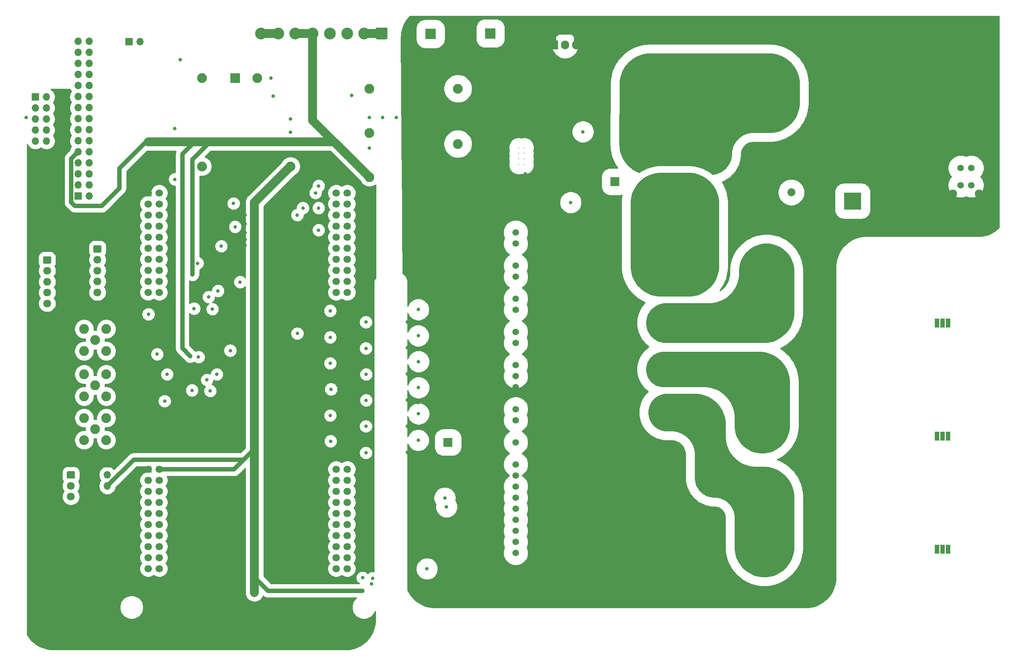
<source format=gbr>
%TF.GenerationSoftware,KiCad,Pcbnew,(5.1.8)-1*%
%TF.CreationDate,2021-03-22T22:31:26+09:00*%
%TF.ProjectId,inverter_IPM,696e7665-7274-4657-925f-49504d2e6b69,rev?*%
%TF.SameCoordinates,Original*%
%TF.FileFunction,Copper,L2,Inr*%
%TF.FilePolarity,Positive*%
%FSLAX46Y46*%
G04 Gerber Fmt 4.6, Leading zero omitted, Abs format (unit mm)*
G04 Created by KiCad (PCBNEW (5.1.8)-1) date 2021-03-22 22:31:26*
%MOMM*%
%LPD*%
G01*
G04 APERTURE LIST*
%TA.AperFunction,ComponentPad*%
%ADD10O,1.905000X2.000000*%
%TD*%
%TA.AperFunction,ComponentPad*%
%ADD11R,1.905000X2.000000*%
%TD*%
%TA.AperFunction,ComponentPad*%
%ADD12C,1.700000*%
%TD*%
%TA.AperFunction,ComponentPad*%
%ADD13R,1.000000X2.000000*%
%TD*%
%TA.AperFunction,ComponentPad*%
%ADD14R,2.250000X2.250000*%
%TD*%
%TA.AperFunction,ComponentPad*%
%ADD15C,2.250000*%
%TD*%
%TA.AperFunction,ComponentPad*%
%ADD16C,1.500000*%
%TD*%
%TA.AperFunction,ComponentPad*%
%ADD17R,3.770000X3.770000*%
%TD*%
%TA.AperFunction,ComponentPad*%
%ADD18C,3.770000*%
%TD*%
%TA.AperFunction,ComponentPad*%
%ADD19C,0.300000*%
%TD*%
%TA.AperFunction,ComponentPad*%
%ADD20C,1.950000*%
%TD*%
%TA.AperFunction,ComponentPad*%
%ADD21C,1.508000*%
%TD*%
%TA.AperFunction,ComponentPad*%
%ADD22C,4.250000*%
%TD*%
%TA.AperFunction,ComponentPad*%
%ADD23C,1.850000*%
%TD*%
%TA.AperFunction,ComponentPad*%
%ADD24R,1.850000X1.850000*%
%TD*%
%TA.AperFunction,ComponentPad*%
%ADD25O,1.700000X1.700000*%
%TD*%
%TA.AperFunction,ComponentPad*%
%ADD26R,1.700000X1.700000*%
%TD*%
%TA.AperFunction,ComponentPad*%
%ADD27O,1.850000X1.700000*%
%TD*%
%TA.AperFunction,ComponentPad*%
%ADD28C,2.700000*%
%TD*%
%TA.AperFunction,ComponentPad*%
%ADD29C,5.600000*%
%TD*%
%TA.AperFunction,ComponentPad*%
%ADD30R,2.400000X2.400000*%
%TD*%
%TA.AperFunction,ComponentPad*%
%ADD31C,2.400000*%
%TD*%
%TA.AperFunction,ComponentPad*%
%ADD32C,2.000000*%
%TD*%
%TA.AperFunction,ComponentPad*%
%ADD33R,2.000000X2.000000*%
%TD*%
%TA.AperFunction,ComponentPad*%
%ADD34C,4.000000*%
%TD*%
%TA.AperFunction,ComponentPad*%
%ADD35R,4.000000X4.000000*%
%TD*%
%TA.AperFunction,ViaPad*%
%ADD36C,0.800000*%
%TD*%
%TA.AperFunction,Conductor*%
%ADD37C,1.000000*%
%TD*%
%TA.AperFunction,Conductor*%
%ADD38C,2.000000*%
%TD*%
%TA.AperFunction,Conductor*%
%ADD39C,0.254000*%
%TD*%
%TA.AperFunction,Conductor*%
%ADD40C,0.100000*%
%TD*%
G04 APERTURE END LIST*
D10*
%TO.N,GND*%
%TO.C,D1*%
X139954000Y-22352000D03*
%TO.N,SW_BUCK*%
X137414000Y-22352000D03*
D11*
%TO.N,GND*%
X134874000Y-22352000D03*
%TD*%
D12*
%TO.N,Net-(U3-Pad80)*%
%TO.C,U3*%
X84810600Y-142697200D03*
%TO.N,Net-(U3-Pad79)*%
X84810600Y-140157200D03*
%TO.N,Net-(U3-Pad78)*%
X84810600Y-137617200D03*
%TO.N,Net-(U3-Pad77)*%
X84810600Y-135077200D03*
%TO.N,Net-(U3-Pad76)*%
X84810600Y-132537200D03*
%TO.N,Net-(U3-Pad75)*%
X84810600Y-129997200D03*
%TO.N,Net-(U3-Pad74)*%
X84810600Y-127457200D03*
%TO.N,Net-(U3-Pad73)*%
X84810600Y-124917200D03*
%TO.N,Net-(U3-Pad72)*%
X84810600Y-122377200D03*
%TO.N,Net-(U3-Pad70)*%
X87350600Y-142697200D03*
%TO.N,Net-(U3-Pad69)*%
X87350600Y-140157200D03*
%TO.N,Net-(U3-Pad68)*%
X87350600Y-137617200D03*
%TO.N,Net-(U3-Pad67)*%
X87350600Y-135077200D03*
%TO.N,Net-(U3-Pad66)*%
X87350600Y-132537200D03*
%TO.N,Net-(U3-Pad65)*%
X87350600Y-129997200D03*
%TO.N,Net-(U3-Pad64)*%
X87350600Y-127457200D03*
%TO.N,Net-(U3-Pad63)*%
X87350600Y-124917200D03*
%TO.N,Net-(U3-Pad62)*%
X87350600Y-122377200D03*
%TO.N,Net-(U3-Pad60)*%
X84810600Y-79197200D03*
%TO.N,Net-(U3-Pad59)*%
X84810600Y-76657200D03*
%TO.N,Net-(U3-Pad58)*%
X84810600Y-74117200D03*
%TO.N,Net-(U3-Pad57)*%
X84810600Y-71577200D03*
%TO.N,/!CTRL_WL*%
X84810600Y-69037200D03*
%TO.N,/!CTRL_WH*%
X84810600Y-66497200D03*
%TO.N,/!CTRL_VL*%
X84810600Y-63957200D03*
%TO.N,/!CTRL_VH*%
X84810600Y-61417200D03*
%TO.N,/!CTRL_UL*%
X84810600Y-58877200D03*
%TO.N,Net-(U3-Pad50)*%
X87350600Y-79197200D03*
%TO.N,Net-(U3-Pad49)*%
X87350600Y-76657200D03*
%TO.N,Net-(U3-Pad48)*%
X87350600Y-74117200D03*
%TO.N,Net-(U3-Pad47)*%
X87350600Y-71577200D03*
%TO.N,Net-(U3-Pad46)*%
X87350600Y-69037200D03*
%TO.N,Net-(U3-Pad45)*%
X87350600Y-66497200D03*
%TO.N,Net-(U3-Pad44)*%
X87350600Y-63957200D03*
%TO.N,Net-(U3-Pad43)*%
X87350600Y-61417200D03*
%TO.N,Net-(U3-Pad42)*%
X87350600Y-58877200D03*
%TO.N,Net-(U3-Pad71)*%
X84810600Y-119837200D03*
%TO.N,GND1*%
X87350600Y-119837200D03*
%TO.N,/!CTRL_UH*%
X84810600Y-56337200D03*
%TO.N,GND1*%
X87350600Y-56337200D03*
%TO.N,Net-(U3-Pad40)*%
X44170600Y-142697200D03*
%TO.N,Net-(U3-Pad39)*%
X44170600Y-140157200D03*
%TO.N,Net-(U3-Pad38)*%
X44170600Y-137617200D03*
%TO.N,/THROTTLE*%
X44170600Y-135077200D03*
%TO.N,Net-(U3-Pad36)*%
X44170600Y-132537200D03*
%TO.N,Net-(U3-Pad35)*%
X44170600Y-129997200D03*
%TO.N,Net-(U3-Pad34)*%
X44170600Y-127457200D03*
%TO.N,GND*%
X44170600Y-124917200D03*
%TO.N,GND1*%
X44170600Y-122377200D03*
%TO.N,+5V*%
X44170600Y-119837200D03*
%TO.N,Net-(U3-Pad30)*%
X41630600Y-142697200D03*
%TO.N,Net-(U3-Pad29)*%
X41630600Y-140157200D03*
%TO.N,Net-(U3-Pad28)*%
X41630600Y-137617200D03*
%TO.N,Net-(U3-Pad27)*%
X41630600Y-135077200D03*
%TO.N,Net-(U3-Pad26)*%
X41630600Y-132537200D03*
%TO.N,Net-(U3-Pad25)*%
X41630600Y-129997200D03*
%TO.N,Net-(U3-Pad24)*%
X41630600Y-127457200D03*
%TO.N,Net-(U3-Pad23)*%
X41630600Y-124917200D03*
%TO.N,Net-(U3-Pad22)*%
X41630600Y-122377200D03*
%TO.N,+3V3*%
X41630600Y-119837200D03*
%TO.N,Net-(U3-Pad20)*%
X44170600Y-79197200D03*
%TO.N,IW*%
X44170600Y-76657200D03*
%TO.N,IV*%
X44170600Y-74117200D03*
%TO.N,IU*%
X44170600Y-71577200D03*
%TO.N,Net-(U3-Pad16)*%
X44170600Y-69037200D03*
%TO.N,Net-(U3-Pad15)*%
X44170600Y-66497200D03*
%TO.N,Net-(U3-Pad14)*%
X44170600Y-63957200D03*
%TO.N,/BAT_ADC_DIFF1*%
X44170600Y-61417200D03*
%TO.N,GND1*%
X44170600Y-58877200D03*
%TO.N,+5V*%
X44170600Y-56337200D03*
%TO.N,Net-(U3-Pad10)*%
X41630600Y-79197200D03*
%TO.N,/HW*%
X41630600Y-76657200D03*
%TO.N,/HV*%
X41630600Y-74117200D03*
%TO.N,/HU*%
X41630600Y-71577200D03*
%TO.N,Net-(U3-Pad6)*%
X41630600Y-69037200D03*
%TO.N,VFO_3V*%
X41630600Y-66497200D03*
%TO.N,Net-(U3-Pad4)*%
X41630600Y-63957200D03*
%TO.N,/SCIB_TX*%
X41630600Y-61417200D03*
%TO.N,/SCIB_RX*%
X41630600Y-58877200D03*
%TO.N,+3V3*%
X41630600Y-56337200D03*
%TD*%
D13*
%TO.N,Net-(R28-Pad2)*%
%TO.C,U18*%
X222817680Y-112229101D03*
%TO.N,GND1*%
X224087680Y-112229101D03*
%TO.N,/VCC_SENSOR*%
X225357680Y-112229101D03*
%TD*%
%TO.N,/VCC_SENSOR*%
%TO.C,U17*%
X225357680Y-86229101D03*
%TO.N,GND1*%
X224087680Y-86229101D03*
%TO.N,Net-(R31-Pad1)*%
X222817680Y-86229101D03*
%TD*%
%TO.N,Net-(R24-Pad2)*%
%TO.C,U15*%
X222817680Y-138229101D03*
%TO.N,GND1*%
X224087680Y-138229101D03*
%TO.N,/VCC_SENSOR*%
X225357680Y-138229101D03*
%TD*%
D14*
%TO.N,GND*%
%TO.C,U9*%
X112776000Y-40005000D03*
D15*
%TO.N,Net-(C56-Pad1)*%
X112776000Y-45085000D03*
%TO.N,/VCC_CTRL_BRD_+15V*%
X92456000Y-52705000D03*
%TO.N,GND1*%
X92456000Y-42545000D03*
%TO.N,/VCC_CTRL_BRD_-15V*%
X92456000Y-32385000D03*
%TO.N,Net-(U9-Pad6)*%
X112776000Y-32385000D03*
%TD*%
D16*
%TO.N,Net-(C47-Pad2)*%
%TO.C,U5*%
X126055300Y-139057100D03*
%TO.N,Net-(C44-Pad2)*%
X126055300Y-136517100D03*
%TO.N,Net-(C41-Pad2)*%
X126055300Y-133977100D03*
%TO.N,Net-(C38-Pad2)*%
X126055300Y-131437100D03*
%TO.N,Net-(C39-Pad2)*%
X126055300Y-128897100D03*
%TO.N,Net-(R21-Pad2)*%
X126055300Y-126357100D03*
%TO.N,Net-(U5-Pad24)*%
X126055300Y-123817100D03*
%TO.N,GND*%
X126055300Y-121277100D03*
%TO.N,+15V*%
X126055300Y-118737100D03*
%TO.N,Net-(C45-Pad1)*%
X126055300Y-113657100D03*
%TO.N,Net-(C35-Pad1)*%
X126055300Y-108577100D03*
%TO.N,Net-(C35-Pad2)*%
X126055300Y-106037100D03*
%TO.N,+15V*%
X126055300Y-67977100D03*
%TO.N,Net-(C17-Pad2)*%
X126055300Y-65437100D03*
%TO.N,Net-(C22-Pad2)*%
X126055300Y-73057100D03*
%TO.N,Net-(C22-Pad1)*%
X126055300Y-75597100D03*
%TO.N,Net-(C24-Pad2)*%
X126055300Y-80677100D03*
%TO.N,+15V*%
X126055300Y-83217100D03*
%TO.N,Net-(C31-Pad2)*%
X126055300Y-88297100D03*
%TO.N,Net-(C31-Pad1)*%
X126055300Y-90797100D03*
%TO.N,Net-(C33-Pad2)*%
X126055300Y-95877100D03*
%TO.N,+15V*%
X126055300Y-98417100D03*
D17*
%TO.N,GND*%
X161955300Y-136357100D03*
D18*
X161955300Y-126357100D03*
X161955300Y-116357100D03*
%TO.N,W*%
X161955300Y-106357100D03*
%TO.N,V*%
X161955300Y-96357100D03*
%TO.N,U*%
X161955300Y-86357100D03*
%TO.N,Net-(C25-Pad1)*%
X161955300Y-76357100D03*
D16*
%TO.N,GND*%
X126055300Y-100957100D03*
%TD*%
D19*
%TO.N,N/C*%
%TO.C,U4*%
X128005600Y-49829000D03*
X126705600Y-49829000D03*
X128005600Y-48529000D03*
X126705600Y-48529000D03*
X128005600Y-47229000D03*
X126705600Y-47229000D03*
X128005600Y-45929000D03*
X126705600Y-45929000D03*
%TD*%
D14*
%TO.N,GND*%
%TO.C,U1*%
X61633100Y-29921200D03*
D15*
%TO.N,Net-(C1-Pad1)*%
X66713100Y-29921200D03*
%TO.N,+5V*%
X74333100Y-50241200D03*
%TO.N,GND1*%
X54013100Y-50241200D03*
%TO.N,Net-(U1-Pad6)*%
X54013100Y-29921200D03*
%TD*%
D20*
%TO.N,GND*%
%TO.C,S1*%
X232476300Y-44584100D03*
X232476300Y-56584100D03*
X226476300Y-44584100D03*
X226476300Y-56584100D03*
D21*
X230726300Y-46584100D03*
%TO.N,Net-(K1-Pad2)*%
X230726300Y-50584100D03*
%TO.N,+15V*%
X230726300Y-54584100D03*
%TO.N,GND*%
X228226300Y-46584100D03*
%TO.N,+15V*%
X228226300Y-54584100D03*
%TO.N,Net-(K1-Pad2)*%
X228226300Y-50584100D03*
%TD*%
D22*
%TO.N,Net-(C25-Pad1)*%
%TO.C,K1*%
X161841300Y-54969100D03*
%TO.N,VDC*%
X155091300Y-47469100D03*
D23*
%TO.N,Net-(K1-Pad2)*%
X189341300Y-56219100D03*
D24*
%TO.N,GND*%
X189341300Y-46219100D03*
%TD*%
D25*
%TO.N,Net-(J13-Pad10)*%
%TO.C,J13*%
X18288000Y-44425000D03*
%TO.N,Net-(J13-Pad9)*%
X15748000Y-44425000D03*
%TO.N,Net-(J13-Pad8)*%
X18288000Y-41885000D03*
%TO.N,Net-(J13-Pad7)*%
X15748000Y-41885000D03*
%TO.N,Net-(J13-Pad6)*%
X18288000Y-39345000D03*
%TO.N,Net-(J13-Pad5)*%
X15748000Y-39345000D03*
%TO.N,Net-(J13-Pad4)*%
X18288000Y-36805000D03*
%TO.N,/SCIB_TX*%
X15748000Y-36805000D03*
%TO.N,Net-(J13-Pad2)*%
X18288000Y-34265000D03*
D26*
%TO.N,/SCIB_RX*%
X15748000Y-34265000D03*
%TD*%
D25*
%TO.N,+5V*%
%TO.C,J12*%
X39751000Y-21590000D03*
D26*
%TO.N,/CTRL_UVW_PULLUP*%
X37211000Y-21590000D03*
%TD*%
D25*
%TO.N,Net-(J11-Pad30)*%
%TO.C,J11*%
X28067000Y-21530000D03*
%TO.N,Net-(J11-Pad29)*%
X25527000Y-21530000D03*
%TO.N,Net-(J11-Pad28)*%
X28067000Y-24070000D03*
%TO.N,Net-(J11-Pad27)*%
X25527000Y-24070000D03*
%TO.N,Net-(J11-Pad26)*%
X28067000Y-26610000D03*
%TO.N,Net-(J11-Pad25)*%
X25527000Y-26610000D03*
%TO.N,Net-(J11-Pad24)*%
X28067000Y-29150000D03*
%TO.N,Net-(J11-Pad23)*%
X25527000Y-29150000D03*
%TO.N,/!CTRL_UL*%
X28067000Y-31690000D03*
%TO.N,/VCC_CTRL_BRD_+15V*%
X25527000Y-31690000D03*
%TO.N,/!CTRL_UH*%
X28067000Y-34230000D03*
%TO.N,/VCC_CTRL_BRD_+15V*%
X25527000Y-34230000D03*
%TO.N,/!CTRL_VL*%
X28067000Y-36770000D03*
%TO.N,/VCC_CTRL_BRD_+15V*%
X25527000Y-36770000D03*
%TO.N,Net-(J11-Pad16)*%
X28067000Y-39310000D03*
%TO.N,/VCC_CTRL_BRD_+15V*%
X25527000Y-39310000D03*
%TO.N,/!CTRL_VH*%
X28067000Y-41850000D03*
%TO.N,/VCC_CTRL_BRD_+15V*%
X25527000Y-41850000D03*
%TO.N,/!CTRL_WL*%
X28067000Y-44390000D03*
%TO.N,/VCC_CTRL_BRD_+15V*%
X25527000Y-44390000D03*
%TO.N,/!CTRL_WH*%
X28067000Y-46930000D03*
%TO.N,/VCC_CTRL_BRD_+15V*%
X25527000Y-46930000D03*
%TO.N,Net-(J11-Pad8)*%
X28067000Y-49470000D03*
%TO.N,GND1*%
X25527000Y-49470000D03*
%TO.N,Net-(J11-Pad6)*%
X28067000Y-52010000D03*
%TO.N,GND1*%
X25527000Y-52010000D03*
%TO.N,Net-(J11-Pad4)*%
X28067000Y-54550000D03*
%TO.N,GND1*%
X25527000Y-54550000D03*
%TO.N,Net-(J11-Pad2)*%
X28067000Y-57090000D03*
D26*
%TO.N,GND1*%
X25527000Y-57090000D03*
%TD*%
D27*
%TO.N,VFO_5V*%
%TO.C,J10*%
X18415000Y-81755000D03*
%TO.N,/THROTTLE*%
X18415000Y-79255000D03*
%TO.N,/HW*%
X18415000Y-76755000D03*
%TO.N,/HV*%
X18415000Y-74255000D03*
%TO.N,/HU*%
%TA.AperFunction,ComponentPad*%
G36*
G01*
X17740000Y-70905000D02*
X19090000Y-70905000D01*
G75*
G02*
X19340000Y-71155000I0J-250000D01*
G01*
X19340000Y-72355000D01*
G75*
G02*
X19090000Y-72605000I-250000J0D01*
G01*
X17740000Y-72605000D01*
G75*
G02*
X17490000Y-72355000I0J250000D01*
G01*
X17490000Y-71155000D01*
G75*
G02*
X17740000Y-70905000I250000J0D01*
G01*
G37*
%TD.AperFunction*%
%TD*%
D15*
%TO.N,IW*%
%TO.C,J9*%
X29464000Y-110617000D03*
%TO.N,GND1*%
X32004000Y-108077000D03*
X26924000Y-108077000D03*
X26924000Y-113157000D03*
X32004000Y-113157000D03*
%TD*%
%TO.N,IV*%
%TO.C,J8*%
X29464000Y-100584000D03*
%TO.N,GND1*%
X32004000Y-98044000D03*
X26924000Y-98044000D03*
X26924000Y-103124000D03*
X32004000Y-103124000D03*
%TD*%
D28*
%TO.N,/VCC_CTRL_BRD_-15V*%
%TO.C,J7*%
X67530000Y-19685000D03*
X71490000Y-19685000D03*
%TO.N,/VCC_CTRL_BRD_+15V*%
X75450000Y-19685000D03*
X79410000Y-19685000D03*
%TO.N,GND1*%
X83370000Y-19685000D03*
X87330000Y-19685000D03*
%TO.N,+5V*%
X91290000Y-19685000D03*
%TA.AperFunction,ComponentPad*%
G36*
G01*
X96600000Y-18585001D02*
X96600000Y-20784999D01*
G75*
G02*
X96349999Y-21035000I-250001J0D01*
G01*
X94150001Y-21035000D01*
G75*
G02*
X93900000Y-20784999I0J250001D01*
G01*
X93900000Y-18585001D01*
G75*
G02*
X94150001Y-18335000I250001J0D01*
G01*
X96349999Y-18335000D01*
G75*
G02*
X96600000Y-18585001I0J-250001D01*
G01*
G37*
%TD.AperFunction*%
%TD*%
D15*
%TO.N,IU*%
%TO.C,J6*%
X29464000Y-90170000D03*
%TO.N,GND1*%
X32004000Y-87630000D03*
X26924000Y-87630000D03*
X26924000Y-92710000D03*
X32004000Y-92710000D03*
%TD*%
D27*
%TO.N,/VCC_SENSOR*%
%TO.C,J5*%
X29972000Y-79215000D03*
%TO.N,/HW*%
X29972000Y-76715000D03*
%TO.N,/HV*%
X29972000Y-74215000D03*
%TO.N,/HU*%
X29972000Y-71715000D03*
%TO.N,GND1*%
%TA.AperFunction,ComponentPad*%
G36*
G01*
X29297000Y-68365000D02*
X30647000Y-68365000D01*
G75*
G02*
X30897000Y-68615000I0J-250000D01*
G01*
X30897000Y-69815000D01*
G75*
G02*
X30647000Y-70065000I-250000J0D01*
G01*
X29297000Y-70065000D01*
G75*
G02*
X29047000Y-69815000I0J250000D01*
G01*
X29047000Y-68615000D01*
G75*
G02*
X29297000Y-68365000I250000J0D01*
G01*
G37*
%TD.AperFunction*%
%TD*%
%TO.N,/THROTTLE*%
%TO.C,J4*%
X23876000Y-126158000D03*
%TO.N,GND1*%
X23876000Y-123658000D03*
%TO.N,/VCC_SENSOR*%
%TA.AperFunction,ComponentPad*%
G36*
G01*
X23201000Y-120308000D02*
X24551000Y-120308000D01*
G75*
G02*
X24801000Y-120558000I0J-250000D01*
G01*
X24801000Y-121758000D01*
G75*
G02*
X24551000Y-122008000I-250000J0D01*
G01*
X23201000Y-122008000D01*
G75*
G02*
X22951000Y-121758000I0J250000D01*
G01*
X22951000Y-120558000D01*
G75*
G02*
X23201000Y-120308000I250000J0D01*
G01*
G37*
%TD.AperFunction*%
%TD*%
D29*
%TO.N,U*%
%TO.C,J3*%
X181961300Y-73324100D03*
X181961300Y-86324100D03*
%TO.N,V*%
X181961300Y-99324100D03*
X181961300Y-112324100D03*
%TO.N,W*%
X181961300Y-125324100D03*
X181961300Y-138324100D03*
%TD*%
%TO.N,GND*%
%TO.C,J2*%
X224506300Y-33329100D03*
X211506300Y-33329100D03*
X198506300Y-33329100D03*
%TO.N,VDC*%
X185506300Y-33329100D03*
X172506300Y-33329100D03*
X159506300Y-33329100D03*
%TD*%
D25*
%TO.N,+5V*%
%TO.C,J1*%
X32258000Y-123698000D03*
%TO.N,/VCC_SENSOR*%
X32258000Y-121158000D03*
D26*
%TO.N,+3V3*%
X32258000Y-118618000D03*
%TD*%
D30*
%TO.N,VDC*%
%TO.C,C58*%
X120243600Y-19685000D03*
D31*
%TO.N,GND*%
X120243600Y-24685000D03*
%TD*%
D32*
%TO.N,GND*%
%TO.C,C42*%
X110490000Y-118665000D03*
D33*
%TO.N,+15V*%
X110490000Y-113665000D03*
%TD*%
D32*
%TO.N,GND*%
%TO.C,C26*%
X143831300Y-53759100D03*
D33*
%TO.N,Net-(C25-Pad1)*%
X148831300Y-53759100D03*
%TD*%
D34*
%TO.N,GND*%
%TO.C,C6*%
X213441300Y-58204100D03*
D35*
%TO.N,VDC*%
X203441300Y-58204100D03*
%TD*%
D31*
%TO.N,GND*%
%TO.C,C2*%
X106476800Y-24786600D03*
D30*
%TO.N,VDC*%
X106476800Y-19786600D03*
%TD*%
D36*
%TO.N,+5V*%
X74333100Y-42367200D03*
X90817400Y-147777600D03*
%TO.N,Net-(C1-Pad1)*%
X74295000Y-39370000D03*
X69866100Y-29921200D03*
%TO.N,GND*%
X138557000Y-55435500D03*
X101155500Y-85979000D03*
X101155500Y-91948000D03*
X101155500Y-97980500D03*
X101155500Y-103949500D03*
X101155500Y-109982000D03*
X101155500Y-115951000D03*
X112585500Y-123253500D03*
X109791500Y-123380500D03*
X102679500Y-144970500D03*
X121666000Y-147891500D03*
X117856000Y-141605000D03*
X115824000Y-132461000D03*
X117856000Y-131445000D03*
X117856000Y-126365000D03*
X118364000Y-120269000D03*
X117856000Y-98425000D03*
X117856000Y-93345000D03*
X117856000Y-83185000D03*
X117856000Y-78105000D03*
X117856000Y-67945000D03*
X117856000Y-62865000D03*
X121920000Y-54737000D03*
X116840000Y-42037000D03*
X116840000Y-45593000D03*
X116840000Y-48641000D03*
X132588000Y-46609000D03*
X134620000Y-46609000D03*
X128524000Y-30861000D03*
X103632000Y-116459000D03*
X103632000Y-110363000D03*
X103632000Y-104521000D03*
X103632000Y-98171000D03*
X103632000Y-86233000D03*
X103632000Y-92329000D03*
X129818800Y-51993800D03*
X128219200Y-51993800D03*
X118008800Y-145681700D03*
X70357600Y-34112200D03*
X98629000Y-38989000D03*
%TO.N,GND1*%
X55880000Y-101854000D03*
X55118000Y-99314000D03*
X57404000Y-98044000D03*
X56388000Y-83058000D03*
X57658000Y-78867000D03*
X55499000Y-80264000D03*
X58420000Y-68580000D03*
X61595000Y-64135000D03*
X90868500Y-144780000D03*
X93154500Y-144907000D03*
X91630500Y-86042500D03*
X91630500Y-92075000D03*
X91694000Y-98044000D03*
X91694000Y-104013000D03*
X91630500Y-109982000D03*
X91630500Y-116078000D03*
X92456000Y-38989000D03*
X92456000Y-46024000D03*
X61233100Y-58768200D03*
X88392000Y-33909000D03*
X95504000Y-38989000D03*
%TO.N,+3V3*%
X63865600Y-68402200D03*
X63865600Y-63515400D03*
X63865600Y-65547400D03*
X63865600Y-61483400D03*
X63865600Y-67071400D03*
%TO.N,+15V*%
X141480750Y-42288250D03*
X103676250Y-83165750D03*
X103661010Y-89183010D03*
X103733600Y-95112440D03*
X103733600Y-101114460D03*
X103733600Y-107116480D03*
X103663550Y-113188550D03*
%TO.N,Net-(C25-Pad1)*%
X138684000Y-58547000D03*
%TO.N,/VFO*%
X105664000Y-142748000D03*
X110153700Y-128471500D03*
X109766100Y-126466600D03*
%TO.N,IW*%
X51689000Y-101727000D03*
%TO.N,IV*%
X52173000Y-82931000D03*
%TO.N,IU*%
X52959000Y-72517000D03*
%TO.N,/VCC_CTRL_BRD_+15V*%
X51308000Y-93853000D03*
X51816000Y-75057000D03*
%TO.N,/VCC_CTRL_BRD_-15V*%
X92456000Y-32385000D03*
%TO.N,VFO_5V*%
X92964000Y-146177000D03*
X60478000Y-92583000D03*
%TO.N,/!CTRL_UL*%
X83629500Y-101473000D03*
X80772000Y-54737000D03*
%TO.N,/!CTRL_UH*%
X83439000Y-83439000D03*
X80060800Y-56337200D03*
%TO.N,/!CTRL_VL*%
X83439000Y-107505500D03*
X80772000Y-59817000D03*
X77152500Y-59817000D03*
%TO.N,/!CTRL_VH*%
X83439000Y-89535000D03*
X75869800Y-61417200D03*
X75882500Y-88646000D03*
%TO.N,/!CTRL_WL*%
X80772000Y-64897000D03*
X83520580Y-113411000D03*
%TO.N,/!CTRL_WH*%
X83439000Y-95504000D03*
%TO.N,/SCIB_TX*%
X13597999Y-38989000D03*
%TO.N,Net-(R24-Pad2)*%
X45402500Y-104203500D03*
%TO.N,Net-(R28-Pad2)*%
X45974000Y-98044000D03*
%TO.N,Net-(R31-Pad1)*%
X62738000Y-76835000D03*
%TO.N,/BAT_ADC_DIFF1*%
X49022000Y-25755000D03*
X47752000Y-41529000D03*
X47752000Y-53213000D03*
%TO.N,VFO_3V*%
X53178000Y-94072000D03*
X43688000Y-93408500D03*
X41687750Y-84232750D03*
%TD*%
D37*
%TO.N,+5V*%
X32258000Y-123698000D02*
X32258000Y-124079000D01*
X44170600Y-120083198D02*
X44170600Y-119837200D01*
D38*
X74333100Y-50241200D02*
X66040000Y-58534300D01*
X66040000Y-58534300D02*
X66040000Y-94062002D01*
D37*
X69164600Y-147777600D02*
X66040000Y-144653000D01*
X90817400Y-147777600D02*
X69164600Y-147777600D01*
D38*
X66040000Y-144653000D02*
X66040000Y-148209000D01*
X66040000Y-130429000D02*
X66040000Y-144653000D01*
D37*
X44170600Y-119837200D02*
X61391800Y-119837200D01*
D38*
X66040000Y-115189000D02*
X66040000Y-130429000D01*
X66040000Y-94062002D02*
X66040000Y-115189000D01*
D37*
X32258000Y-123698000D02*
X38290500Y-117665500D01*
X63563500Y-117665500D02*
X64262000Y-116967000D01*
X38290500Y-117665500D02*
X63563500Y-117665500D01*
X64262000Y-116967000D02*
X66040000Y-115189000D01*
X61391800Y-119837200D02*
X64262000Y-116967000D01*
D38*
X91290000Y-19685000D02*
X95250000Y-19685000D01*
D37*
%TO.N,GND*%
X139954000Y-22352000D02*
X139954000Y-20320000D01*
X139954000Y-20320000D02*
X139065000Y-19431000D01*
X139065000Y-19431000D02*
X135763000Y-19431000D01*
X134874000Y-20320000D02*
X134874000Y-22352000D01*
X135763000Y-19431000D02*
X134874000Y-20320000D01*
D38*
%TO.N,Net-(C25-Pad1)*%
X160631300Y-53759100D02*
X161841300Y-54969100D01*
D37*
X158263400Y-58547000D02*
X161841300Y-54969100D01*
D38*
%TO.N,/VCC_CTRL_BRD_+15V*%
X92456000Y-52705000D02*
X87667199Y-47916199D01*
X87667199Y-47916199D02*
X84328000Y-44577000D01*
D37*
X35052000Y-50673000D02*
X41148000Y-44577000D01*
X41148000Y-44577000D02*
X41656000Y-44577000D01*
X35052000Y-55245000D02*
X35052000Y-50673000D01*
X30988000Y-59309000D02*
X35052000Y-55245000D01*
X24785998Y-59309000D02*
X30988000Y-59309000D01*
X23976999Y-58500001D02*
X24785998Y-59309000D01*
X23976999Y-48480001D02*
X23976999Y-58500001D01*
X25527000Y-46930000D02*
X23976999Y-48480001D01*
X49492801Y-92037801D02*
X49492801Y-47408199D01*
X51308000Y-93853000D02*
X49492801Y-92037801D01*
X49492801Y-47408199D02*
X52324000Y-44577000D01*
D38*
X52324000Y-44577000D02*
X41656000Y-44577000D01*
D37*
X51816000Y-48641000D02*
X55880000Y-44577000D01*
D38*
X55880000Y-44577000D02*
X52324000Y-44577000D01*
D37*
X51816000Y-75057000D02*
X51816000Y-48641000D01*
D38*
X79410000Y-39659000D02*
X84328000Y-44577000D01*
X79410000Y-19685000D02*
X79410000Y-39659000D01*
X84328000Y-44577000D02*
X55880000Y-44577000D01*
X75450000Y-19685000D02*
X79410000Y-19685000D01*
%TO.N,/VCC_CTRL_BRD_-15V*%
X67530000Y-19685000D02*
X71490000Y-19685000D01*
%TD*%
D39*
%TO.N,Net-(C25-Pad1)*%
X166233617Y-51835306D02*
X166744348Y-51892852D01*
X167249363Y-51988407D01*
X167745831Y-52121434D01*
X168230962Y-52291190D01*
X168702035Y-52496717D01*
X169156459Y-52736886D01*
X169591648Y-53010335D01*
X170005190Y-53315542D01*
X170394760Y-53650794D01*
X170758206Y-54014240D01*
X171093458Y-54403810D01*
X171398665Y-54817352D01*
X171672114Y-55252541D01*
X171912283Y-55706965D01*
X172117810Y-56178038D01*
X172287566Y-56663169D01*
X172420593Y-57159637D01*
X172516148Y-57664652D01*
X172573694Y-58175383D01*
X172593000Y-58691370D01*
X172593000Y-73134630D01*
X172573694Y-73650617D01*
X172516148Y-74161348D01*
X172420593Y-74666363D01*
X172287566Y-75162831D01*
X172117810Y-75647962D01*
X171912283Y-76119035D01*
X171672114Y-76573459D01*
X171398665Y-77008648D01*
X171093458Y-77422190D01*
X170758206Y-77811760D01*
X170394760Y-78175206D01*
X170005190Y-78510458D01*
X169591648Y-78815665D01*
X169156459Y-79089114D01*
X168702035Y-79329283D01*
X168230962Y-79534810D01*
X167745831Y-79704566D01*
X167249363Y-79837593D01*
X166744348Y-79933148D01*
X166233617Y-79990694D01*
X165717630Y-80010000D01*
X159402370Y-80010000D01*
X158886383Y-79990694D01*
X158375652Y-79933148D01*
X157870637Y-79837593D01*
X157374169Y-79704566D01*
X156889038Y-79534810D01*
X156417965Y-79329283D01*
X155963541Y-79089114D01*
X155528352Y-78815665D01*
X155114810Y-78510458D01*
X154725240Y-78175206D01*
X154361794Y-77811760D01*
X154026542Y-77422190D01*
X153721335Y-77008648D01*
X153447886Y-76573459D01*
X153207717Y-76119035D01*
X153002190Y-75647962D01*
X152832434Y-75162831D01*
X152699407Y-74666363D01*
X152603852Y-74161348D01*
X152546306Y-73650617D01*
X152527000Y-73134630D01*
X152527000Y-58691370D01*
X152546306Y-58175383D01*
X152603852Y-57664652D01*
X152699407Y-57159637D01*
X152832434Y-56663169D01*
X153002190Y-56178038D01*
X153207717Y-55706965D01*
X153447886Y-55252541D01*
X153721335Y-54817352D01*
X154026542Y-54403810D01*
X154361794Y-54014240D01*
X154725240Y-53650794D01*
X155114810Y-53315542D01*
X155528352Y-53010335D01*
X155963541Y-52736886D01*
X156417965Y-52496717D01*
X156889038Y-52291190D01*
X157374169Y-52121434D01*
X157870637Y-51988407D01*
X158375652Y-51892852D01*
X158886383Y-51835306D01*
X159402370Y-51816000D01*
X165717630Y-51816000D01*
X166233617Y-51835306D01*
%TA.AperFunction,Conductor*%
D40*
G36*
X166233617Y-51835306D02*
G01*
X166744348Y-51892852D01*
X167249363Y-51988407D01*
X167745831Y-52121434D01*
X168230962Y-52291190D01*
X168702035Y-52496717D01*
X169156459Y-52736886D01*
X169591648Y-53010335D01*
X170005190Y-53315542D01*
X170394760Y-53650794D01*
X170758206Y-54014240D01*
X171093458Y-54403810D01*
X171398665Y-54817352D01*
X171672114Y-55252541D01*
X171912283Y-55706965D01*
X172117810Y-56178038D01*
X172287566Y-56663169D01*
X172420593Y-57159637D01*
X172516148Y-57664652D01*
X172573694Y-58175383D01*
X172593000Y-58691370D01*
X172593000Y-73134630D01*
X172573694Y-73650617D01*
X172516148Y-74161348D01*
X172420593Y-74666363D01*
X172287566Y-75162831D01*
X172117810Y-75647962D01*
X171912283Y-76119035D01*
X171672114Y-76573459D01*
X171398665Y-77008648D01*
X171093458Y-77422190D01*
X170758206Y-77811760D01*
X170394760Y-78175206D01*
X170005190Y-78510458D01*
X169591648Y-78815665D01*
X169156459Y-79089114D01*
X168702035Y-79329283D01*
X168230962Y-79534810D01*
X167745831Y-79704566D01*
X167249363Y-79837593D01*
X166744348Y-79933148D01*
X166233617Y-79990694D01*
X165717630Y-80010000D01*
X159402370Y-80010000D01*
X158886383Y-79990694D01*
X158375652Y-79933148D01*
X157870637Y-79837593D01*
X157374169Y-79704566D01*
X156889038Y-79534810D01*
X156417965Y-79329283D01*
X155963541Y-79089114D01*
X155528352Y-78815665D01*
X155114810Y-78510458D01*
X154725240Y-78175206D01*
X154361794Y-77811760D01*
X154026542Y-77422190D01*
X153721335Y-77008648D01*
X153447886Y-76573459D01*
X153207717Y-76119035D01*
X153002190Y-75647962D01*
X152832434Y-75162831D01*
X152699407Y-74666363D01*
X152603852Y-74161348D01*
X152546306Y-73650617D01*
X152527000Y-73134630D01*
X152527000Y-58691370D01*
X152546306Y-58175383D01*
X152603852Y-57664652D01*
X152699407Y-57159637D01*
X152832434Y-56663169D01*
X153002190Y-56178038D01*
X153207717Y-55706965D01*
X153447886Y-55252541D01*
X153721335Y-54817352D01*
X154026542Y-54403810D01*
X154361794Y-54014240D01*
X154725240Y-53650794D01*
X155114810Y-53315542D01*
X155528352Y-53010335D01*
X155963541Y-52736886D01*
X156417965Y-52496717D01*
X156889038Y-52291190D01*
X157374169Y-52121434D01*
X157870637Y-51988407D01*
X158375652Y-51892852D01*
X158886383Y-51835306D01*
X159402370Y-51816000D01*
X165717630Y-51816000D01*
X166233617Y-51835306D01*
G37*
%TD.AperFunction*%
%TD*%
D39*
%TO.N,VDC*%
X184775617Y-24403306D02*
X185286348Y-24460852D01*
X185791363Y-24556407D01*
X186287831Y-24689434D01*
X186772962Y-24859190D01*
X187244035Y-25064717D01*
X187698459Y-25304886D01*
X188133648Y-25578335D01*
X188547190Y-25883542D01*
X188936760Y-26218794D01*
X189300206Y-26582240D01*
X189635458Y-26971810D01*
X189940665Y-27385352D01*
X190214114Y-27820541D01*
X190454283Y-28274965D01*
X190659810Y-28746038D01*
X190829566Y-29231169D01*
X190962593Y-29727637D01*
X191058148Y-30232652D01*
X191115694Y-30743383D01*
X191135000Y-31259370D01*
X191135000Y-35542630D01*
X191115694Y-36058617D01*
X191058148Y-36569348D01*
X190962593Y-37074363D01*
X190829566Y-37570831D01*
X190659810Y-38055962D01*
X190454283Y-38527035D01*
X190214114Y-38981459D01*
X189940665Y-39416648D01*
X189635458Y-39830190D01*
X189300206Y-40219760D01*
X188936760Y-40583206D01*
X188547190Y-40918458D01*
X188133648Y-41223665D01*
X187698459Y-41497114D01*
X187244035Y-41737283D01*
X186772962Y-41942810D01*
X186287831Y-42112566D01*
X185791363Y-42245593D01*
X185286348Y-42341148D01*
X184775617Y-42398694D01*
X184259630Y-42418000D01*
X180594418Y-42418000D01*
X180588602Y-42418133D01*
X180141147Y-42438647D01*
X180129563Y-42439712D01*
X179685862Y-42501080D01*
X179674424Y-42503199D01*
X179238199Y-42604908D01*
X179227004Y-42608066D01*
X178801915Y-42749262D01*
X178791055Y-42753430D01*
X178380669Y-42932928D01*
X178370236Y-42938073D01*
X177977994Y-43154367D01*
X177968075Y-43160445D01*
X177597270Y-43411722D01*
X177587950Y-43418681D01*
X177241691Y-43702831D01*
X177233046Y-43710615D01*
X176914238Y-44025255D01*
X176906342Y-44033796D01*
X176617661Y-44376287D01*
X176610579Y-44385516D01*
X176354446Y-44752983D01*
X176348238Y-44762820D01*
X176126801Y-45152182D01*
X176121520Y-45162546D01*
X175936638Y-45570535D01*
X175932327Y-45581340D01*
X175785551Y-46004535D01*
X175782246Y-46015688D01*
X175674807Y-46450537D01*
X175672537Y-46461946D01*
X175605336Y-46904801D01*
X175604120Y-46916369D01*
X175551666Y-47804843D01*
X175486211Y-48236191D01*
X175381563Y-48659742D01*
X175238606Y-49071925D01*
X175058530Y-49469308D01*
X174842845Y-49848557D01*
X174593376Y-50206464D01*
X174312197Y-50540054D01*
X174001681Y-50846510D01*
X173664419Y-51123277D01*
X173303255Y-51368021D01*
X172921213Y-51578690D01*
X172521488Y-51753525D01*
X172107463Y-51891046D01*
X171682562Y-51990115D01*
X171258898Y-52048711D01*
X171161356Y-51964769D01*
X171064825Y-51887788D01*
X170643636Y-51576937D01*
X170541627Y-51507389D01*
X170098387Y-51228882D01*
X169991460Y-51167147D01*
X169528646Y-50922543D01*
X169417407Y-50868974D01*
X168937608Y-50659640D01*
X168822679Y-50614533D01*
X168328578Y-50441639D01*
X168210595Y-50405246D01*
X167704956Y-50269761D01*
X167584589Y-50242288D01*
X167070238Y-50144967D01*
X166948150Y-50126565D01*
X166427965Y-50067954D01*
X166304842Y-50058727D01*
X165781731Y-50039154D01*
X165720000Y-50038000D01*
X159400000Y-50038000D01*
X159338269Y-50039154D01*
X158815158Y-50058727D01*
X158692035Y-50067954D01*
X158171850Y-50126565D01*
X158049762Y-50144967D01*
X157535411Y-50242288D01*
X157415044Y-50269761D01*
X156909405Y-50405246D01*
X156791422Y-50441639D01*
X156297321Y-50614533D01*
X156182392Y-50659640D01*
X155702593Y-50868974D01*
X155591354Y-50922543D01*
X155128540Y-51167147D01*
X155021613Y-51228882D01*
X154578373Y-51507389D01*
X154476364Y-51576937D01*
X154408992Y-51626659D01*
X154310518Y-51592094D01*
X153838304Y-51385399D01*
X153382922Y-51143903D01*
X152946913Y-50868952D01*
X152532741Y-50562100D01*
X152142733Y-50225073D01*
X151779073Y-49859755D01*
X151443821Y-49468219D01*
X151138851Y-49052651D01*
X150865888Y-48615400D01*
X150626464Y-48158927D01*
X150421921Y-47685785D01*
X150253414Y-47198646D01*
X150121893Y-46700259D01*
X150028088Y-46193385D01*
X149972539Y-45680943D01*
X149955473Y-45163385D01*
X150018814Y-31228123D01*
X150040348Y-30713716D01*
X150099877Y-30204703D01*
X150197168Y-29701545D01*
X150331684Y-29207026D01*
X150502680Y-28723892D01*
X150709185Y-28254873D01*
X150950079Y-27802522D01*
X151224003Y-27369390D01*
X151529444Y-26957867D01*
X151864704Y-26570244D01*
X152227898Y-26208697D01*
X152617037Y-25875206D01*
X153029956Y-25571630D01*
X153464313Y-25299688D01*
X153917749Y-25060856D01*
X154387725Y-24856473D01*
X154871622Y-24687678D01*
X155366729Y-24555417D01*
X155870346Y-24460410D01*
X156379620Y-24403196D01*
X156894130Y-24384000D01*
X184259630Y-24384000D01*
X184775617Y-24403306D01*
%TA.AperFunction,Conductor*%
D40*
G36*
X184775617Y-24403306D02*
G01*
X185286348Y-24460852D01*
X185791363Y-24556407D01*
X186287831Y-24689434D01*
X186772962Y-24859190D01*
X187244035Y-25064717D01*
X187698459Y-25304886D01*
X188133648Y-25578335D01*
X188547190Y-25883542D01*
X188936760Y-26218794D01*
X189300206Y-26582240D01*
X189635458Y-26971810D01*
X189940665Y-27385352D01*
X190214114Y-27820541D01*
X190454283Y-28274965D01*
X190659810Y-28746038D01*
X190829566Y-29231169D01*
X190962593Y-29727637D01*
X191058148Y-30232652D01*
X191115694Y-30743383D01*
X191135000Y-31259370D01*
X191135000Y-35542630D01*
X191115694Y-36058617D01*
X191058148Y-36569348D01*
X190962593Y-37074363D01*
X190829566Y-37570831D01*
X190659810Y-38055962D01*
X190454283Y-38527035D01*
X190214114Y-38981459D01*
X189940665Y-39416648D01*
X189635458Y-39830190D01*
X189300206Y-40219760D01*
X188936760Y-40583206D01*
X188547190Y-40918458D01*
X188133648Y-41223665D01*
X187698459Y-41497114D01*
X187244035Y-41737283D01*
X186772962Y-41942810D01*
X186287831Y-42112566D01*
X185791363Y-42245593D01*
X185286348Y-42341148D01*
X184775617Y-42398694D01*
X184259630Y-42418000D01*
X180594418Y-42418000D01*
X180588602Y-42418133D01*
X180141147Y-42438647D01*
X180129563Y-42439712D01*
X179685862Y-42501080D01*
X179674424Y-42503199D01*
X179238199Y-42604908D01*
X179227004Y-42608066D01*
X178801915Y-42749262D01*
X178791055Y-42753430D01*
X178380669Y-42932928D01*
X178370236Y-42938073D01*
X177977994Y-43154367D01*
X177968075Y-43160445D01*
X177597270Y-43411722D01*
X177587950Y-43418681D01*
X177241691Y-43702831D01*
X177233046Y-43710615D01*
X176914238Y-44025255D01*
X176906342Y-44033796D01*
X176617661Y-44376287D01*
X176610579Y-44385516D01*
X176354446Y-44752983D01*
X176348238Y-44762820D01*
X176126801Y-45152182D01*
X176121520Y-45162546D01*
X175936638Y-45570535D01*
X175932327Y-45581340D01*
X175785551Y-46004535D01*
X175782246Y-46015688D01*
X175674807Y-46450537D01*
X175672537Y-46461946D01*
X175605336Y-46904801D01*
X175604120Y-46916369D01*
X175551666Y-47804843D01*
X175486211Y-48236191D01*
X175381563Y-48659742D01*
X175238606Y-49071925D01*
X175058530Y-49469308D01*
X174842845Y-49848557D01*
X174593376Y-50206464D01*
X174312197Y-50540054D01*
X174001681Y-50846510D01*
X173664419Y-51123277D01*
X173303255Y-51368021D01*
X172921213Y-51578690D01*
X172521488Y-51753525D01*
X172107463Y-51891046D01*
X171682562Y-51990115D01*
X171258898Y-52048711D01*
X171161356Y-51964769D01*
X171064825Y-51887788D01*
X170643636Y-51576937D01*
X170541627Y-51507389D01*
X170098387Y-51228882D01*
X169991460Y-51167147D01*
X169528646Y-50922543D01*
X169417407Y-50868974D01*
X168937608Y-50659640D01*
X168822679Y-50614533D01*
X168328578Y-50441639D01*
X168210595Y-50405246D01*
X167704956Y-50269761D01*
X167584589Y-50242288D01*
X167070238Y-50144967D01*
X166948150Y-50126565D01*
X166427965Y-50067954D01*
X166304842Y-50058727D01*
X165781731Y-50039154D01*
X165720000Y-50038000D01*
X159400000Y-50038000D01*
X159338269Y-50039154D01*
X158815158Y-50058727D01*
X158692035Y-50067954D01*
X158171850Y-50126565D01*
X158049762Y-50144967D01*
X157535411Y-50242288D01*
X157415044Y-50269761D01*
X156909405Y-50405246D01*
X156791422Y-50441639D01*
X156297321Y-50614533D01*
X156182392Y-50659640D01*
X155702593Y-50868974D01*
X155591354Y-50922543D01*
X155128540Y-51167147D01*
X155021613Y-51228882D01*
X154578373Y-51507389D01*
X154476364Y-51576937D01*
X154408992Y-51626659D01*
X154310518Y-51592094D01*
X153838304Y-51385399D01*
X153382922Y-51143903D01*
X152946913Y-50868952D01*
X152532741Y-50562100D01*
X152142733Y-50225073D01*
X151779073Y-49859755D01*
X151443821Y-49468219D01*
X151138851Y-49052651D01*
X150865888Y-48615400D01*
X150626464Y-48158927D01*
X150421921Y-47685785D01*
X150253414Y-47198646D01*
X150121893Y-46700259D01*
X150028088Y-46193385D01*
X149972539Y-45680943D01*
X149955473Y-45163385D01*
X150018814Y-31228123D01*
X150040348Y-30713716D01*
X150099877Y-30204703D01*
X150197168Y-29701545D01*
X150331684Y-29207026D01*
X150502680Y-28723892D01*
X150709185Y-28254873D01*
X150950079Y-27802522D01*
X151224003Y-27369390D01*
X151529444Y-26957867D01*
X151864704Y-26570244D01*
X152227898Y-26208697D01*
X152617037Y-25875206D01*
X153029956Y-25571630D01*
X153464313Y-25299688D01*
X153917749Y-25060856D01*
X154387725Y-24856473D01*
X154871622Y-24687678D01*
X155366729Y-24555417D01*
X155870346Y-24460410D01*
X156379620Y-24403196D01*
X156894130Y-24384000D01*
X184259630Y-24384000D01*
X184775617Y-24403306D01*
G37*
%TD.AperFunction*%
%TD*%
D39*
%TO.N,U*%
X184130238Y-68091281D02*
X184615478Y-68148713D01*
X185094707Y-68244037D01*
X185564988Y-68376670D01*
X186023400Y-68545787D01*
X186467137Y-68750353D01*
X186893457Y-68989104D01*
X187299732Y-69260568D01*
X187683448Y-69563065D01*
X188042256Y-69894744D01*
X188373935Y-70253552D01*
X188676432Y-70637268D01*
X188947896Y-71043543D01*
X189186647Y-71469863D01*
X189391213Y-71913600D01*
X189560330Y-72372012D01*
X189692963Y-72842293D01*
X189788287Y-73321522D01*
X189845719Y-73806762D01*
X189865000Y-74297492D01*
X189865000Y-83802630D01*
X189845694Y-84318617D01*
X189788148Y-84829348D01*
X189692593Y-85334363D01*
X189559566Y-85830831D01*
X189389810Y-86315962D01*
X189184283Y-86787035D01*
X188944114Y-87241459D01*
X188670665Y-87676648D01*
X188365458Y-88090190D01*
X188030206Y-88479760D01*
X187666760Y-88843206D01*
X187277190Y-89178458D01*
X186863648Y-89483665D01*
X186428459Y-89757114D01*
X185974035Y-89997283D01*
X185502962Y-90202810D01*
X185017831Y-90372566D01*
X184521363Y-90505593D01*
X184016348Y-90601148D01*
X183505617Y-90658694D01*
X182989630Y-90678000D01*
X160530923Y-90678000D01*
X160117884Y-90658904D01*
X159711264Y-90602183D01*
X159311599Y-90508183D01*
X158922334Y-90377714D01*
X158546752Y-90211879D01*
X158188080Y-90012100D01*
X157849369Y-89780078D01*
X157533520Y-89517799D01*
X157243201Y-89227480D01*
X156980922Y-88911631D01*
X156748900Y-88572920D01*
X156549121Y-88214248D01*
X156383286Y-87838666D01*
X156252817Y-87449401D01*
X156158817Y-87049736D01*
X156102096Y-86643116D01*
X156083135Y-86233000D01*
X156102096Y-85822884D01*
X156158817Y-85416264D01*
X156252817Y-85016599D01*
X156383286Y-84627334D01*
X156549121Y-84251752D01*
X156748900Y-83893080D01*
X156980922Y-83554369D01*
X157243201Y-83238520D01*
X157533520Y-82948201D01*
X157849369Y-82685922D01*
X158188080Y-82453900D01*
X158546752Y-82254121D01*
X158922334Y-82088286D01*
X159311599Y-81957817D01*
X159711264Y-81863817D01*
X160117884Y-81807096D01*
X160530923Y-81788000D01*
X170434000Y-81788000D01*
X170438749Y-81787911D01*
X170951248Y-81768735D01*
X170960719Y-81768025D01*
X171470352Y-81710603D01*
X171479743Y-81709188D01*
X171983660Y-81613842D01*
X171992919Y-81611729D01*
X172488301Y-81478991D01*
X172497376Y-81476191D01*
X172981454Y-81306805D01*
X172990295Y-81303335D01*
X173460361Y-81098247D01*
X173468918Y-81094127D01*
X173922343Y-80854485D01*
X173930568Y-80849736D01*
X174364817Y-80576880D01*
X174372664Y-80571530D01*
X174785308Y-80266984D01*
X174792733Y-80261063D01*
X175181465Y-79926533D01*
X175188428Y-79920073D01*
X175551073Y-79557428D01*
X175557533Y-79550465D01*
X175892063Y-79161733D01*
X175897984Y-79154308D01*
X176202530Y-78741664D01*
X176207880Y-78733817D01*
X176480736Y-78299568D01*
X176485485Y-78291343D01*
X176725127Y-77837918D01*
X176729247Y-77829361D01*
X176934335Y-77359295D01*
X176937805Y-77350454D01*
X177107191Y-76866376D01*
X177109991Y-76857301D01*
X177242729Y-76361919D01*
X177244842Y-76352660D01*
X177340188Y-75848743D01*
X177341603Y-75839352D01*
X177399025Y-75329719D01*
X177399735Y-75320248D01*
X177418911Y-74807749D01*
X177419000Y-74803000D01*
X177419000Y-74297492D01*
X177438281Y-73806762D01*
X177495713Y-73321522D01*
X177591037Y-72842293D01*
X177723670Y-72372012D01*
X177892787Y-71913600D01*
X178097353Y-71469863D01*
X178336104Y-71043543D01*
X178607568Y-70637268D01*
X178910065Y-70253552D01*
X179241744Y-69894744D01*
X179600552Y-69563065D01*
X179984268Y-69260568D01*
X180390543Y-68989104D01*
X180816863Y-68750353D01*
X181260600Y-68545787D01*
X181719012Y-68376670D01*
X182189293Y-68244037D01*
X182668522Y-68148713D01*
X183153762Y-68091281D01*
X183642000Y-68072098D01*
X184130238Y-68091281D01*
%TA.AperFunction,Conductor*%
D40*
G36*
X184130238Y-68091281D02*
G01*
X184615478Y-68148713D01*
X185094707Y-68244037D01*
X185564988Y-68376670D01*
X186023400Y-68545787D01*
X186467137Y-68750353D01*
X186893457Y-68989104D01*
X187299732Y-69260568D01*
X187683448Y-69563065D01*
X188042256Y-69894744D01*
X188373935Y-70253552D01*
X188676432Y-70637268D01*
X188947896Y-71043543D01*
X189186647Y-71469863D01*
X189391213Y-71913600D01*
X189560330Y-72372012D01*
X189692963Y-72842293D01*
X189788287Y-73321522D01*
X189845719Y-73806762D01*
X189865000Y-74297492D01*
X189865000Y-83802630D01*
X189845694Y-84318617D01*
X189788148Y-84829348D01*
X189692593Y-85334363D01*
X189559566Y-85830831D01*
X189389810Y-86315962D01*
X189184283Y-86787035D01*
X188944114Y-87241459D01*
X188670665Y-87676648D01*
X188365458Y-88090190D01*
X188030206Y-88479760D01*
X187666760Y-88843206D01*
X187277190Y-89178458D01*
X186863648Y-89483665D01*
X186428459Y-89757114D01*
X185974035Y-89997283D01*
X185502962Y-90202810D01*
X185017831Y-90372566D01*
X184521363Y-90505593D01*
X184016348Y-90601148D01*
X183505617Y-90658694D01*
X182989630Y-90678000D01*
X160530923Y-90678000D01*
X160117884Y-90658904D01*
X159711264Y-90602183D01*
X159311599Y-90508183D01*
X158922334Y-90377714D01*
X158546752Y-90211879D01*
X158188080Y-90012100D01*
X157849369Y-89780078D01*
X157533520Y-89517799D01*
X157243201Y-89227480D01*
X156980922Y-88911631D01*
X156748900Y-88572920D01*
X156549121Y-88214248D01*
X156383286Y-87838666D01*
X156252817Y-87449401D01*
X156158817Y-87049736D01*
X156102096Y-86643116D01*
X156083135Y-86233000D01*
X156102096Y-85822884D01*
X156158817Y-85416264D01*
X156252817Y-85016599D01*
X156383286Y-84627334D01*
X156549121Y-84251752D01*
X156748900Y-83893080D01*
X156980922Y-83554369D01*
X157243201Y-83238520D01*
X157533520Y-82948201D01*
X157849369Y-82685922D01*
X158188080Y-82453900D01*
X158546752Y-82254121D01*
X158922334Y-82088286D01*
X159311599Y-81957817D01*
X159711264Y-81863817D01*
X160117884Y-81807096D01*
X160530923Y-81788000D01*
X170434000Y-81788000D01*
X170438749Y-81787911D01*
X170951248Y-81768735D01*
X170960719Y-81768025D01*
X171470352Y-81710603D01*
X171479743Y-81709188D01*
X171983660Y-81613842D01*
X171992919Y-81611729D01*
X172488301Y-81478991D01*
X172497376Y-81476191D01*
X172981454Y-81306805D01*
X172990295Y-81303335D01*
X173460361Y-81098247D01*
X173468918Y-81094127D01*
X173922343Y-80854485D01*
X173930568Y-80849736D01*
X174364817Y-80576880D01*
X174372664Y-80571530D01*
X174785308Y-80266984D01*
X174792733Y-80261063D01*
X175181465Y-79926533D01*
X175188428Y-79920073D01*
X175551073Y-79557428D01*
X175557533Y-79550465D01*
X175892063Y-79161733D01*
X175897984Y-79154308D01*
X176202530Y-78741664D01*
X176207880Y-78733817D01*
X176480736Y-78299568D01*
X176485485Y-78291343D01*
X176725127Y-77837918D01*
X176729247Y-77829361D01*
X176934335Y-77359295D01*
X176937805Y-77350454D01*
X177107191Y-76866376D01*
X177109991Y-76857301D01*
X177242729Y-76361919D01*
X177244842Y-76352660D01*
X177340188Y-75848743D01*
X177341603Y-75839352D01*
X177399025Y-75329719D01*
X177399735Y-75320248D01*
X177418911Y-74807749D01*
X177419000Y-74803000D01*
X177419000Y-74297492D01*
X177438281Y-73806762D01*
X177495713Y-73321522D01*
X177591037Y-72842293D01*
X177723670Y-72372012D01*
X177892787Y-71913600D01*
X178097353Y-71469863D01*
X178336104Y-71043543D01*
X178607568Y-70637268D01*
X178910065Y-70253552D01*
X179241744Y-69894744D01*
X179600552Y-69563065D01*
X179984268Y-69260568D01*
X180390543Y-68989104D01*
X180816863Y-68750353D01*
X181260600Y-68545787D01*
X181719012Y-68376670D01*
X182189293Y-68244037D01*
X182668522Y-68148713D01*
X183153762Y-68091281D01*
X183642000Y-68072098D01*
X184130238Y-68091281D01*
G37*
%TD.AperFunction*%
%TD*%
D39*
%TO.N,V*%
X182489617Y-92983306D02*
X183000348Y-93040852D01*
X183505363Y-93136407D01*
X184001831Y-93269434D01*
X184486962Y-93439190D01*
X184958035Y-93644717D01*
X185412459Y-93884886D01*
X185847648Y-94158335D01*
X186261190Y-94463542D01*
X186650760Y-94798794D01*
X187014206Y-95162240D01*
X187349458Y-95551810D01*
X187654665Y-95965352D01*
X187928114Y-96400541D01*
X188168283Y-96854965D01*
X188373810Y-97326038D01*
X188543566Y-97811169D01*
X188676593Y-98307637D01*
X188772148Y-98812652D01*
X188829694Y-99323383D01*
X188849000Y-99839370D01*
X188849000Y-109852508D01*
X188829719Y-110343238D01*
X188772287Y-110828478D01*
X188676963Y-111307707D01*
X188544330Y-111777988D01*
X188375213Y-112236400D01*
X188170647Y-112680137D01*
X187931896Y-113106457D01*
X187660432Y-113512732D01*
X187357935Y-113896448D01*
X187026256Y-114255256D01*
X186667448Y-114586935D01*
X186283732Y-114889432D01*
X185877457Y-115160896D01*
X185451137Y-115399647D01*
X185007400Y-115604213D01*
X184548988Y-115773330D01*
X184078707Y-115905963D01*
X183599478Y-116001287D01*
X183114238Y-116058719D01*
X182626000Y-116077902D01*
X182137762Y-116058719D01*
X181652522Y-116001287D01*
X181173293Y-115905963D01*
X180703012Y-115773330D01*
X180244600Y-115604213D01*
X179800863Y-115399647D01*
X179374543Y-115160896D01*
X178968268Y-114889432D01*
X178584552Y-114586935D01*
X178225744Y-114255256D01*
X177894065Y-113896448D01*
X177591568Y-113512732D01*
X177320104Y-113106457D01*
X177081353Y-112680137D01*
X176876787Y-112236400D01*
X176707670Y-111777988D01*
X176575037Y-111307707D01*
X176479713Y-110828478D01*
X176422281Y-110343238D01*
X176403000Y-109852508D01*
X176403000Y-107965000D01*
X176402911Y-107960251D01*
X176383338Y-107437140D01*
X176382628Y-107427669D01*
X176324017Y-106907484D01*
X176322602Y-106898093D01*
X176225281Y-106383742D01*
X176223168Y-106374483D01*
X176087683Y-105868844D01*
X176084883Y-105859768D01*
X175911989Y-105365667D01*
X175908519Y-105356827D01*
X175699185Y-104877028D01*
X175695065Y-104868471D01*
X175450461Y-104405657D01*
X175445712Y-104397432D01*
X175167205Y-103954192D01*
X175161855Y-103946345D01*
X174851004Y-103525156D01*
X174845082Y-103517730D01*
X174503625Y-103120950D01*
X174497166Y-103113988D01*
X174127012Y-102743834D01*
X174120050Y-102737375D01*
X173723270Y-102395918D01*
X173715844Y-102389996D01*
X173294655Y-102079145D01*
X173286808Y-102073795D01*
X172843568Y-101795288D01*
X172835343Y-101790539D01*
X172372529Y-101545935D01*
X172363972Y-101541815D01*
X171884173Y-101332481D01*
X171875333Y-101329011D01*
X171381232Y-101156117D01*
X171372156Y-101153317D01*
X170866517Y-101017832D01*
X170857258Y-101015719D01*
X170342907Y-100918398D01*
X170333516Y-100916983D01*
X169813331Y-100858372D01*
X169803860Y-100857662D01*
X169280749Y-100838089D01*
X169276000Y-100838000D01*
X160023118Y-100838000D01*
X159634117Y-100818890D01*
X159251962Y-100762202D01*
X158877194Y-100668328D01*
X158513436Y-100538173D01*
X158164186Y-100372990D01*
X157832801Y-100174366D01*
X157522494Y-99944225D01*
X157236229Y-99684771D01*
X156976775Y-99398506D01*
X156746634Y-99088199D01*
X156548010Y-98756814D01*
X156382827Y-98407564D01*
X156252672Y-98043806D01*
X156158798Y-97669038D01*
X156102110Y-97286883D01*
X156083153Y-96901000D01*
X156102110Y-96515117D01*
X156158798Y-96132962D01*
X156252672Y-95758194D01*
X156382827Y-95394436D01*
X156548010Y-95045186D01*
X156746634Y-94713801D01*
X156976775Y-94403494D01*
X157236229Y-94117229D01*
X157522494Y-93857775D01*
X157832801Y-93627634D01*
X158164186Y-93429010D01*
X158513436Y-93263827D01*
X158877194Y-93133672D01*
X159251962Y-93039798D01*
X159634117Y-92983110D01*
X160023118Y-92964000D01*
X181973630Y-92964000D01*
X182489617Y-92983306D01*
%TA.AperFunction,Conductor*%
D40*
G36*
X182489617Y-92983306D02*
G01*
X183000348Y-93040852D01*
X183505363Y-93136407D01*
X184001831Y-93269434D01*
X184486962Y-93439190D01*
X184958035Y-93644717D01*
X185412459Y-93884886D01*
X185847648Y-94158335D01*
X186261190Y-94463542D01*
X186650760Y-94798794D01*
X187014206Y-95162240D01*
X187349458Y-95551810D01*
X187654665Y-95965352D01*
X187928114Y-96400541D01*
X188168283Y-96854965D01*
X188373810Y-97326038D01*
X188543566Y-97811169D01*
X188676593Y-98307637D01*
X188772148Y-98812652D01*
X188829694Y-99323383D01*
X188849000Y-99839370D01*
X188849000Y-109852508D01*
X188829719Y-110343238D01*
X188772287Y-110828478D01*
X188676963Y-111307707D01*
X188544330Y-111777988D01*
X188375213Y-112236400D01*
X188170647Y-112680137D01*
X187931896Y-113106457D01*
X187660432Y-113512732D01*
X187357935Y-113896448D01*
X187026256Y-114255256D01*
X186667448Y-114586935D01*
X186283732Y-114889432D01*
X185877457Y-115160896D01*
X185451137Y-115399647D01*
X185007400Y-115604213D01*
X184548988Y-115773330D01*
X184078707Y-115905963D01*
X183599478Y-116001287D01*
X183114238Y-116058719D01*
X182626000Y-116077902D01*
X182137762Y-116058719D01*
X181652522Y-116001287D01*
X181173293Y-115905963D01*
X180703012Y-115773330D01*
X180244600Y-115604213D01*
X179800863Y-115399647D01*
X179374543Y-115160896D01*
X178968268Y-114889432D01*
X178584552Y-114586935D01*
X178225744Y-114255256D01*
X177894065Y-113896448D01*
X177591568Y-113512732D01*
X177320104Y-113106457D01*
X177081353Y-112680137D01*
X176876787Y-112236400D01*
X176707670Y-111777988D01*
X176575037Y-111307707D01*
X176479713Y-110828478D01*
X176422281Y-110343238D01*
X176403000Y-109852508D01*
X176403000Y-107965000D01*
X176402911Y-107960251D01*
X176383338Y-107437140D01*
X176382628Y-107427669D01*
X176324017Y-106907484D01*
X176322602Y-106898093D01*
X176225281Y-106383742D01*
X176223168Y-106374483D01*
X176087683Y-105868844D01*
X176084883Y-105859768D01*
X175911989Y-105365667D01*
X175908519Y-105356827D01*
X175699185Y-104877028D01*
X175695065Y-104868471D01*
X175450461Y-104405657D01*
X175445712Y-104397432D01*
X175167205Y-103954192D01*
X175161855Y-103946345D01*
X174851004Y-103525156D01*
X174845082Y-103517730D01*
X174503625Y-103120950D01*
X174497166Y-103113988D01*
X174127012Y-102743834D01*
X174120050Y-102737375D01*
X173723270Y-102395918D01*
X173715844Y-102389996D01*
X173294655Y-102079145D01*
X173286808Y-102073795D01*
X172843568Y-101795288D01*
X172835343Y-101790539D01*
X172372529Y-101545935D01*
X172363972Y-101541815D01*
X171884173Y-101332481D01*
X171875333Y-101329011D01*
X171381232Y-101156117D01*
X171372156Y-101153317D01*
X170866517Y-101017832D01*
X170857258Y-101015719D01*
X170342907Y-100918398D01*
X170333516Y-100916983D01*
X169813331Y-100858372D01*
X169803860Y-100857662D01*
X169280749Y-100838089D01*
X169276000Y-100838000D01*
X160023118Y-100838000D01*
X159634117Y-100818890D01*
X159251962Y-100762202D01*
X158877194Y-100668328D01*
X158513436Y-100538173D01*
X158164186Y-100372990D01*
X157832801Y-100174366D01*
X157522494Y-99944225D01*
X157236229Y-99684771D01*
X156976775Y-99398506D01*
X156746634Y-99088199D01*
X156548010Y-98756814D01*
X156382827Y-98407564D01*
X156252672Y-98043806D01*
X156158798Y-97669038D01*
X156102110Y-97286883D01*
X156083153Y-96901000D01*
X156102110Y-96515117D01*
X156158798Y-96132962D01*
X156252672Y-95758194D01*
X156382827Y-95394436D01*
X156548010Y-95045186D01*
X156746634Y-94713801D01*
X156976775Y-94403494D01*
X157236229Y-94117229D01*
X157522494Y-93857775D01*
X157832801Y-93627634D01*
X158164186Y-93429010D01*
X158513436Y-93263827D01*
X158877194Y-93133672D01*
X159251962Y-93039798D01*
X159634117Y-92983110D01*
X160023118Y-92964000D01*
X181973630Y-92964000D01*
X182489617Y-92983306D01*
G37*
%TD.AperFunction*%
%TD*%
D39*
%TO.N,W*%
X167757617Y-102635306D02*
X168268348Y-102692852D01*
X168773363Y-102788407D01*
X169269831Y-102921434D01*
X169754962Y-103091190D01*
X170226035Y-103296717D01*
X170680459Y-103536886D01*
X171115648Y-103810335D01*
X171529190Y-104115542D01*
X171918760Y-104450794D01*
X172282206Y-104814240D01*
X172617458Y-105203810D01*
X172922665Y-105617352D01*
X173196114Y-106052541D01*
X173436283Y-106506965D01*
X173641810Y-106978038D01*
X173811566Y-107463169D01*
X173944593Y-107959637D01*
X174040148Y-108464652D01*
X174097694Y-108975383D01*
X174117000Y-109491370D01*
X174117000Y-112253000D01*
X174117089Y-112257749D01*
X174136662Y-112780860D01*
X174137372Y-112790331D01*
X174195983Y-113310516D01*
X174197398Y-113319907D01*
X174294719Y-113834258D01*
X174296832Y-113843517D01*
X174432317Y-114349156D01*
X174435117Y-114358232D01*
X174608011Y-114852333D01*
X174611481Y-114861173D01*
X174820815Y-115340972D01*
X174824935Y-115349529D01*
X175069539Y-115812343D01*
X175074288Y-115820568D01*
X175352795Y-116263808D01*
X175358145Y-116271655D01*
X175668996Y-116692844D01*
X175674918Y-116700270D01*
X176016375Y-117097050D01*
X176022834Y-117104012D01*
X176392988Y-117474166D01*
X176399950Y-117480625D01*
X176796730Y-117822082D01*
X176804156Y-117828004D01*
X177225345Y-118138855D01*
X177233192Y-118144205D01*
X177676432Y-118422712D01*
X177684657Y-118427461D01*
X178147471Y-118672065D01*
X178156028Y-118676185D01*
X178635827Y-118885519D01*
X178644667Y-118888989D01*
X179138768Y-119061883D01*
X179147844Y-119064683D01*
X179653483Y-119200168D01*
X179662742Y-119202281D01*
X180177093Y-119299602D01*
X180186484Y-119301017D01*
X180706669Y-119359628D01*
X180716140Y-119360338D01*
X181239251Y-119379911D01*
X181244000Y-119380000D01*
X182989630Y-119380000D01*
X183505617Y-119399306D01*
X184016348Y-119456852D01*
X184521363Y-119552407D01*
X185017831Y-119685434D01*
X185502962Y-119855190D01*
X185974035Y-120060717D01*
X186428459Y-120300886D01*
X186863648Y-120574335D01*
X187277190Y-120879542D01*
X187666760Y-121214794D01*
X188030206Y-121578240D01*
X188365458Y-121967810D01*
X188670665Y-122381352D01*
X188944114Y-122816541D01*
X189184283Y-123270965D01*
X189389810Y-123742038D01*
X189559566Y-124227169D01*
X189692593Y-124723637D01*
X189788148Y-125228652D01*
X189845694Y-125739383D01*
X189865000Y-126255370D01*
X189865000Y-137792630D01*
X189846091Y-138298005D01*
X189789734Y-138798184D01*
X189696154Y-139292765D01*
X189565872Y-139778980D01*
X189399628Y-140254080D01*
X189198345Y-140715424D01*
X188963138Y-141160459D01*
X188695340Y-141586657D01*
X188396439Y-141991653D01*
X188068111Y-142373178D01*
X187712178Y-142729111D01*
X187330653Y-143057439D01*
X186925657Y-143356340D01*
X186499459Y-143624138D01*
X186054424Y-143859345D01*
X185593080Y-144060628D01*
X185117980Y-144226872D01*
X184631765Y-144357154D01*
X184137184Y-144450734D01*
X183637005Y-144507091D01*
X183134000Y-144525911D01*
X182630995Y-144507091D01*
X182130816Y-144450734D01*
X181636235Y-144357154D01*
X181150020Y-144226872D01*
X180674920Y-144060628D01*
X180213576Y-143859345D01*
X179768541Y-143624138D01*
X179342343Y-143356340D01*
X178937347Y-143057439D01*
X178555822Y-142729111D01*
X178199889Y-142373178D01*
X177871561Y-141991653D01*
X177572660Y-141586657D01*
X177304862Y-141160459D01*
X177069655Y-140715424D01*
X176868372Y-140254080D01*
X176702128Y-139778980D01*
X176571846Y-139292765D01*
X176478266Y-138798184D01*
X176421909Y-138298005D01*
X176403000Y-137792630D01*
X176403000Y-130937000D01*
X176402864Y-130931135D01*
X176383361Y-130509284D01*
X176382279Y-130497603D01*
X176323935Y-130079351D01*
X176321780Y-130067820D01*
X176225094Y-129656736D01*
X176221883Y-129645453D01*
X176087679Y-129245043D01*
X176083442Y-129234105D01*
X175912866Y-128847786D01*
X175907637Y-128837285D01*
X175702143Y-128468353D01*
X175695968Y-128458380D01*
X175457310Y-128109982D01*
X175450240Y-128100620D01*
X175180454Y-127775730D01*
X175172552Y-127767061D01*
X174873939Y-127468448D01*
X174865270Y-127460546D01*
X174540380Y-127190760D01*
X174531018Y-127183690D01*
X174182620Y-126945032D01*
X174172647Y-126938857D01*
X173803715Y-126733363D01*
X173793214Y-126728134D01*
X173406895Y-126557558D01*
X173395957Y-126553321D01*
X172995547Y-126419117D01*
X172984264Y-126415906D01*
X172573180Y-126319220D01*
X172561649Y-126317065D01*
X172143397Y-126258721D01*
X172131716Y-126257639D01*
X171293884Y-126218904D01*
X170887264Y-126162183D01*
X170487599Y-126068183D01*
X170098334Y-125937714D01*
X169722752Y-125771879D01*
X169364080Y-125572100D01*
X169025369Y-125340078D01*
X168709520Y-125077799D01*
X168419201Y-124787480D01*
X168156922Y-124471631D01*
X167924900Y-124132920D01*
X167725121Y-123774248D01*
X167559286Y-123398666D01*
X167428817Y-123009401D01*
X167334817Y-122609736D01*
X167278096Y-122203116D01*
X167259000Y-121790077D01*
X167259000Y-116459000D01*
X167258879Y-116453460D01*
X167238582Y-115988571D01*
X167237616Y-115977534D01*
X167176878Y-115516184D01*
X167174955Y-115505273D01*
X167074238Y-115050971D01*
X167071370Y-115040269D01*
X166931442Y-114596475D01*
X166927653Y-114586064D01*
X166749579Y-114156153D01*
X166744896Y-114146112D01*
X166530030Y-113733358D01*
X166524491Y-113723763D01*
X166274468Y-113331306D01*
X166268113Y-113322230D01*
X165984837Y-112953058D01*
X165977715Y-112944571D01*
X165663342Y-112601492D01*
X165655508Y-112593658D01*
X165312429Y-112279285D01*
X165303942Y-112272163D01*
X164934770Y-111988887D01*
X164925694Y-111982532D01*
X164533237Y-111732509D01*
X164523642Y-111726970D01*
X164110888Y-111512104D01*
X164100847Y-111507421D01*
X163670936Y-111329347D01*
X163660525Y-111325558D01*
X163216731Y-111185630D01*
X163206029Y-111182762D01*
X162751727Y-111082045D01*
X162740816Y-111080122D01*
X162279466Y-111019384D01*
X162268429Y-111018418D01*
X161803540Y-110998121D01*
X161798000Y-110998000D01*
X160785117Y-110998000D01*
X160371222Y-110977667D01*
X159964412Y-110917322D01*
X159565459Y-110817389D01*
X159178238Y-110678840D01*
X158806447Y-110502996D01*
X158453686Y-110291559D01*
X158123358Y-110046570D01*
X157818624Y-109770376D01*
X157542430Y-109465642D01*
X157297441Y-109135314D01*
X157086004Y-108782553D01*
X156910160Y-108410762D01*
X156771611Y-108023541D01*
X156671678Y-107624588D01*
X156611333Y-107217778D01*
X156591153Y-106807000D01*
X156611333Y-106396222D01*
X156671678Y-105989412D01*
X156771611Y-105590459D01*
X156910160Y-105203238D01*
X157086004Y-104831447D01*
X157297441Y-104478686D01*
X157542430Y-104148358D01*
X157818624Y-103843624D01*
X158123358Y-103567430D01*
X158453686Y-103322441D01*
X158806447Y-103111004D01*
X159178238Y-102935160D01*
X159565459Y-102796611D01*
X159964412Y-102696678D01*
X160371222Y-102636333D01*
X160785117Y-102616000D01*
X167241630Y-102616000D01*
X167757617Y-102635306D01*
%TA.AperFunction,Conductor*%
D40*
G36*
X167757617Y-102635306D02*
G01*
X168268348Y-102692852D01*
X168773363Y-102788407D01*
X169269831Y-102921434D01*
X169754962Y-103091190D01*
X170226035Y-103296717D01*
X170680459Y-103536886D01*
X171115648Y-103810335D01*
X171529190Y-104115542D01*
X171918760Y-104450794D01*
X172282206Y-104814240D01*
X172617458Y-105203810D01*
X172922665Y-105617352D01*
X173196114Y-106052541D01*
X173436283Y-106506965D01*
X173641810Y-106978038D01*
X173811566Y-107463169D01*
X173944593Y-107959637D01*
X174040148Y-108464652D01*
X174097694Y-108975383D01*
X174117000Y-109491370D01*
X174117000Y-112253000D01*
X174117089Y-112257749D01*
X174136662Y-112780860D01*
X174137372Y-112790331D01*
X174195983Y-113310516D01*
X174197398Y-113319907D01*
X174294719Y-113834258D01*
X174296832Y-113843517D01*
X174432317Y-114349156D01*
X174435117Y-114358232D01*
X174608011Y-114852333D01*
X174611481Y-114861173D01*
X174820815Y-115340972D01*
X174824935Y-115349529D01*
X175069539Y-115812343D01*
X175074288Y-115820568D01*
X175352795Y-116263808D01*
X175358145Y-116271655D01*
X175668996Y-116692844D01*
X175674918Y-116700270D01*
X176016375Y-117097050D01*
X176022834Y-117104012D01*
X176392988Y-117474166D01*
X176399950Y-117480625D01*
X176796730Y-117822082D01*
X176804156Y-117828004D01*
X177225345Y-118138855D01*
X177233192Y-118144205D01*
X177676432Y-118422712D01*
X177684657Y-118427461D01*
X178147471Y-118672065D01*
X178156028Y-118676185D01*
X178635827Y-118885519D01*
X178644667Y-118888989D01*
X179138768Y-119061883D01*
X179147844Y-119064683D01*
X179653483Y-119200168D01*
X179662742Y-119202281D01*
X180177093Y-119299602D01*
X180186484Y-119301017D01*
X180706669Y-119359628D01*
X180716140Y-119360338D01*
X181239251Y-119379911D01*
X181244000Y-119380000D01*
X182989630Y-119380000D01*
X183505617Y-119399306D01*
X184016348Y-119456852D01*
X184521363Y-119552407D01*
X185017831Y-119685434D01*
X185502962Y-119855190D01*
X185974035Y-120060717D01*
X186428459Y-120300886D01*
X186863648Y-120574335D01*
X187277190Y-120879542D01*
X187666760Y-121214794D01*
X188030206Y-121578240D01*
X188365458Y-121967810D01*
X188670665Y-122381352D01*
X188944114Y-122816541D01*
X189184283Y-123270965D01*
X189389810Y-123742038D01*
X189559566Y-124227169D01*
X189692593Y-124723637D01*
X189788148Y-125228652D01*
X189845694Y-125739383D01*
X189865000Y-126255370D01*
X189865000Y-137792630D01*
X189846091Y-138298005D01*
X189789734Y-138798184D01*
X189696154Y-139292765D01*
X189565872Y-139778980D01*
X189399628Y-140254080D01*
X189198345Y-140715424D01*
X188963138Y-141160459D01*
X188695340Y-141586657D01*
X188396439Y-141991653D01*
X188068111Y-142373178D01*
X187712178Y-142729111D01*
X187330653Y-143057439D01*
X186925657Y-143356340D01*
X186499459Y-143624138D01*
X186054424Y-143859345D01*
X185593080Y-144060628D01*
X185117980Y-144226872D01*
X184631765Y-144357154D01*
X184137184Y-144450734D01*
X183637005Y-144507091D01*
X183134000Y-144525911D01*
X182630995Y-144507091D01*
X182130816Y-144450734D01*
X181636235Y-144357154D01*
X181150020Y-144226872D01*
X180674920Y-144060628D01*
X180213576Y-143859345D01*
X179768541Y-143624138D01*
X179342343Y-143356340D01*
X178937347Y-143057439D01*
X178555822Y-142729111D01*
X178199889Y-142373178D01*
X177871561Y-141991653D01*
X177572660Y-141586657D01*
X177304862Y-141160459D01*
X177069655Y-140715424D01*
X176868372Y-140254080D01*
X176702128Y-139778980D01*
X176571846Y-139292765D01*
X176478266Y-138798184D01*
X176421909Y-138298005D01*
X176403000Y-137792630D01*
X176403000Y-130937000D01*
X176402864Y-130931135D01*
X176383361Y-130509284D01*
X176382279Y-130497603D01*
X176323935Y-130079351D01*
X176321780Y-130067820D01*
X176225094Y-129656736D01*
X176221883Y-129645453D01*
X176087679Y-129245043D01*
X176083442Y-129234105D01*
X175912866Y-128847786D01*
X175907637Y-128837285D01*
X175702143Y-128468353D01*
X175695968Y-128458380D01*
X175457310Y-128109982D01*
X175450240Y-128100620D01*
X175180454Y-127775730D01*
X175172552Y-127767061D01*
X174873939Y-127468448D01*
X174865270Y-127460546D01*
X174540380Y-127190760D01*
X174531018Y-127183690D01*
X174182620Y-126945032D01*
X174172647Y-126938857D01*
X173803715Y-126733363D01*
X173793214Y-126728134D01*
X173406895Y-126557558D01*
X173395957Y-126553321D01*
X172995547Y-126419117D01*
X172984264Y-126415906D01*
X172573180Y-126319220D01*
X172561649Y-126317065D01*
X172143397Y-126258721D01*
X172131716Y-126257639D01*
X171293884Y-126218904D01*
X170887264Y-126162183D01*
X170487599Y-126068183D01*
X170098334Y-125937714D01*
X169722752Y-125771879D01*
X169364080Y-125572100D01*
X169025369Y-125340078D01*
X168709520Y-125077799D01*
X168419201Y-124787480D01*
X168156922Y-124471631D01*
X167924900Y-124132920D01*
X167725121Y-123774248D01*
X167559286Y-123398666D01*
X167428817Y-123009401D01*
X167334817Y-122609736D01*
X167278096Y-122203116D01*
X167259000Y-121790077D01*
X167259000Y-116459000D01*
X167258879Y-116453460D01*
X167238582Y-115988571D01*
X167237616Y-115977534D01*
X167176878Y-115516184D01*
X167174955Y-115505273D01*
X167074238Y-115050971D01*
X167071370Y-115040269D01*
X166931442Y-114596475D01*
X166927653Y-114586064D01*
X166749579Y-114156153D01*
X166744896Y-114146112D01*
X166530030Y-113733358D01*
X166524491Y-113723763D01*
X166274468Y-113331306D01*
X166268113Y-113322230D01*
X165984837Y-112953058D01*
X165977715Y-112944571D01*
X165663342Y-112601492D01*
X165655508Y-112593658D01*
X165312429Y-112279285D01*
X165303942Y-112272163D01*
X164934770Y-111988887D01*
X164925694Y-111982532D01*
X164533237Y-111732509D01*
X164523642Y-111726970D01*
X164110888Y-111512104D01*
X164100847Y-111507421D01*
X163670936Y-111329347D01*
X163660525Y-111325558D01*
X163216731Y-111185630D01*
X163206029Y-111182762D01*
X162751727Y-111082045D01*
X162740816Y-111080122D01*
X162279466Y-111019384D01*
X162268429Y-111018418D01*
X161803540Y-110998121D01*
X161798000Y-110998000D01*
X160785117Y-110998000D01*
X160371222Y-110977667D01*
X159964412Y-110917322D01*
X159565459Y-110817389D01*
X159178238Y-110678840D01*
X158806447Y-110502996D01*
X158453686Y-110291559D01*
X158123358Y-110046570D01*
X157818624Y-109770376D01*
X157542430Y-109465642D01*
X157297441Y-109135314D01*
X157086004Y-108782553D01*
X156910160Y-108410762D01*
X156771611Y-108023541D01*
X156671678Y-107624588D01*
X156611333Y-107217778D01*
X156591153Y-106807000D01*
X156611333Y-106396222D01*
X156671678Y-105989412D01*
X156771611Y-105590459D01*
X156910160Y-105203238D01*
X157086004Y-104831447D01*
X157297441Y-104478686D01*
X157542430Y-104148358D01*
X157818624Y-103843624D01*
X158123358Y-103567430D01*
X158453686Y-103322441D01*
X158806447Y-103111004D01*
X159178238Y-102935160D01*
X159565459Y-102796611D01*
X159964412Y-102696678D01*
X160371222Y-102636333D01*
X160785117Y-102616000D01*
X167241630Y-102616000D01*
X167757617Y-102635306D01*
G37*
%TD.AperFunction*%
%TD*%
D39*
%TO.N,GND*%
X237084001Y-64317965D02*
X236942760Y-64459206D01*
X236553190Y-64794458D01*
X236139648Y-65099665D01*
X235704459Y-65373114D01*
X235250035Y-65613283D01*
X234778962Y-65818810D01*
X234293831Y-65988566D01*
X233797363Y-66121593D01*
X233292348Y-66217148D01*
X232781617Y-66274694D01*
X232265630Y-66294000D01*
X206644000Y-66294000D01*
X206639251Y-66294089D01*
X206116140Y-66313662D01*
X206106669Y-66314372D01*
X205586484Y-66372983D01*
X205577093Y-66374398D01*
X205062742Y-66471719D01*
X205053483Y-66473832D01*
X204547844Y-66609317D01*
X204538768Y-66612117D01*
X204044667Y-66785011D01*
X204035827Y-66788481D01*
X203556028Y-66997815D01*
X203547471Y-67001935D01*
X203084657Y-67246539D01*
X203076432Y-67251288D01*
X202633192Y-67529795D01*
X202625345Y-67535145D01*
X202204156Y-67845996D01*
X202196730Y-67851918D01*
X201799950Y-68193375D01*
X201792988Y-68199834D01*
X201422834Y-68569988D01*
X201416375Y-68576950D01*
X201074918Y-68973730D01*
X201068996Y-68981156D01*
X200758145Y-69402345D01*
X200752795Y-69410192D01*
X200474288Y-69853432D01*
X200469539Y-69861657D01*
X200224935Y-70324471D01*
X200220815Y-70333028D01*
X200011481Y-70812827D01*
X200008011Y-70821667D01*
X199835117Y-71315768D01*
X199832317Y-71324844D01*
X199696832Y-71830483D01*
X199694719Y-71839742D01*
X199597398Y-72354093D01*
X199595983Y-72363484D01*
X199537372Y-72883669D01*
X199536662Y-72893140D01*
X199517089Y-73416251D01*
X199517000Y-73421000D01*
X199517000Y-144762630D01*
X199497694Y-145278617D01*
X199440148Y-145789348D01*
X199344593Y-146294363D01*
X199211566Y-146790831D01*
X199041810Y-147275962D01*
X198836283Y-147747035D01*
X198596114Y-148201459D01*
X198322665Y-148636648D01*
X198017458Y-149050190D01*
X197682206Y-149439760D01*
X197318760Y-149803206D01*
X196929190Y-150138458D01*
X196515648Y-150443665D01*
X196080459Y-150717114D01*
X195626035Y-150957283D01*
X195154962Y-151162810D01*
X194669831Y-151332566D01*
X194173363Y-151465593D01*
X193668348Y-151561148D01*
X193157617Y-151618694D01*
X192641630Y-151638000D01*
X107510960Y-151638000D01*
X106997326Y-151618869D01*
X106488877Y-151561844D01*
X105986096Y-151467157D01*
X105491732Y-151335326D01*
X105008577Y-151167095D01*
X104539235Y-150963372D01*
X104086374Y-150725311D01*
X103652464Y-150454215D01*
X103239945Y-150151607D01*
X102851052Y-149819127D01*
X102487990Y-149458659D01*
X102152734Y-149072163D01*
X101847164Y-148661807D01*
X101572976Y-148229871D01*
X101331664Y-147778707D01*
X101244000Y-147580644D01*
X101244000Y-142495960D01*
X103105000Y-142495960D01*
X103105000Y-143000040D01*
X103203341Y-143494433D01*
X103396244Y-143960141D01*
X103676295Y-144379267D01*
X104032733Y-144735705D01*
X104451859Y-145015756D01*
X104917567Y-145208659D01*
X105411960Y-145307000D01*
X105916040Y-145307000D01*
X106410433Y-145208659D01*
X106876141Y-145015756D01*
X107295267Y-144735705D01*
X107651705Y-144379267D01*
X107931756Y-143960141D01*
X108124659Y-143494433D01*
X108223000Y-143000040D01*
X108223000Y-142495960D01*
X108124659Y-142001567D01*
X107931756Y-141535859D01*
X107651705Y-141116733D01*
X107295267Y-140760295D01*
X106876141Y-140480244D01*
X106410433Y-140287341D01*
X105916040Y-140189000D01*
X105411960Y-140189000D01*
X104917567Y-140287341D01*
X104451859Y-140480244D01*
X104032733Y-140760295D01*
X103676295Y-141116733D01*
X103396244Y-141535859D01*
X103203341Y-142001567D01*
X103105000Y-142495960D01*
X101244000Y-142495960D01*
X101244000Y-126214560D01*
X107207100Y-126214560D01*
X107207100Y-126718640D01*
X107305441Y-127213033D01*
X107498344Y-127678741D01*
X107655478Y-127913909D01*
X107594700Y-128219460D01*
X107594700Y-128723540D01*
X107693041Y-129217933D01*
X107885944Y-129683641D01*
X108165995Y-130102767D01*
X108522433Y-130459205D01*
X108941559Y-130739256D01*
X109407267Y-130932159D01*
X109901660Y-131030500D01*
X110405740Y-131030500D01*
X110900133Y-130932159D01*
X111365841Y-130739256D01*
X111784967Y-130459205D01*
X112141405Y-130102767D01*
X112421456Y-129683641D01*
X112614359Y-129217933D01*
X112712700Y-128723540D01*
X112712700Y-128219460D01*
X112614359Y-127725067D01*
X112421456Y-127259359D01*
X112264322Y-127024191D01*
X112325100Y-126718640D01*
X112325100Y-126214560D01*
X112226759Y-125720167D01*
X112033856Y-125254459D01*
X111753805Y-124835333D01*
X111397367Y-124478895D01*
X110978241Y-124198844D01*
X110512533Y-124005941D01*
X110018140Y-123907600D01*
X109514060Y-123907600D01*
X109019667Y-124005941D01*
X108553959Y-124198844D01*
X108134833Y-124478895D01*
X107778395Y-124835333D01*
X107498344Y-125254459D01*
X107305441Y-125720167D01*
X107207100Y-126214560D01*
X101244000Y-126214560D01*
X101244000Y-114034229D01*
X101395794Y-114400691D01*
X101675845Y-114819817D01*
X102032283Y-115176255D01*
X102451409Y-115456306D01*
X102917117Y-115649209D01*
X103411510Y-115747550D01*
X103915590Y-115747550D01*
X104409983Y-115649209D01*
X104875691Y-115456306D01*
X105294817Y-115176255D01*
X105651255Y-114819817D01*
X105931306Y-114400691D01*
X106124209Y-113934983D01*
X106222550Y-113440590D01*
X106222550Y-112936510D01*
X106168544Y-112665000D01*
X107320554Y-112665000D01*
X107320554Y-114665000D01*
X107362239Y-115088238D01*
X107485693Y-115495211D01*
X107686172Y-115870280D01*
X107955970Y-116199030D01*
X108284720Y-116468828D01*
X108659789Y-116669307D01*
X109066762Y-116792761D01*
X109490000Y-116834446D01*
X111490000Y-116834446D01*
X111913238Y-116792761D01*
X112320211Y-116669307D01*
X112695280Y-116468828D01*
X113024030Y-116199030D01*
X113293828Y-115870280D01*
X113494307Y-115495211D01*
X113617761Y-115088238D01*
X113659446Y-114665000D01*
X113659446Y-112665000D01*
X113617761Y-112241762D01*
X113494307Y-111834789D01*
X113293828Y-111459720D01*
X113024030Y-111130970D01*
X112695280Y-110861172D01*
X112320211Y-110660693D01*
X111913238Y-110537239D01*
X111490000Y-110495554D01*
X109490000Y-110495554D01*
X109066762Y-110537239D01*
X108659789Y-110660693D01*
X108284720Y-110861172D01*
X107955970Y-111130970D01*
X107686172Y-111459720D01*
X107485693Y-111834789D01*
X107362239Y-112241762D01*
X107320554Y-112665000D01*
X106168544Y-112665000D01*
X106124209Y-112442117D01*
X105931306Y-111976409D01*
X105651255Y-111557283D01*
X105294817Y-111200845D01*
X104875691Y-110920794D01*
X104409983Y-110727891D01*
X103915590Y-110629550D01*
X103411510Y-110629550D01*
X102917117Y-110727891D01*
X102451409Y-110920794D01*
X102032283Y-111200845D01*
X101675845Y-111557283D01*
X101395794Y-111976409D01*
X101244000Y-112342871D01*
X101244000Y-107717417D01*
X101272941Y-107862913D01*
X101465844Y-108328621D01*
X101745895Y-108747747D01*
X102102333Y-109104185D01*
X102521459Y-109384236D01*
X102987167Y-109577139D01*
X103481560Y-109675480D01*
X103985640Y-109675480D01*
X104480033Y-109577139D01*
X104945741Y-109384236D01*
X105364867Y-109104185D01*
X105721305Y-108747747D01*
X106001356Y-108328621D01*
X106194259Y-107862913D01*
X106292600Y-107368520D01*
X106292600Y-106864440D01*
X106194259Y-106370047D01*
X106001356Y-105904339D01*
X105898624Y-105750589D01*
X123146300Y-105750589D01*
X123146300Y-106323611D01*
X123258092Y-106885624D01*
X123432673Y-107307100D01*
X123258092Y-107728576D01*
X123146300Y-108290589D01*
X123146300Y-108863611D01*
X123258092Y-109425624D01*
X123477378Y-109955028D01*
X123795732Y-110431479D01*
X124200921Y-110836668D01*
X124620618Y-111117100D01*
X124200921Y-111397532D01*
X123795732Y-111802721D01*
X123477378Y-112279172D01*
X123258092Y-112808576D01*
X123146300Y-113370589D01*
X123146300Y-113943611D01*
X123258092Y-114505624D01*
X123477378Y-115035028D01*
X123795732Y-115511479D01*
X124200921Y-115916668D01*
X124620618Y-116197100D01*
X124200921Y-116477532D01*
X123795732Y-116882721D01*
X123477378Y-117359172D01*
X123258092Y-117888576D01*
X123146300Y-118450589D01*
X123146300Y-119023611D01*
X123258092Y-119585624D01*
X123477378Y-120115028D01*
X123795732Y-120591479D01*
X124200921Y-120996668D01*
X124620618Y-121277100D01*
X124200921Y-121557532D01*
X123795732Y-121962721D01*
X123477378Y-122439172D01*
X123258092Y-122968576D01*
X123146300Y-123530589D01*
X123146300Y-124103611D01*
X123258092Y-124665624D01*
X123432673Y-125087100D01*
X123258092Y-125508576D01*
X123146300Y-126070589D01*
X123146300Y-126643611D01*
X123258092Y-127205624D01*
X123432673Y-127627100D01*
X123258092Y-128048576D01*
X123146300Y-128610589D01*
X123146300Y-129183611D01*
X123258092Y-129745624D01*
X123432673Y-130167100D01*
X123258092Y-130588576D01*
X123146300Y-131150589D01*
X123146300Y-131723611D01*
X123258092Y-132285624D01*
X123432673Y-132707100D01*
X123258092Y-133128576D01*
X123146300Y-133690589D01*
X123146300Y-134263611D01*
X123258092Y-134825624D01*
X123432673Y-135247100D01*
X123258092Y-135668576D01*
X123146300Y-136230589D01*
X123146300Y-136803611D01*
X123258092Y-137365624D01*
X123432673Y-137787100D01*
X123258092Y-138208576D01*
X123146300Y-138770589D01*
X123146300Y-139343611D01*
X123258092Y-139905624D01*
X123477378Y-140435028D01*
X123795732Y-140911479D01*
X124200921Y-141316668D01*
X124677372Y-141635022D01*
X125206776Y-141854308D01*
X125768789Y-141966100D01*
X126341811Y-141966100D01*
X126903824Y-141854308D01*
X127433228Y-141635022D01*
X127909679Y-141316668D01*
X128314868Y-140911479D01*
X128633222Y-140435028D01*
X128852508Y-139905624D01*
X128964300Y-139343611D01*
X128964300Y-138770589D01*
X128852508Y-138208576D01*
X128677927Y-137787100D01*
X128852508Y-137365624D01*
X128964300Y-136803611D01*
X128964300Y-136230589D01*
X128852508Y-135668576D01*
X128677927Y-135247100D01*
X128852508Y-134825624D01*
X128964300Y-134263611D01*
X128964300Y-133690589D01*
X128852508Y-133128576D01*
X128677927Y-132707100D01*
X128852508Y-132285624D01*
X128964300Y-131723611D01*
X128964300Y-131150589D01*
X128852508Y-130588576D01*
X128677927Y-130167100D01*
X128852508Y-129745624D01*
X128964300Y-129183611D01*
X128964300Y-128610589D01*
X128852508Y-128048576D01*
X128677927Y-127627100D01*
X128852508Y-127205624D01*
X128964300Y-126643611D01*
X128964300Y-126070589D01*
X128852508Y-125508576D01*
X128677927Y-125087100D01*
X128852508Y-124665624D01*
X128964300Y-124103611D01*
X128964300Y-123530589D01*
X128852508Y-122968576D01*
X128633222Y-122439172D01*
X128314868Y-121962721D01*
X127909679Y-121557532D01*
X127489982Y-121277100D01*
X127909679Y-120996668D01*
X128314868Y-120591479D01*
X128633222Y-120115028D01*
X128852508Y-119585624D01*
X128964300Y-119023611D01*
X128964300Y-118450589D01*
X128852508Y-117888576D01*
X128633222Y-117359172D01*
X128314868Y-116882721D01*
X127909679Y-116477532D01*
X127489982Y-116197100D01*
X127909679Y-115916668D01*
X128314868Y-115511479D01*
X128633222Y-115035028D01*
X128852508Y-114505624D01*
X128964300Y-113943611D01*
X128964300Y-113370589D01*
X128852508Y-112808576D01*
X128633222Y-112279172D01*
X128314868Y-111802721D01*
X127909679Y-111397532D01*
X127489982Y-111117100D01*
X127909679Y-110836668D01*
X128314868Y-110431479D01*
X128633222Y-109955028D01*
X128852508Y-109425624D01*
X128964300Y-108863611D01*
X128964300Y-108290589D01*
X128852508Y-107728576D01*
X128677927Y-107307100D01*
X128852508Y-106885624D01*
X128964300Y-106323611D01*
X128964300Y-105750589D01*
X128852508Y-105188576D01*
X128633222Y-104659172D01*
X128314868Y-104182721D01*
X127909679Y-103777532D01*
X127433228Y-103459178D01*
X126903824Y-103239892D01*
X126341811Y-103128100D01*
X125768789Y-103128100D01*
X125206776Y-103239892D01*
X124677372Y-103459178D01*
X124200921Y-103777532D01*
X123795732Y-104182721D01*
X123477378Y-104659172D01*
X123258092Y-105188576D01*
X123146300Y-105750589D01*
X105898624Y-105750589D01*
X105721305Y-105485213D01*
X105364867Y-105128775D01*
X104945741Y-104848724D01*
X104480033Y-104655821D01*
X103985640Y-104557480D01*
X103481560Y-104557480D01*
X102987167Y-104655821D01*
X102521459Y-104848724D01*
X102102333Y-105128775D01*
X101745895Y-105485213D01*
X101465844Y-105904339D01*
X101272941Y-106370047D01*
X101244000Y-106515543D01*
X101244000Y-101715397D01*
X101272941Y-101860893D01*
X101465844Y-102326601D01*
X101745895Y-102745727D01*
X102102333Y-103102165D01*
X102521459Y-103382216D01*
X102987167Y-103575119D01*
X103481560Y-103673460D01*
X103985640Y-103673460D01*
X104480033Y-103575119D01*
X104945741Y-103382216D01*
X105364867Y-103102165D01*
X105721305Y-102745727D01*
X106001356Y-102326601D01*
X106194259Y-101860893D01*
X106292600Y-101366500D01*
X106292600Y-100862420D01*
X106194259Y-100368027D01*
X106001356Y-99902319D01*
X105721305Y-99483193D01*
X105364867Y-99126755D01*
X104945741Y-98846704D01*
X104480033Y-98653801D01*
X103985640Y-98555460D01*
X103481560Y-98555460D01*
X102987167Y-98653801D01*
X102521459Y-98846704D01*
X102102333Y-99126755D01*
X101745895Y-99483193D01*
X101465844Y-99902319D01*
X101272941Y-100368027D01*
X101244000Y-100513523D01*
X101244000Y-95713377D01*
X101272941Y-95858873D01*
X101465844Y-96324581D01*
X101745895Y-96743707D01*
X102102333Y-97100145D01*
X102521459Y-97380196D01*
X102987167Y-97573099D01*
X103481560Y-97671440D01*
X103985640Y-97671440D01*
X104480033Y-97573099D01*
X104945741Y-97380196D01*
X105364867Y-97100145D01*
X105721305Y-96743707D01*
X106001356Y-96324581D01*
X106194259Y-95858873D01*
X106292600Y-95364480D01*
X106292600Y-94860400D01*
X106194259Y-94366007D01*
X106001356Y-93900299D01*
X105721305Y-93481173D01*
X105364867Y-93124735D01*
X104945741Y-92844684D01*
X104480033Y-92651781D01*
X103985640Y-92553440D01*
X103481560Y-92553440D01*
X102987167Y-92651781D01*
X102521459Y-92844684D01*
X102102333Y-93124735D01*
X101745895Y-93481173D01*
X101465844Y-93900299D01*
X101272941Y-94366007D01*
X101244000Y-94511503D01*
X101244000Y-90034821D01*
X101393254Y-90395151D01*
X101673305Y-90814277D01*
X102029743Y-91170715D01*
X102448869Y-91450766D01*
X102914577Y-91643669D01*
X103408970Y-91742010D01*
X103913050Y-91742010D01*
X104407443Y-91643669D01*
X104873151Y-91450766D01*
X105292277Y-91170715D01*
X105648715Y-90814277D01*
X105928766Y-90395151D01*
X106121669Y-89929443D01*
X106220010Y-89435050D01*
X106220010Y-88930970D01*
X106121669Y-88436577D01*
X105928766Y-87970869D01*
X105648715Y-87551743D01*
X105292277Y-87195305D01*
X104873151Y-86915254D01*
X104407443Y-86722351D01*
X103913050Y-86624010D01*
X103408970Y-86624010D01*
X102914577Y-86722351D01*
X102448869Y-86915254D01*
X102029743Y-87195305D01*
X101673305Y-87551743D01*
X101393254Y-87970869D01*
X101244000Y-88331199D01*
X101244000Y-83980768D01*
X101408494Y-84377891D01*
X101688545Y-84797017D01*
X102044983Y-85153455D01*
X102464109Y-85433506D01*
X102929817Y-85626409D01*
X103424210Y-85724750D01*
X103928290Y-85724750D01*
X104422683Y-85626409D01*
X104888391Y-85433506D01*
X105307517Y-85153455D01*
X105663955Y-84797017D01*
X105944006Y-84377891D01*
X106136909Y-83912183D01*
X106235250Y-83417790D01*
X106235250Y-82913710D01*
X106136909Y-82419317D01*
X105944006Y-81953609D01*
X105663955Y-81534483D01*
X105307517Y-81178045D01*
X104888391Y-80897994D01*
X104422683Y-80705091D01*
X103928290Y-80606750D01*
X103424210Y-80606750D01*
X102929817Y-80705091D01*
X102464109Y-80897994D01*
X102044983Y-81178045D01*
X101688545Y-81534483D01*
X101408494Y-81953609D01*
X101244000Y-82350732D01*
X101244000Y-76942289D01*
X101254567Y-76835000D01*
X101220247Y-76486538D01*
X101212399Y-76406861D01*
X101087516Y-75995176D01*
X100884716Y-75615764D01*
X100611793Y-75283207D01*
X100279236Y-75010284D01*
X100134787Y-74933074D01*
X100064656Y-65150589D01*
X123146300Y-65150589D01*
X123146300Y-65723611D01*
X123258092Y-66285624D01*
X123432673Y-66707100D01*
X123258092Y-67128576D01*
X123146300Y-67690589D01*
X123146300Y-68263611D01*
X123258092Y-68825624D01*
X123477378Y-69355028D01*
X123795732Y-69831479D01*
X124200921Y-70236668D01*
X124620618Y-70517100D01*
X124200921Y-70797532D01*
X123795732Y-71202721D01*
X123477378Y-71679172D01*
X123258092Y-72208576D01*
X123146300Y-72770589D01*
X123146300Y-73343611D01*
X123258092Y-73905624D01*
X123432673Y-74327100D01*
X123258092Y-74748576D01*
X123146300Y-75310589D01*
X123146300Y-75883611D01*
X123258092Y-76445624D01*
X123477378Y-76975028D01*
X123795732Y-77451479D01*
X124200921Y-77856668D01*
X124620618Y-78137100D01*
X124200921Y-78417532D01*
X123795732Y-78822721D01*
X123477378Y-79299172D01*
X123258092Y-79828576D01*
X123146300Y-80390589D01*
X123146300Y-80963611D01*
X123258092Y-81525624D01*
X123432673Y-81947100D01*
X123258092Y-82368576D01*
X123146300Y-82930589D01*
X123146300Y-83503611D01*
X123258092Y-84065624D01*
X123477378Y-84595028D01*
X123795732Y-85071479D01*
X124200921Y-85476668D01*
X124620618Y-85757100D01*
X124200921Y-86037532D01*
X123795732Y-86442721D01*
X123477378Y-86919172D01*
X123258092Y-87448576D01*
X123146300Y-88010589D01*
X123146300Y-88583611D01*
X123258092Y-89145624D01*
X123424389Y-89547100D01*
X123258092Y-89948576D01*
X123146300Y-90510589D01*
X123146300Y-91083611D01*
X123258092Y-91645624D01*
X123477378Y-92175028D01*
X123795732Y-92651479D01*
X124200921Y-93056668D01*
X124620618Y-93337100D01*
X124200921Y-93617532D01*
X123795732Y-94022721D01*
X123477378Y-94499172D01*
X123258092Y-95028576D01*
X123146300Y-95590589D01*
X123146300Y-96163611D01*
X123258092Y-96725624D01*
X123432673Y-97147100D01*
X123258092Y-97568576D01*
X123146300Y-98130589D01*
X123146300Y-98703611D01*
X123258092Y-99265624D01*
X123477378Y-99795028D01*
X123795732Y-100271479D01*
X124200921Y-100676668D01*
X124677372Y-100995022D01*
X125206776Y-101214308D01*
X125768789Y-101326100D01*
X126341811Y-101326100D01*
X126903824Y-101214308D01*
X127433228Y-100995022D01*
X127909679Y-100676668D01*
X128314868Y-100271479D01*
X128633222Y-99795028D01*
X128852508Y-99265624D01*
X128964300Y-98703611D01*
X128964300Y-98130589D01*
X128852508Y-97568576D01*
X128677927Y-97147100D01*
X128852508Y-96725624D01*
X128964300Y-96163611D01*
X128964300Y-95590589D01*
X128852508Y-95028576D01*
X128633222Y-94499172D01*
X128314868Y-94022721D01*
X127909679Y-93617532D01*
X127489982Y-93337100D01*
X127909679Y-93056668D01*
X128314868Y-92651479D01*
X128633222Y-92175028D01*
X128852508Y-91645624D01*
X128964300Y-91083611D01*
X128964300Y-90510589D01*
X128852508Y-89948576D01*
X128686211Y-89547100D01*
X128852508Y-89145624D01*
X128964300Y-88583611D01*
X128964300Y-88010589D01*
X128852508Y-87448576D01*
X128633222Y-86919172D01*
X128314868Y-86442721D01*
X127909679Y-86037532D01*
X127489982Y-85757100D01*
X127909679Y-85476668D01*
X128314868Y-85071479D01*
X128633222Y-84595028D01*
X128852508Y-84065624D01*
X128964300Y-83503611D01*
X128964300Y-82930589D01*
X128852508Y-82368576D01*
X128677927Y-81947100D01*
X128852508Y-81525624D01*
X128964300Y-80963611D01*
X128964300Y-80390589D01*
X128852508Y-79828576D01*
X128633222Y-79299172D01*
X128314868Y-78822721D01*
X127909679Y-78417532D01*
X127489982Y-78137100D01*
X127909679Y-77856668D01*
X128314868Y-77451479D01*
X128633222Y-76975028D01*
X128852508Y-76445624D01*
X128964300Y-75883611D01*
X128964300Y-75310589D01*
X128852508Y-74748576D01*
X128677927Y-74327100D01*
X128852508Y-73905624D01*
X128964300Y-73343611D01*
X128964300Y-72770589D01*
X128852508Y-72208576D01*
X128633222Y-71679172D01*
X128314868Y-71202721D01*
X127909679Y-70797532D01*
X127489982Y-70517100D01*
X127909679Y-70236668D01*
X128314868Y-69831479D01*
X128633222Y-69355028D01*
X128852508Y-68825624D01*
X128964300Y-68263611D01*
X128964300Y-67690589D01*
X128852508Y-67128576D01*
X128677927Y-66707100D01*
X128852508Y-66285624D01*
X128964300Y-65723611D01*
X128964300Y-65150589D01*
X128852508Y-64588576D01*
X128633222Y-64059172D01*
X128314868Y-63582721D01*
X127909679Y-63177532D01*
X127433228Y-62859178D01*
X126903824Y-62639892D01*
X126341811Y-62528100D01*
X125768789Y-62528100D01*
X125206776Y-62639892D01*
X124677372Y-62859178D01*
X124200921Y-63177532D01*
X123795732Y-63582721D01*
X123477378Y-64059172D01*
X123258092Y-64588576D01*
X123146300Y-65150589D01*
X100064656Y-65150589D01*
X100015507Y-58294960D01*
X136125000Y-58294960D01*
X136125000Y-58799040D01*
X136223341Y-59293433D01*
X136416244Y-59759141D01*
X136696295Y-60178267D01*
X137052733Y-60534705D01*
X137471859Y-60814756D01*
X137937567Y-61007659D01*
X138431960Y-61106000D01*
X138936040Y-61106000D01*
X139430433Y-61007659D01*
X139896141Y-60814756D01*
X140315267Y-60534705D01*
X140671705Y-60178267D01*
X140951756Y-59759141D01*
X141144659Y-59293433D01*
X141243000Y-58799040D01*
X141243000Y-58294960D01*
X141144659Y-57800567D01*
X140951756Y-57334859D01*
X140671705Y-56915733D01*
X140315267Y-56559295D01*
X139896141Y-56279244D01*
X139430433Y-56086341D01*
X138936040Y-55988000D01*
X138431960Y-55988000D01*
X137937567Y-56086341D01*
X137471859Y-56279244D01*
X137052733Y-56559295D01*
X136696295Y-56915733D01*
X136416244Y-57334859D01*
X136223341Y-57800567D01*
X136125000Y-58294960D01*
X100015507Y-58294960D01*
X99975820Y-52759100D01*
X145661854Y-52759100D01*
X145661854Y-54759100D01*
X145703539Y-55182338D01*
X145826993Y-55589311D01*
X146027472Y-55964380D01*
X146297270Y-56293130D01*
X146626020Y-56562928D01*
X147001089Y-56763407D01*
X147408062Y-56886861D01*
X147831300Y-56928546D01*
X149831300Y-56928546D01*
X150254538Y-56886861D01*
X150434805Y-56832178D01*
X150356823Y-57244319D01*
X150332759Y-57403972D01*
X150274148Y-57924157D01*
X150262083Y-58085163D01*
X150242510Y-58608274D01*
X150241000Y-58689000D01*
X150241000Y-73137000D01*
X150242510Y-73217726D01*
X150262083Y-73740837D01*
X150274148Y-73901843D01*
X150332759Y-74422028D01*
X150356823Y-74581681D01*
X150454144Y-75096032D01*
X150490071Y-75253435D01*
X150625556Y-75759074D01*
X150673147Y-75913361D01*
X150846041Y-76407462D01*
X150905026Y-76557753D01*
X151114360Y-77037552D01*
X151184412Y-77183018D01*
X151429016Y-77645832D01*
X151509746Y-77785660D01*
X151788253Y-78228900D01*
X151879201Y-78362296D01*
X152190052Y-78783485D01*
X152290719Y-78909718D01*
X152632176Y-79306498D01*
X152741993Y-79424853D01*
X153112147Y-79795007D01*
X153230502Y-79904824D01*
X153627282Y-80246281D01*
X153753515Y-80346948D01*
X154174704Y-80657799D01*
X154308100Y-80748747D01*
X154751340Y-81027254D01*
X154891168Y-81107984D01*
X155353982Y-81352588D01*
X155499448Y-81422640D01*
X155726935Y-81521892D01*
X155622607Y-81626220D01*
X155488261Y-81773591D01*
X155218475Y-82098481D01*
X155098295Y-82257625D01*
X154859637Y-82606023D01*
X154754657Y-82775572D01*
X154549163Y-83144504D01*
X154460272Y-83323021D01*
X154289696Y-83709340D01*
X154217658Y-83895291D01*
X154083454Y-84295701D01*
X154028880Y-84487509D01*
X153932194Y-84898593D01*
X153895551Y-85094616D01*
X153837207Y-85512868D01*
X153818807Y-85711441D01*
X153799304Y-86133292D01*
X153799304Y-86332708D01*
X153818807Y-86754559D01*
X153837207Y-86953132D01*
X153895551Y-87371384D01*
X153932194Y-87567407D01*
X154028880Y-87978491D01*
X154083454Y-88170299D01*
X154217658Y-88570709D01*
X154289696Y-88756660D01*
X154460272Y-89142979D01*
X154549163Y-89321496D01*
X154754657Y-89690428D01*
X154859637Y-89859977D01*
X155098295Y-90208375D01*
X155218475Y-90367519D01*
X155488261Y-90692409D01*
X155622607Y-90839780D01*
X155921220Y-91138393D01*
X156068591Y-91272739D01*
X156393481Y-91542525D01*
X156552625Y-91662705D01*
X156607244Y-91700120D01*
X156476045Y-91787784D01*
X156155708Y-92025363D01*
X155991933Y-92159770D01*
X155696425Y-92427602D01*
X155546602Y-92577425D01*
X155278770Y-92872933D01*
X155144363Y-93036708D01*
X154906784Y-93357045D01*
X154789070Y-93533217D01*
X154584035Y-93875298D01*
X154484158Y-94062155D01*
X154313640Y-94422686D01*
X154232562Y-94618425D01*
X154098202Y-94993933D01*
X154036695Y-95196693D01*
X153939790Y-95583563D01*
X153898457Y-95791358D01*
X153839937Y-96185863D01*
X153819170Y-96396722D01*
X153799601Y-96795064D01*
X153799601Y-97006936D01*
X153819170Y-97405278D01*
X153839937Y-97616137D01*
X153898457Y-98010642D01*
X153939790Y-98218437D01*
X154036695Y-98605307D01*
X154098202Y-98808067D01*
X154232562Y-99183575D01*
X154313640Y-99379314D01*
X154484158Y-99739845D01*
X154584035Y-99926702D01*
X154789070Y-100268783D01*
X154906784Y-100444955D01*
X155144363Y-100765292D01*
X155278770Y-100929067D01*
X155546602Y-101224575D01*
X155696425Y-101374398D01*
X155991933Y-101642230D01*
X156155708Y-101776637D01*
X156452396Y-101996677D01*
X156278818Y-102153999D01*
X156128999Y-102303818D01*
X155844427Y-102617795D01*
X155710017Y-102781574D01*
X155457590Y-103121932D01*
X155339878Y-103298101D01*
X155122028Y-103661562D01*
X155022152Y-103848417D01*
X154840976Y-104231481D01*
X154759893Y-104427231D01*
X154617137Y-104826209D01*
X154555635Y-105028954D01*
X154452672Y-105440003D01*
X154411337Y-105647808D01*
X154349160Y-106066970D01*
X154328393Y-106277827D01*
X154307601Y-106701065D01*
X154307601Y-106912935D01*
X154328393Y-107336173D01*
X154349160Y-107547030D01*
X154411337Y-107966192D01*
X154452672Y-108173997D01*
X154555635Y-108585046D01*
X154617137Y-108787791D01*
X154759893Y-109186769D01*
X154840976Y-109382519D01*
X155022152Y-109765583D01*
X155122028Y-109952438D01*
X155339878Y-110315899D01*
X155457590Y-110492068D01*
X155710017Y-110832426D01*
X155844427Y-110996205D01*
X156128999Y-111310182D01*
X156278818Y-111460001D01*
X156592795Y-111744573D01*
X156756574Y-111878983D01*
X157096932Y-112131410D01*
X157273101Y-112249122D01*
X157636562Y-112466972D01*
X157823417Y-112566848D01*
X158206481Y-112748024D01*
X158402231Y-112829107D01*
X158801209Y-112971863D01*
X159003954Y-113033365D01*
X159415003Y-113136328D01*
X159622808Y-113177663D01*
X160041970Y-113239840D01*
X160252827Y-113260607D01*
X160676065Y-113281399D01*
X160782000Y-113284000D01*
X161750896Y-113284000D01*
X162074543Y-113298130D01*
X162348975Y-113334260D01*
X162619206Y-113394169D01*
X162883220Y-113477413D01*
X163138938Y-113583334D01*
X163384479Y-113711154D01*
X163617922Y-113859874D01*
X163837528Y-114028384D01*
X164041610Y-114215390D01*
X164228616Y-114419472D01*
X164397126Y-114639078D01*
X164545846Y-114872521D01*
X164673666Y-115118062D01*
X164779587Y-115373780D01*
X164862831Y-115637794D01*
X164922740Y-115908025D01*
X164958870Y-116182457D01*
X164973000Y-116506104D01*
X164973000Y-121793000D01*
X164975304Y-121892708D01*
X164994807Y-122314559D01*
X165013207Y-122513132D01*
X165071551Y-122931384D01*
X165108194Y-123127407D01*
X165204880Y-123538491D01*
X165259454Y-123730299D01*
X165393658Y-124130709D01*
X165465696Y-124316660D01*
X165636272Y-124702979D01*
X165725163Y-124881496D01*
X165930657Y-125250428D01*
X166035637Y-125419977D01*
X166274295Y-125768375D01*
X166394475Y-125927519D01*
X166664261Y-126252409D01*
X166798607Y-126399780D01*
X167097220Y-126698393D01*
X167244591Y-126832739D01*
X167569481Y-127102525D01*
X167728625Y-127222705D01*
X168077023Y-127461363D01*
X168246572Y-127566343D01*
X168615504Y-127771837D01*
X168794021Y-127860728D01*
X169180340Y-128031304D01*
X169366291Y-128103342D01*
X169766701Y-128237546D01*
X169958509Y-128292120D01*
X170369593Y-128388806D01*
X170565616Y-128425449D01*
X170983868Y-128483793D01*
X171182441Y-128502193D01*
X171926426Y-128536589D01*
X172146962Y-128567353D01*
X172363717Y-128618333D01*
X172574847Y-128689097D01*
X172778541Y-128779036D01*
X172973064Y-128887385D01*
X173156766Y-129013223D01*
X173328068Y-129155471D01*
X173485529Y-129312932D01*
X173627777Y-129484234D01*
X173753615Y-129667936D01*
X173861964Y-129862459D01*
X173951903Y-130066153D01*
X174022667Y-130277283D01*
X174073647Y-130494038D01*
X174104411Y-130714574D01*
X174117000Y-130986872D01*
X174117000Y-137795000D01*
X174118510Y-137875726D01*
X174137686Y-138388225D01*
X174149751Y-138549231D01*
X174207173Y-139058864D01*
X174231237Y-139218514D01*
X174326583Y-139722431D01*
X174362511Y-139879842D01*
X174495249Y-140375224D01*
X174542838Y-140529503D01*
X174712224Y-141013581D01*
X174771211Y-141163877D01*
X174976299Y-141633943D01*
X175046351Y-141779408D01*
X175285993Y-142232833D01*
X175366719Y-142372655D01*
X175639575Y-142806904D01*
X175730529Y-142940309D01*
X176035075Y-143352953D01*
X176135737Y-143479179D01*
X176470267Y-143867911D01*
X176580086Y-143986269D01*
X176942731Y-144348914D01*
X177061089Y-144458733D01*
X177449821Y-144793263D01*
X177576047Y-144893925D01*
X177988691Y-145198471D01*
X178122096Y-145289425D01*
X178556345Y-145562281D01*
X178696167Y-145643007D01*
X179149592Y-145882649D01*
X179295057Y-145952701D01*
X179765123Y-146157789D01*
X179915419Y-146216776D01*
X180399497Y-146386162D01*
X180553776Y-146433751D01*
X181049158Y-146566489D01*
X181206569Y-146602417D01*
X181710486Y-146697763D01*
X181870136Y-146721827D01*
X182379769Y-146779249D01*
X182540775Y-146791314D01*
X183053274Y-146810490D01*
X183214726Y-146810490D01*
X183727225Y-146791314D01*
X183888231Y-146779249D01*
X184397864Y-146721827D01*
X184557514Y-146697763D01*
X185061431Y-146602417D01*
X185218842Y-146566489D01*
X185714224Y-146433751D01*
X185868503Y-146386162D01*
X186352581Y-146216776D01*
X186502877Y-146157789D01*
X186972943Y-145952701D01*
X187118408Y-145882649D01*
X187571833Y-145643007D01*
X187711655Y-145562281D01*
X188145904Y-145289425D01*
X188279309Y-145198471D01*
X188691953Y-144893925D01*
X188818179Y-144793263D01*
X189206911Y-144458733D01*
X189325269Y-144348914D01*
X189687914Y-143986269D01*
X189797733Y-143867911D01*
X190132263Y-143479179D01*
X190232925Y-143352953D01*
X190537471Y-142940309D01*
X190628425Y-142806904D01*
X190901281Y-142372655D01*
X190982007Y-142232833D01*
X191221649Y-141779408D01*
X191291701Y-141633943D01*
X191496789Y-141163877D01*
X191555776Y-141013581D01*
X191725162Y-140529503D01*
X191772751Y-140375224D01*
X191905489Y-139879842D01*
X191941417Y-139722431D01*
X192036763Y-139218514D01*
X192060827Y-139058864D01*
X192118249Y-138549231D01*
X192130314Y-138388225D01*
X192149490Y-137875726D01*
X192151000Y-137795000D01*
X192151000Y-126253000D01*
X192149490Y-126172274D01*
X192129917Y-125649163D01*
X192117852Y-125488157D01*
X192059241Y-124967972D01*
X192035177Y-124808319D01*
X191937856Y-124293968D01*
X191901929Y-124136565D01*
X191766444Y-123630926D01*
X191718853Y-123476639D01*
X191545959Y-122982538D01*
X191486974Y-122832247D01*
X191277640Y-122352448D01*
X191207588Y-122206982D01*
X190962984Y-121744168D01*
X190882254Y-121604340D01*
X190603747Y-121161100D01*
X190512799Y-121027704D01*
X190201948Y-120606515D01*
X190101281Y-120480282D01*
X189759824Y-120083502D01*
X189650007Y-119965147D01*
X189279853Y-119594993D01*
X189161498Y-119485176D01*
X188764718Y-119143719D01*
X188638485Y-119043052D01*
X188217296Y-118732201D01*
X188083900Y-118641253D01*
X187640660Y-118362746D01*
X187500832Y-118282016D01*
X187038018Y-118037412D01*
X186892552Y-117967360D01*
X186412753Y-117758026D01*
X186262462Y-117699041D01*
X186069848Y-117631642D01*
X186412728Y-117473572D01*
X186563772Y-117396610D01*
X186998798Y-117152984D01*
X187143343Y-117064408D01*
X187557913Y-116787401D01*
X187695059Y-116687758D01*
X188086618Y-116379078D01*
X188215526Y-116268980D01*
X188581659Y-115930530D01*
X188701530Y-115810659D01*
X189039980Y-115444526D01*
X189150078Y-115315618D01*
X189458758Y-114924059D01*
X189558401Y-114786913D01*
X189835408Y-114372343D01*
X189923984Y-114227798D01*
X190167610Y-113792772D01*
X190244572Y-113641728D01*
X190453316Y-113188928D01*
X190518190Y-113032307D01*
X190690764Y-112564525D01*
X190743150Y-112403297D01*
X190878490Y-111923417D01*
X190918064Y-111758578D01*
X191015336Y-111269559D01*
X191041856Y-111102122D01*
X191100460Y-110606978D01*
X191113760Y-110437977D01*
X191133335Y-109939762D01*
X191135000Y-109855000D01*
X191135000Y-99837000D01*
X191133490Y-99756274D01*
X191113917Y-99233163D01*
X191101852Y-99072157D01*
X191043241Y-98551972D01*
X191019177Y-98392319D01*
X190921856Y-97877968D01*
X190885929Y-97720565D01*
X190750444Y-97214926D01*
X190702853Y-97060639D01*
X190529959Y-96566538D01*
X190470974Y-96416247D01*
X190261640Y-95936448D01*
X190191588Y-95790982D01*
X189946984Y-95328168D01*
X189866254Y-95188340D01*
X189587747Y-94745100D01*
X189496799Y-94611704D01*
X189185948Y-94190515D01*
X189085281Y-94064282D01*
X188743824Y-93667502D01*
X188634007Y-93549147D01*
X188263853Y-93178993D01*
X188145498Y-93069176D01*
X187748718Y-92727719D01*
X187622485Y-92627052D01*
X187201296Y-92316201D01*
X187067900Y-92225253D01*
X186869601Y-92100653D01*
X186892552Y-92090640D01*
X187038018Y-92020588D01*
X187500832Y-91775984D01*
X187640660Y-91695254D01*
X188083900Y-91416747D01*
X188217296Y-91325799D01*
X188638485Y-91014948D01*
X188764718Y-90914281D01*
X189161498Y-90572824D01*
X189279853Y-90463007D01*
X189650007Y-90092853D01*
X189759824Y-89974498D01*
X190101281Y-89577718D01*
X190201948Y-89451485D01*
X190512799Y-89030296D01*
X190603747Y-88896900D01*
X190882254Y-88453660D01*
X190962984Y-88313832D01*
X191207588Y-87851018D01*
X191277640Y-87705552D01*
X191486974Y-87225753D01*
X191545959Y-87075462D01*
X191718853Y-86581361D01*
X191766444Y-86427074D01*
X191901929Y-85921435D01*
X191937856Y-85764032D01*
X192035177Y-85249681D01*
X192059241Y-85090028D01*
X192117852Y-84569843D01*
X192129917Y-84408837D01*
X192149490Y-83885726D01*
X192151000Y-83805000D01*
X192151000Y-74295000D01*
X192149335Y-74210238D01*
X192129760Y-73712023D01*
X192116460Y-73543022D01*
X192057856Y-73047878D01*
X192031336Y-72880441D01*
X191934064Y-72391422D01*
X191894490Y-72226583D01*
X191759150Y-71746703D01*
X191706764Y-71585475D01*
X191534190Y-71117693D01*
X191469316Y-70961072D01*
X191260572Y-70508272D01*
X191183610Y-70357228D01*
X190939984Y-69922202D01*
X190851408Y-69777657D01*
X190574401Y-69363087D01*
X190474758Y-69225941D01*
X190166078Y-68834382D01*
X190055980Y-68705474D01*
X189717530Y-68339341D01*
X189597659Y-68219470D01*
X189231526Y-67881020D01*
X189102618Y-67770922D01*
X188711059Y-67462242D01*
X188573913Y-67362599D01*
X188159343Y-67085592D01*
X188014798Y-66997016D01*
X187579772Y-66753390D01*
X187428728Y-66676428D01*
X186975928Y-66467684D01*
X186819307Y-66402810D01*
X186351525Y-66230236D01*
X186190297Y-66177850D01*
X185710417Y-66042510D01*
X185545578Y-66002936D01*
X185056559Y-65905664D01*
X184889122Y-65879144D01*
X184393978Y-65820540D01*
X184224977Y-65807240D01*
X183726762Y-65787665D01*
X183557238Y-65787665D01*
X183059023Y-65807240D01*
X182890022Y-65820540D01*
X182394878Y-65879144D01*
X182227441Y-65905664D01*
X181738422Y-66002936D01*
X181573583Y-66042510D01*
X181093703Y-66177850D01*
X180932475Y-66230236D01*
X180464693Y-66402810D01*
X180308072Y-66467684D01*
X179855272Y-66676428D01*
X179704228Y-66753390D01*
X179269202Y-66997016D01*
X179124657Y-67085592D01*
X178710087Y-67362599D01*
X178572941Y-67462242D01*
X178181382Y-67770922D01*
X178052474Y-67881020D01*
X177686341Y-68219470D01*
X177566470Y-68339341D01*
X177228020Y-68705474D01*
X177117922Y-68834382D01*
X176809242Y-69225941D01*
X176709599Y-69363087D01*
X176432592Y-69777657D01*
X176344016Y-69922202D01*
X176100390Y-70357228D01*
X176023428Y-70508272D01*
X175814684Y-70961072D01*
X175749810Y-71117693D01*
X175577236Y-71585475D01*
X175524850Y-71746703D01*
X175389510Y-72226583D01*
X175349936Y-72391422D01*
X175252664Y-72880441D01*
X175226144Y-73047878D01*
X175167540Y-73543022D01*
X175154240Y-73712023D01*
X175134665Y-74210238D01*
X175133000Y-74295000D01*
X175133000Y-74762630D01*
X175118355Y-75154035D01*
X175079021Y-75503133D01*
X175013714Y-75848288D01*
X174922793Y-76187610D01*
X174806769Y-76519187D01*
X174666293Y-76841161D01*
X174502145Y-77151744D01*
X174315248Y-77449190D01*
X174106644Y-77731838D01*
X173877509Y-77998098D01*
X173629098Y-78246509D01*
X173362838Y-78475644D01*
X173080190Y-78684248D01*
X172936601Y-78774471D01*
X173240799Y-78362296D01*
X173331747Y-78228900D01*
X173610254Y-77785660D01*
X173690984Y-77645832D01*
X173935588Y-77183018D01*
X174005640Y-77037552D01*
X174214974Y-76557753D01*
X174273959Y-76407462D01*
X174446853Y-75913361D01*
X174494444Y-75759074D01*
X174629929Y-75253435D01*
X174665856Y-75096032D01*
X174763177Y-74581681D01*
X174787241Y-74422028D01*
X174845852Y-73901843D01*
X174857917Y-73740837D01*
X174877490Y-73217726D01*
X174879000Y-73137000D01*
X174879000Y-58689000D01*
X174877490Y-58608274D01*
X174857917Y-58085163D01*
X174845852Y-57924157D01*
X174787241Y-57403972D01*
X174763177Y-57244319D01*
X174665856Y-56729968D01*
X174629929Y-56572565D01*
X174494444Y-56066926D01*
X174447691Y-55915353D01*
X186257300Y-55915353D01*
X186257300Y-56522847D01*
X186375817Y-57118670D01*
X186608295Y-57679922D01*
X186945801Y-58185035D01*
X187375365Y-58614599D01*
X187880478Y-58952105D01*
X188441730Y-59184583D01*
X189037553Y-59303100D01*
X189645047Y-59303100D01*
X190240870Y-59184583D01*
X190802122Y-58952105D01*
X191307235Y-58614599D01*
X191736799Y-58185035D01*
X192074305Y-57679922D01*
X192306783Y-57118670D01*
X192425300Y-56522847D01*
X192425300Y-56204100D01*
X199271854Y-56204100D01*
X199271854Y-60204100D01*
X199313539Y-60627338D01*
X199436993Y-61034311D01*
X199637472Y-61409380D01*
X199907270Y-61738130D01*
X200236020Y-62007928D01*
X200611089Y-62208407D01*
X201018062Y-62331861D01*
X201441300Y-62373546D01*
X205441300Y-62373546D01*
X205864538Y-62331861D01*
X206271511Y-62208407D01*
X206646580Y-62007928D01*
X206975330Y-61738130D01*
X207245128Y-61409380D01*
X207445607Y-61034311D01*
X207569061Y-60627338D01*
X207610746Y-60204100D01*
X207610746Y-56204100D01*
X207569061Y-55780862D01*
X207445607Y-55373889D01*
X207245128Y-54998820D01*
X206975330Y-54670070D01*
X206646580Y-54400272D01*
X206271511Y-54199793D01*
X205864538Y-54076339D01*
X205441300Y-54034654D01*
X201441300Y-54034654D01*
X201018062Y-54076339D01*
X200611089Y-54199793D01*
X200236020Y-54400272D01*
X199907270Y-54670070D01*
X199637472Y-54998820D01*
X199436993Y-55373889D01*
X199313539Y-55780862D01*
X199271854Y-56204100D01*
X192425300Y-56204100D01*
X192425300Y-55915353D01*
X192306783Y-55319530D01*
X192074305Y-54758278D01*
X191736799Y-54253165D01*
X191307235Y-53823601D01*
X190802122Y-53486095D01*
X190240870Y-53253617D01*
X189645047Y-53135100D01*
X189037553Y-53135100D01*
X188441730Y-53253617D01*
X187880478Y-53486095D01*
X187375365Y-53823601D01*
X186945801Y-54253165D01*
X186608295Y-54758278D01*
X186375817Y-55319530D01*
X186257300Y-55915353D01*
X174447691Y-55915353D01*
X174446853Y-55912639D01*
X174273959Y-55418538D01*
X174214974Y-55268247D01*
X174005640Y-54788448D01*
X173935588Y-54642982D01*
X173690984Y-54180168D01*
X173610254Y-54040340D01*
X173478198Y-53830174D01*
X173842620Y-53670780D01*
X174019976Y-53583322D01*
X174412218Y-53367028D01*
X174580837Y-53263704D01*
X174951642Y-53012427D01*
X175110090Y-52894115D01*
X175456349Y-52609965D01*
X175603310Y-52477649D01*
X175922118Y-52163009D01*
X176056360Y-52017797D01*
X176345041Y-51675306D01*
X176465428Y-51518427D01*
X176721561Y-51150960D01*
X176827091Y-50983722D01*
X177048528Y-50594360D01*
X177138313Y-50418167D01*
X177193131Y-50297195D01*
X225313300Y-50297195D01*
X225313300Y-50871005D01*
X225425245Y-51433791D01*
X225644833Y-51963923D01*
X225963625Y-52441029D01*
X226106696Y-52584100D01*
X225963625Y-52727171D01*
X225644833Y-53204277D01*
X225425245Y-53734409D01*
X225313300Y-54297195D01*
X225313300Y-54871005D01*
X225425245Y-55433791D01*
X225644833Y-55963923D01*
X225963625Y-56441029D01*
X226369371Y-56846775D01*
X226846477Y-57165567D01*
X227376609Y-57385155D01*
X227939395Y-57497100D01*
X228513205Y-57497100D01*
X229075991Y-57385155D01*
X229476300Y-57219341D01*
X229876609Y-57385155D01*
X230439395Y-57497100D01*
X231013205Y-57497100D01*
X231575991Y-57385155D01*
X232106123Y-57165567D01*
X232583229Y-56846775D01*
X232988975Y-56441029D01*
X233307767Y-55963923D01*
X233527355Y-55433791D01*
X233639300Y-54871005D01*
X233639300Y-54297195D01*
X233527355Y-53734409D01*
X233307767Y-53204277D01*
X232988975Y-52727171D01*
X232845904Y-52584100D01*
X232988975Y-52441029D01*
X233307767Y-51963923D01*
X233527355Y-51433791D01*
X233639300Y-50871005D01*
X233639300Y-50297195D01*
X233527355Y-49734409D01*
X233307767Y-49204277D01*
X232988975Y-48727171D01*
X232583229Y-48321425D01*
X232106123Y-48002633D01*
X231575991Y-47783045D01*
X231013205Y-47671100D01*
X230439395Y-47671100D01*
X229876609Y-47783045D01*
X229476300Y-47948859D01*
X229075991Y-47783045D01*
X228513205Y-47671100D01*
X227939395Y-47671100D01*
X227376609Y-47783045D01*
X226846477Y-48002633D01*
X226369371Y-48321425D01*
X225963625Y-48727171D01*
X225644833Y-49204277D01*
X225425245Y-49734409D01*
X225313300Y-50297195D01*
X177193131Y-50297195D01*
X177323195Y-50010178D01*
X177396484Y-49826505D01*
X177543260Y-49403310D01*
X177599435Y-49213706D01*
X177706874Y-48778857D01*
X177745464Y-48584910D01*
X177812665Y-48142055D01*
X177833348Y-47945389D01*
X177880313Y-47149905D01*
X177917814Y-46902770D01*
X177977773Y-46660090D01*
X178059680Y-46423931D01*
X178162851Y-46196258D01*
X178286429Y-45978965D01*
X178429363Y-45773902D01*
X178590463Y-45582773D01*
X178768372Y-45407190D01*
X178961609Y-45248614D01*
X179168539Y-45108387D01*
X179387425Y-44987687D01*
X179616442Y-44887518D01*
X179853673Y-44808720D01*
X180097108Y-44751961D01*
X180344705Y-44717716D01*
X180643891Y-44704000D01*
X184262000Y-44704000D01*
X184342726Y-44702490D01*
X184865837Y-44682917D01*
X185026843Y-44670852D01*
X185547028Y-44612241D01*
X185706681Y-44588177D01*
X186221032Y-44490856D01*
X186378435Y-44454929D01*
X186884074Y-44319444D01*
X187038361Y-44271853D01*
X187532462Y-44098959D01*
X187682753Y-44039974D01*
X188162552Y-43830640D01*
X188308018Y-43760588D01*
X188770832Y-43515984D01*
X188910660Y-43435254D01*
X189353900Y-43156747D01*
X189487296Y-43065799D01*
X189908485Y-42754948D01*
X190034718Y-42654281D01*
X190431498Y-42312824D01*
X190549853Y-42203007D01*
X190920007Y-41832853D01*
X191029824Y-41714498D01*
X191371281Y-41317718D01*
X191471948Y-41191485D01*
X191782799Y-40770296D01*
X191873747Y-40636900D01*
X192152254Y-40193660D01*
X192232984Y-40053832D01*
X192477588Y-39591018D01*
X192547640Y-39445552D01*
X192756974Y-38965753D01*
X192815959Y-38815462D01*
X192988853Y-38321361D01*
X193036444Y-38167074D01*
X193171929Y-37661435D01*
X193207856Y-37504032D01*
X193305177Y-36989681D01*
X193329241Y-36830028D01*
X193387852Y-36309843D01*
X193399917Y-36148837D01*
X193419490Y-35625726D01*
X193421000Y-35545000D01*
X193421000Y-31257000D01*
X193419490Y-31176274D01*
X193399917Y-30653163D01*
X193387852Y-30492157D01*
X193329241Y-29971972D01*
X193305177Y-29812319D01*
X193207856Y-29297968D01*
X193171929Y-29140565D01*
X193036444Y-28634926D01*
X192988853Y-28480639D01*
X192815959Y-27986538D01*
X192756974Y-27836247D01*
X192547640Y-27356448D01*
X192477588Y-27210982D01*
X192232984Y-26748168D01*
X192152254Y-26608340D01*
X191873747Y-26165100D01*
X191782799Y-26031704D01*
X191471948Y-25610515D01*
X191371281Y-25484282D01*
X191029824Y-25087502D01*
X190920007Y-24969147D01*
X190549853Y-24598993D01*
X190431498Y-24489176D01*
X190034718Y-24147719D01*
X189908485Y-24047052D01*
X189487296Y-23736201D01*
X189353900Y-23645253D01*
X188910660Y-23366746D01*
X188770832Y-23286016D01*
X188308018Y-23041412D01*
X188162552Y-22971360D01*
X187682753Y-22762026D01*
X187532462Y-22703041D01*
X187038361Y-22530147D01*
X186884074Y-22482556D01*
X186378435Y-22347071D01*
X186221032Y-22311144D01*
X185706681Y-22213823D01*
X185547028Y-22189759D01*
X185026843Y-22131148D01*
X184865837Y-22119083D01*
X184342726Y-22099510D01*
X184262000Y-22098000D01*
X156891754Y-22098000D01*
X156811261Y-22099501D01*
X156289661Y-22118961D01*
X156129118Y-22130957D01*
X155610419Y-22189230D01*
X155451218Y-22213155D01*
X154938302Y-22309917D01*
X154781332Y-22345638D01*
X154277053Y-22480349D01*
X154123171Y-22527669D01*
X153630331Y-22699583D01*
X153480409Y-22758236D01*
X153001750Y-22966395D01*
X152856616Y-23036056D01*
X152394798Y-23279303D01*
X152255254Y-23359587D01*
X151812846Y-23636570D01*
X151679676Y-23727026D01*
X151259136Y-24036205D01*
X151133075Y-24136334D01*
X150736743Y-24475989D01*
X150618492Y-24585235D01*
X150248571Y-24953479D01*
X150138793Y-25071228D01*
X149797339Y-25466012D01*
X149696636Y-25591618D01*
X149385549Y-26010748D01*
X149294488Y-26143507D01*
X149015497Y-26584652D01*
X148934581Y-26723826D01*
X148689237Y-27184533D01*
X148618914Y-27329355D01*
X148408582Y-27807064D01*
X148349250Y-27956715D01*
X148175098Y-28448768D01*
X148127080Y-28602428D01*
X147990077Y-29106090D01*
X147953642Y-29262901D01*
X147854550Y-29775371D01*
X147829902Y-29934462D01*
X147769272Y-30452891D01*
X147756546Y-30613376D01*
X147734715Y-31134882D01*
X147732848Y-31215369D01*
X147669485Y-45155369D01*
X147670636Y-45236336D01*
X147687938Y-45761042D01*
X147699339Y-45922562D01*
X147755917Y-46444495D01*
X147779391Y-46604704D01*
X147874926Y-47120929D01*
X147910343Y-47278934D01*
X148044299Y-47786547D01*
X148091457Y-47941451D01*
X148263080Y-48437597D01*
X148321713Y-48588527D01*
X148530037Y-49070416D01*
X148599819Y-49216532D01*
X148843673Y-49681452D01*
X148924207Y-49821922D01*
X149202218Y-50267259D01*
X149293057Y-50401304D01*
X149431280Y-50589654D01*
X147831300Y-50589654D01*
X147408062Y-50631339D01*
X147001089Y-50754793D01*
X146626020Y-50955272D01*
X146297270Y-51225070D01*
X146027472Y-51553820D01*
X145826993Y-51928889D01*
X145703539Y-52335862D01*
X145661854Y-52759100D01*
X99975820Y-52759100D01*
X99918484Y-44761554D01*
X109492000Y-44761554D01*
X109492000Y-45408446D01*
X109618202Y-46042908D01*
X109865757Y-46640557D01*
X110225151Y-47178428D01*
X110682572Y-47635849D01*
X111220443Y-47995243D01*
X111818092Y-48242798D01*
X112452554Y-48369000D01*
X113099446Y-48369000D01*
X113733908Y-48242798D01*
X114331557Y-47995243D01*
X114869428Y-47635849D01*
X115326849Y-47178428D01*
X115686243Y-46640557D01*
X115933798Y-46042908D01*
X116001691Y-45701583D01*
X124396600Y-45701583D01*
X124396600Y-46156417D01*
X124480658Y-46579000D01*
X124396600Y-47001583D01*
X124396600Y-47456417D01*
X124480658Y-47879000D01*
X124396600Y-48301583D01*
X124396600Y-48756417D01*
X124480658Y-49179000D01*
X124396600Y-49601583D01*
X124396600Y-50056417D01*
X124485334Y-50502510D01*
X124659391Y-50922722D01*
X124912083Y-51300902D01*
X125233698Y-51622517D01*
X125611878Y-51875209D01*
X126032090Y-52049266D01*
X126478183Y-52138000D01*
X126933017Y-52138000D01*
X127355600Y-52053942D01*
X127778183Y-52138000D01*
X128233017Y-52138000D01*
X128679110Y-52049266D01*
X129099322Y-51875209D01*
X129477502Y-51622517D01*
X129799117Y-51300902D01*
X130051809Y-50922722D01*
X130225866Y-50502510D01*
X130314600Y-50056417D01*
X130314600Y-49601583D01*
X130230542Y-49179000D01*
X130314600Y-48756417D01*
X130314600Y-48301583D01*
X130230542Y-47879000D01*
X130314600Y-47456417D01*
X130314600Y-47001583D01*
X130230542Y-46579000D01*
X130314600Y-46156417D01*
X130314600Y-45701583D01*
X130225866Y-45255490D01*
X130051809Y-44835278D01*
X129799117Y-44457098D01*
X129477502Y-44135483D01*
X129099322Y-43882791D01*
X128679110Y-43708734D01*
X128233017Y-43620000D01*
X127778183Y-43620000D01*
X127355600Y-43704058D01*
X126933017Y-43620000D01*
X126478183Y-43620000D01*
X126032090Y-43708734D01*
X125611878Y-43882791D01*
X125233698Y-44135483D01*
X124912083Y-44457098D01*
X124659391Y-44835278D01*
X124485334Y-45255490D01*
X124396600Y-45701583D01*
X116001691Y-45701583D01*
X116060000Y-45408446D01*
X116060000Y-44761554D01*
X115933798Y-44127092D01*
X115686243Y-43529443D01*
X115326849Y-42991572D01*
X114869428Y-42534151D01*
X114331557Y-42174757D01*
X113997076Y-42036210D01*
X138921750Y-42036210D01*
X138921750Y-42540290D01*
X139020091Y-43034683D01*
X139212994Y-43500391D01*
X139493045Y-43919517D01*
X139849483Y-44275955D01*
X140268609Y-44556006D01*
X140734317Y-44748909D01*
X141228710Y-44847250D01*
X141732790Y-44847250D01*
X142227183Y-44748909D01*
X142692891Y-44556006D01*
X143112017Y-44275955D01*
X143468455Y-43919517D01*
X143748506Y-43500391D01*
X143941409Y-43034683D01*
X144039750Y-42540290D01*
X144039750Y-42036210D01*
X143941409Y-41541817D01*
X143748506Y-41076109D01*
X143468455Y-40656983D01*
X143112017Y-40300545D01*
X142692891Y-40020494D01*
X142227183Y-39827591D01*
X141732790Y-39729250D01*
X141228710Y-39729250D01*
X140734317Y-39827591D01*
X140268609Y-40020494D01*
X139849483Y-40300545D01*
X139493045Y-40656983D01*
X139212994Y-41076109D01*
X139020091Y-41541817D01*
X138921750Y-42036210D01*
X113997076Y-42036210D01*
X113733908Y-41927202D01*
X113099446Y-41801000D01*
X112452554Y-41801000D01*
X111818092Y-41927202D01*
X111220443Y-42174757D01*
X110682572Y-42534151D01*
X110225151Y-42991572D01*
X109865757Y-43529443D01*
X109618202Y-44127092D01*
X109492000Y-44761554D01*
X99918484Y-44761554D01*
X99827437Y-32061554D01*
X109492000Y-32061554D01*
X109492000Y-32708446D01*
X109618202Y-33342908D01*
X109865757Y-33940557D01*
X110225151Y-34478428D01*
X110682572Y-34935849D01*
X111220443Y-35295243D01*
X111818092Y-35542798D01*
X112452554Y-35669000D01*
X113099446Y-35669000D01*
X113733908Y-35542798D01*
X114331557Y-35295243D01*
X114869428Y-34935849D01*
X115326849Y-34478428D01*
X115686243Y-33940557D01*
X115933798Y-33342908D01*
X116060000Y-32708446D01*
X116060000Y-32061554D01*
X115933798Y-31427092D01*
X115686243Y-30829443D01*
X115326849Y-30291572D01*
X114869428Y-29834151D01*
X114331557Y-29474757D01*
X113733908Y-29227202D01*
X113099446Y-29101000D01*
X112452554Y-29101000D01*
X111818092Y-29227202D01*
X111220443Y-29474757D01*
X110682572Y-29834151D01*
X110225151Y-30291572D01*
X109865757Y-30829443D01*
X109618202Y-31427092D01*
X109492000Y-32061554D01*
X99827437Y-32061554D01*
X99745558Y-20640643D01*
X99761324Y-20122193D01*
X99815716Y-19608758D01*
X99908501Y-19100836D01*
X100039152Y-18601322D01*
X100044210Y-18586600D01*
X103107354Y-18586600D01*
X103107354Y-20986600D01*
X103149039Y-21409838D01*
X103272493Y-21816811D01*
X103472972Y-22191880D01*
X103742770Y-22520630D01*
X104071520Y-22790428D01*
X104446589Y-22990907D01*
X104853562Y-23114361D01*
X105276800Y-23156046D01*
X107676800Y-23156046D01*
X108100038Y-23114361D01*
X108507011Y-22990907D01*
X108882080Y-22790428D01*
X109210830Y-22520630D01*
X109480628Y-22191880D01*
X109681107Y-21816811D01*
X109804561Y-21409838D01*
X109846246Y-20986600D01*
X109846246Y-18586600D01*
X109836240Y-18485000D01*
X116874154Y-18485000D01*
X116874154Y-20885000D01*
X116915839Y-21308238D01*
X117039293Y-21715211D01*
X117239772Y-22090280D01*
X117509570Y-22419030D01*
X117838320Y-22688828D01*
X118213389Y-22889307D01*
X118620362Y-23012761D01*
X119043600Y-23054446D01*
X121443600Y-23054446D01*
X121866838Y-23012761D01*
X122273811Y-22889307D01*
X122648880Y-22688828D01*
X122977630Y-22419030D01*
X123197067Y-22151645D01*
X134302500Y-22151645D01*
X134302500Y-22552356D01*
X134347521Y-23009461D01*
X134525440Y-23595981D01*
X134814365Y-24136521D01*
X135203192Y-24610308D01*
X135676980Y-24999135D01*
X136217520Y-25288060D01*
X136804040Y-25465979D01*
X137414000Y-25526055D01*
X138023961Y-25465979D01*
X138610481Y-25288060D01*
X139151021Y-24999135D01*
X139624808Y-24610308D01*
X140013635Y-24136520D01*
X140302560Y-23595980D01*
X140480479Y-23009460D01*
X140525500Y-22552355D01*
X140525500Y-22151644D01*
X140480479Y-21694539D01*
X140302560Y-21108019D01*
X140013635Y-20567479D01*
X139624808Y-20093692D01*
X139151020Y-19704865D01*
X138610480Y-19415940D01*
X138023960Y-19238021D01*
X137414000Y-19177945D01*
X136804039Y-19238021D01*
X136217519Y-19415940D01*
X135676979Y-19704865D01*
X135203192Y-20093692D01*
X134814365Y-20567480D01*
X134525440Y-21108020D01*
X134347521Y-21694540D01*
X134302500Y-22151645D01*
X123197067Y-22151645D01*
X123247428Y-22090280D01*
X123447907Y-21715211D01*
X123571361Y-21308238D01*
X123613046Y-20885000D01*
X123613046Y-18485000D01*
X123571361Y-18061762D01*
X123447907Y-17654789D01*
X123247428Y-17279720D01*
X122977630Y-16950970D01*
X122648880Y-16681172D01*
X122273811Y-16480693D01*
X121866838Y-16357239D01*
X121443600Y-16315554D01*
X119043600Y-16315554D01*
X118620362Y-16357239D01*
X118213389Y-16480693D01*
X117838320Y-16681172D01*
X117509570Y-16950970D01*
X117239772Y-17279720D01*
X117039293Y-17654789D01*
X116915839Y-18061762D01*
X116874154Y-18485000D01*
X109836240Y-18485000D01*
X109804561Y-18163362D01*
X109681107Y-17756389D01*
X109480628Y-17381320D01*
X109210830Y-17052570D01*
X108882080Y-16782772D01*
X108507011Y-16582293D01*
X108100038Y-16458839D01*
X107676800Y-16417154D01*
X105276800Y-16417154D01*
X104853562Y-16458839D01*
X104446589Y-16582293D01*
X104071520Y-16782772D01*
X103742770Y-17052570D01*
X103472972Y-17381320D01*
X103272493Y-17756389D01*
X103149039Y-18163362D01*
X103107354Y-18586600D01*
X100044210Y-18586600D01*
X100206935Y-18113019D01*
X100410894Y-17638710D01*
X100649895Y-17181028D01*
X100922568Y-16742598D01*
X101227400Y-16325856D01*
X101562646Y-15933186D01*
X101721687Y-15773000D01*
X237084001Y-15773000D01*
X237084001Y-64317965D01*
%TA.AperFunction,Conductor*%
D40*
G36*
X237084001Y-64317965D02*
G01*
X236942760Y-64459206D01*
X236553190Y-64794458D01*
X236139648Y-65099665D01*
X235704459Y-65373114D01*
X235250035Y-65613283D01*
X234778962Y-65818810D01*
X234293831Y-65988566D01*
X233797363Y-66121593D01*
X233292348Y-66217148D01*
X232781617Y-66274694D01*
X232265630Y-66294000D01*
X206644000Y-66294000D01*
X206639251Y-66294089D01*
X206116140Y-66313662D01*
X206106669Y-66314372D01*
X205586484Y-66372983D01*
X205577093Y-66374398D01*
X205062742Y-66471719D01*
X205053483Y-66473832D01*
X204547844Y-66609317D01*
X204538768Y-66612117D01*
X204044667Y-66785011D01*
X204035827Y-66788481D01*
X203556028Y-66997815D01*
X203547471Y-67001935D01*
X203084657Y-67246539D01*
X203076432Y-67251288D01*
X202633192Y-67529795D01*
X202625345Y-67535145D01*
X202204156Y-67845996D01*
X202196730Y-67851918D01*
X201799950Y-68193375D01*
X201792988Y-68199834D01*
X201422834Y-68569988D01*
X201416375Y-68576950D01*
X201074918Y-68973730D01*
X201068996Y-68981156D01*
X200758145Y-69402345D01*
X200752795Y-69410192D01*
X200474288Y-69853432D01*
X200469539Y-69861657D01*
X200224935Y-70324471D01*
X200220815Y-70333028D01*
X200011481Y-70812827D01*
X200008011Y-70821667D01*
X199835117Y-71315768D01*
X199832317Y-71324844D01*
X199696832Y-71830483D01*
X199694719Y-71839742D01*
X199597398Y-72354093D01*
X199595983Y-72363484D01*
X199537372Y-72883669D01*
X199536662Y-72893140D01*
X199517089Y-73416251D01*
X199517000Y-73421000D01*
X199517000Y-144762630D01*
X199497694Y-145278617D01*
X199440148Y-145789348D01*
X199344593Y-146294363D01*
X199211566Y-146790831D01*
X199041810Y-147275962D01*
X198836283Y-147747035D01*
X198596114Y-148201459D01*
X198322665Y-148636648D01*
X198017458Y-149050190D01*
X197682206Y-149439760D01*
X197318760Y-149803206D01*
X196929190Y-150138458D01*
X196515648Y-150443665D01*
X196080459Y-150717114D01*
X195626035Y-150957283D01*
X195154962Y-151162810D01*
X194669831Y-151332566D01*
X194173363Y-151465593D01*
X193668348Y-151561148D01*
X193157617Y-151618694D01*
X192641630Y-151638000D01*
X107510960Y-151638000D01*
X106997326Y-151618869D01*
X106488877Y-151561844D01*
X105986096Y-151467157D01*
X105491732Y-151335326D01*
X105008577Y-151167095D01*
X104539235Y-150963372D01*
X104086374Y-150725311D01*
X103652464Y-150454215D01*
X103239945Y-150151607D01*
X102851052Y-149819127D01*
X102487990Y-149458659D01*
X102152734Y-149072163D01*
X101847164Y-148661807D01*
X101572976Y-148229871D01*
X101331664Y-147778707D01*
X101244000Y-147580644D01*
X101244000Y-142495960D01*
X103105000Y-142495960D01*
X103105000Y-143000040D01*
X103203341Y-143494433D01*
X103396244Y-143960141D01*
X103676295Y-144379267D01*
X104032733Y-144735705D01*
X104451859Y-145015756D01*
X104917567Y-145208659D01*
X105411960Y-145307000D01*
X105916040Y-145307000D01*
X106410433Y-145208659D01*
X106876141Y-145015756D01*
X107295267Y-144735705D01*
X107651705Y-144379267D01*
X107931756Y-143960141D01*
X108124659Y-143494433D01*
X108223000Y-143000040D01*
X108223000Y-142495960D01*
X108124659Y-142001567D01*
X107931756Y-141535859D01*
X107651705Y-141116733D01*
X107295267Y-140760295D01*
X106876141Y-140480244D01*
X106410433Y-140287341D01*
X105916040Y-140189000D01*
X105411960Y-140189000D01*
X104917567Y-140287341D01*
X104451859Y-140480244D01*
X104032733Y-140760295D01*
X103676295Y-141116733D01*
X103396244Y-141535859D01*
X103203341Y-142001567D01*
X103105000Y-142495960D01*
X101244000Y-142495960D01*
X101244000Y-126214560D01*
X107207100Y-126214560D01*
X107207100Y-126718640D01*
X107305441Y-127213033D01*
X107498344Y-127678741D01*
X107655478Y-127913909D01*
X107594700Y-128219460D01*
X107594700Y-128723540D01*
X107693041Y-129217933D01*
X107885944Y-129683641D01*
X108165995Y-130102767D01*
X108522433Y-130459205D01*
X108941559Y-130739256D01*
X109407267Y-130932159D01*
X109901660Y-131030500D01*
X110405740Y-131030500D01*
X110900133Y-130932159D01*
X111365841Y-130739256D01*
X111784967Y-130459205D01*
X112141405Y-130102767D01*
X112421456Y-129683641D01*
X112614359Y-129217933D01*
X112712700Y-128723540D01*
X112712700Y-128219460D01*
X112614359Y-127725067D01*
X112421456Y-127259359D01*
X112264322Y-127024191D01*
X112325100Y-126718640D01*
X112325100Y-126214560D01*
X112226759Y-125720167D01*
X112033856Y-125254459D01*
X111753805Y-124835333D01*
X111397367Y-124478895D01*
X110978241Y-124198844D01*
X110512533Y-124005941D01*
X110018140Y-123907600D01*
X109514060Y-123907600D01*
X109019667Y-124005941D01*
X108553959Y-124198844D01*
X108134833Y-124478895D01*
X107778395Y-124835333D01*
X107498344Y-125254459D01*
X107305441Y-125720167D01*
X107207100Y-126214560D01*
X101244000Y-126214560D01*
X101244000Y-114034229D01*
X101395794Y-114400691D01*
X101675845Y-114819817D01*
X102032283Y-115176255D01*
X102451409Y-115456306D01*
X102917117Y-115649209D01*
X103411510Y-115747550D01*
X103915590Y-115747550D01*
X104409983Y-115649209D01*
X104875691Y-115456306D01*
X105294817Y-115176255D01*
X105651255Y-114819817D01*
X105931306Y-114400691D01*
X106124209Y-113934983D01*
X106222550Y-113440590D01*
X106222550Y-112936510D01*
X106168544Y-112665000D01*
X107320554Y-112665000D01*
X107320554Y-114665000D01*
X107362239Y-115088238D01*
X107485693Y-115495211D01*
X107686172Y-115870280D01*
X107955970Y-116199030D01*
X108284720Y-116468828D01*
X108659789Y-116669307D01*
X109066762Y-116792761D01*
X109490000Y-116834446D01*
X111490000Y-116834446D01*
X111913238Y-116792761D01*
X112320211Y-116669307D01*
X112695280Y-116468828D01*
X113024030Y-116199030D01*
X113293828Y-115870280D01*
X113494307Y-115495211D01*
X113617761Y-115088238D01*
X113659446Y-114665000D01*
X113659446Y-112665000D01*
X113617761Y-112241762D01*
X113494307Y-111834789D01*
X113293828Y-111459720D01*
X113024030Y-111130970D01*
X112695280Y-110861172D01*
X112320211Y-110660693D01*
X111913238Y-110537239D01*
X111490000Y-110495554D01*
X109490000Y-110495554D01*
X109066762Y-110537239D01*
X108659789Y-110660693D01*
X108284720Y-110861172D01*
X107955970Y-111130970D01*
X107686172Y-111459720D01*
X107485693Y-111834789D01*
X107362239Y-112241762D01*
X107320554Y-112665000D01*
X106168544Y-112665000D01*
X106124209Y-112442117D01*
X105931306Y-111976409D01*
X105651255Y-111557283D01*
X105294817Y-111200845D01*
X104875691Y-110920794D01*
X104409983Y-110727891D01*
X103915590Y-110629550D01*
X103411510Y-110629550D01*
X102917117Y-110727891D01*
X102451409Y-110920794D01*
X102032283Y-111200845D01*
X101675845Y-111557283D01*
X101395794Y-111976409D01*
X101244000Y-112342871D01*
X101244000Y-107717417D01*
X101272941Y-107862913D01*
X101465844Y-108328621D01*
X101745895Y-108747747D01*
X102102333Y-109104185D01*
X102521459Y-109384236D01*
X102987167Y-109577139D01*
X103481560Y-109675480D01*
X103985640Y-109675480D01*
X104480033Y-109577139D01*
X104945741Y-109384236D01*
X105364867Y-109104185D01*
X105721305Y-108747747D01*
X106001356Y-108328621D01*
X106194259Y-107862913D01*
X106292600Y-107368520D01*
X106292600Y-106864440D01*
X106194259Y-106370047D01*
X106001356Y-105904339D01*
X105898624Y-105750589D01*
X123146300Y-105750589D01*
X123146300Y-106323611D01*
X123258092Y-106885624D01*
X123432673Y-107307100D01*
X123258092Y-107728576D01*
X123146300Y-108290589D01*
X123146300Y-108863611D01*
X123258092Y-109425624D01*
X123477378Y-109955028D01*
X123795732Y-110431479D01*
X124200921Y-110836668D01*
X124620618Y-111117100D01*
X124200921Y-111397532D01*
X123795732Y-111802721D01*
X123477378Y-112279172D01*
X123258092Y-112808576D01*
X123146300Y-113370589D01*
X123146300Y-113943611D01*
X123258092Y-114505624D01*
X123477378Y-115035028D01*
X123795732Y-115511479D01*
X124200921Y-115916668D01*
X124620618Y-116197100D01*
X124200921Y-116477532D01*
X123795732Y-116882721D01*
X123477378Y-117359172D01*
X123258092Y-117888576D01*
X123146300Y-118450589D01*
X123146300Y-119023611D01*
X123258092Y-119585624D01*
X123477378Y-120115028D01*
X123795732Y-120591479D01*
X124200921Y-120996668D01*
X124620618Y-121277100D01*
X124200921Y-121557532D01*
X123795732Y-121962721D01*
X123477378Y-122439172D01*
X123258092Y-122968576D01*
X123146300Y-123530589D01*
X123146300Y-124103611D01*
X123258092Y-124665624D01*
X123432673Y-125087100D01*
X123258092Y-125508576D01*
X123146300Y-126070589D01*
X123146300Y-126643611D01*
X123258092Y-127205624D01*
X123432673Y-127627100D01*
X123258092Y-128048576D01*
X123146300Y-128610589D01*
X123146300Y-129183611D01*
X123258092Y-129745624D01*
X123432673Y-130167100D01*
X123258092Y-130588576D01*
X123146300Y-131150589D01*
X123146300Y-131723611D01*
X123258092Y-132285624D01*
X123432673Y-132707100D01*
X123258092Y-133128576D01*
X123146300Y-133690589D01*
X123146300Y-134263611D01*
X123258092Y-134825624D01*
X123432673Y-135247100D01*
X123258092Y-135668576D01*
X123146300Y-136230589D01*
X123146300Y-136803611D01*
X123258092Y-137365624D01*
X123432673Y-137787100D01*
X123258092Y-138208576D01*
X123146300Y-138770589D01*
X123146300Y-139343611D01*
X123258092Y-139905624D01*
X123477378Y-140435028D01*
X123795732Y-140911479D01*
X124200921Y-141316668D01*
X124677372Y-141635022D01*
X125206776Y-141854308D01*
X125768789Y-141966100D01*
X126341811Y-141966100D01*
X126903824Y-141854308D01*
X127433228Y-141635022D01*
X127909679Y-141316668D01*
X128314868Y-140911479D01*
X128633222Y-140435028D01*
X128852508Y-139905624D01*
X128964300Y-139343611D01*
X128964300Y-138770589D01*
X128852508Y-138208576D01*
X128677927Y-137787100D01*
X128852508Y-137365624D01*
X128964300Y-136803611D01*
X128964300Y-136230589D01*
X128852508Y-135668576D01*
X128677927Y-135247100D01*
X128852508Y-134825624D01*
X128964300Y-134263611D01*
X128964300Y-133690589D01*
X128852508Y-133128576D01*
X128677927Y-132707100D01*
X128852508Y-132285624D01*
X128964300Y-131723611D01*
X128964300Y-131150589D01*
X128852508Y-130588576D01*
X128677927Y-130167100D01*
X128852508Y-129745624D01*
X128964300Y-129183611D01*
X128964300Y-128610589D01*
X128852508Y-128048576D01*
X128677927Y-127627100D01*
X128852508Y-127205624D01*
X128964300Y-126643611D01*
X128964300Y-126070589D01*
X128852508Y-125508576D01*
X128677927Y-125087100D01*
X128852508Y-124665624D01*
X128964300Y-124103611D01*
X128964300Y-123530589D01*
X128852508Y-122968576D01*
X128633222Y-122439172D01*
X128314868Y-121962721D01*
X127909679Y-121557532D01*
X127489982Y-121277100D01*
X127909679Y-120996668D01*
X128314868Y-120591479D01*
X128633222Y-120115028D01*
X128852508Y-119585624D01*
X128964300Y-119023611D01*
X128964300Y-118450589D01*
X128852508Y-117888576D01*
X128633222Y-117359172D01*
X128314868Y-116882721D01*
X127909679Y-116477532D01*
X127489982Y-116197100D01*
X127909679Y-115916668D01*
X128314868Y-115511479D01*
X128633222Y-115035028D01*
X128852508Y-114505624D01*
X128964300Y-113943611D01*
X128964300Y-113370589D01*
X128852508Y-112808576D01*
X128633222Y-112279172D01*
X128314868Y-111802721D01*
X127909679Y-111397532D01*
X127489982Y-111117100D01*
X127909679Y-110836668D01*
X128314868Y-110431479D01*
X128633222Y-109955028D01*
X128852508Y-109425624D01*
X128964300Y-108863611D01*
X128964300Y-108290589D01*
X128852508Y-107728576D01*
X128677927Y-107307100D01*
X128852508Y-106885624D01*
X128964300Y-106323611D01*
X128964300Y-105750589D01*
X128852508Y-105188576D01*
X128633222Y-104659172D01*
X128314868Y-104182721D01*
X127909679Y-103777532D01*
X127433228Y-103459178D01*
X126903824Y-103239892D01*
X126341811Y-103128100D01*
X125768789Y-103128100D01*
X125206776Y-103239892D01*
X124677372Y-103459178D01*
X124200921Y-103777532D01*
X123795732Y-104182721D01*
X123477378Y-104659172D01*
X123258092Y-105188576D01*
X123146300Y-105750589D01*
X105898624Y-105750589D01*
X105721305Y-105485213D01*
X105364867Y-105128775D01*
X104945741Y-104848724D01*
X104480033Y-104655821D01*
X103985640Y-104557480D01*
X103481560Y-104557480D01*
X102987167Y-104655821D01*
X102521459Y-104848724D01*
X102102333Y-105128775D01*
X101745895Y-105485213D01*
X101465844Y-105904339D01*
X101272941Y-106370047D01*
X101244000Y-106515543D01*
X101244000Y-101715397D01*
X101272941Y-101860893D01*
X101465844Y-102326601D01*
X101745895Y-102745727D01*
X102102333Y-103102165D01*
X102521459Y-103382216D01*
X102987167Y-103575119D01*
X103481560Y-103673460D01*
X103985640Y-103673460D01*
X104480033Y-103575119D01*
X104945741Y-103382216D01*
X105364867Y-103102165D01*
X105721305Y-102745727D01*
X106001356Y-102326601D01*
X106194259Y-101860893D01*
X106292600Y-101366500D01*
X106292600Y-100862420D01*
X106194259Y-100368027D01*
X106001356Y-99902319D01*
X105721305Y-99483193D01*
X105364867Y-99126755D01*
X104945741Y-98846704D01*
X104480033Y-98653801D01*
X103985640Y-98555460D01*
X103481560Y-98555460D01*
X102987167Y-98653801D01*
X102521459Y-98846704D01*
X102102333Y-99126755D01*
X101745895Y-99483193D01*
X101465844Y-99902319D01*
X101272941Y-100368027D01*
X101244000Y-100513523D01*
X101244000Y-95713377D01*
X101272941Y-95858873D01*
X101465844Y-96324581D01*
X101745895Y-96743707D01*
X102102333Y-97100145D01*
X102521459Y-97380196D01*
X102987167Y-97573099D01*
X103481560Y-97671440D01*
X103985640Y-97671440D01*
X104480033Y-97573099D01*
X104945741Y-97380196D01*
X105364867Y-97100145D01*
X105721305Y-96743707D01*
X106001356Y-96324581D01*
X106194259Y-95858873D01*
X106292600Y-95364480D01*
X106292600Y-94860400D01*
X106194259Y-94366007D01*
X106001356Y-93900299D01*
X105721305Y-93481173D01*
X105364867Y-93124735D01*
X104945741Y-92844684D01*
X104480033Y-92651781D01*
X103985640Y-92553440D01*
X103481560Y-92553440D01*
X102987167Y-92651781D01*
X102521459Y-92844684D01*
X102102333Y-93124735D01*
X101745895Y-93481173D01*
X101465844Y-93900299D01*
X101272941Y-94366007D01*
X101244000Y-94511503D01*
X101244000Y-90034821D01*
X101393254Y-90395151D01*
X101673305Y-90814277D01*
X102029743Y-91170715D01*
X102448869Y-91450766D01*
X102914577Y-91643669D01*
X103408970Y-91742010D01*
X103913050Y-91742010D01*
X104407443Y-91643669D01*
X104873151Y-91450766D01*
X105292277Y-91170715D01*
X105648715Y-90814277D01*
X105928766Y-90395151D01*
X106121669Y-89929443D01*
X106220010Y-89435050D01*
X106220010Y-88930970D01*
X106121669Y-88436577D01*
X105928766Y-87970869D01*
X105648715Y-87551743D01*
X105292277Y-87195305D01*
X104873151Y-86915254D01*
X104407443Y-86722351D01*
X103913050Y-86624010D01*
X103408970Y-86624010D01*
X102914577Y-86722351D01*
X102448869Y-86915254D01*
X102029743Y-87195305D01*
X101673305Y-87551743D01*
X101393254Y-87970869D01*
X101244000Y-88331199D01*
X101244000Y-83980768D01*
X101408494Y-84377891D01*
X101688545Y-84797017D01*
X102044983Y-85153455D01*
X102464109Y-85433506D01*
X102929817Y-85626409D01*
X103424210Y-85724750D01*
X103928290Y-85724750D01*
X104422683Y-85626409D01*
X104888391Y-85433506D01*
X105307517Y-85153455D01*
X105663955Y-84797017D01*
X105944006Y-84377891D01*
X106136909Y-83912183D01*
X106235250Y-83417790D01*
X106235250Y-82913710D01*
X106136909Y-82419317D01*
X105944006Y-81953609D01*
X105663955Y-81534483D01*
X105307517Y-81178045D01*
X104888391Y-80897994D01*
X104422683Y-80705091D01*
X103928290Y-80606750D01*
X103424210Y-80606750D01*
X102929817Y-80705091D01*
X102464109Y-80897994D01*
X102044983Y-81178045D01*
X101688545Y-81534483D01*
X101408494Y-81953609D01*
X101244000Y-82350732D01*
X101244000Y-76942289D01*
X101254567Y-76835000D01*
X101220247Y-76486538D01*
X101212399Y-76406861D01*
X101087516Y-75995176D01*
X100884716Y-75615764D01*
X100611793Y-75283207D01*
X100279236Y-75010284D01*
X100134787Y-74933074D01*
X100064656Y-65150589D01*
X123146300Y-65150589D01*
X123146300Y-65723611D01*
X123258092Y-66285624D01*
X123432673Y-66707100D01*
X123258092Y-67128576D01*
X123146300Y-67690589D01*
X123146300Y-68263611D01*
X123258092Y-68825624D01*
X123477378Y-69355028D01*
X123795732Y-69831479D01*
X124200921Y-70236668D01*
X124620618Y-70517100D01*
X124200921Y-70797532D01*
X123795732Y-71202721D01*
X123477378Y-71679172D01*
X123258092Y-72208576D01*
X123146300Y-72770589D01*
X123146300Y-73343611D01*
X123258092Y-73905624D01*
X123432673Y-74327100D01*
X123258092Y-74748576D01*
X123146300Y-75310589D01*
X123146300Y-75883611D01*
X123258092Y-76445624D01*
X123477378Y-76975028D01*
X123795732Y-77451479D01*
X124200921Y-77856668D01*
X124620618Y-78137100D01*
X124200921Y-78417532D01*
X123795732Y-78822721D01*
X123477378Y-79299172D01*
X123258092Y-79828576D01*
X123146300Y-80390589D01*
X123146300Y-80963611D01*
X123258092Y-81525624D01*
X123432673Y-81947100D01*
X123258092Y-82368576D01*
X123146300Y-82930589D01*
X123146300Y-83503611D01*
X123258092Y-84065624D01*
X123477378Y-84595028D01*
X123795732Y-85071479D01*
X124200921Y-85476668D01*
X124620618Y-85757100D01*
X124200921Y-86037532D01*
X123795732Y-86442721D01*
X123477378Y-86919172D01*
X123258092Y-87448576D01*
X123146300Y-88010589D01*
X123146300Y-88583611D01*
X123258092Y-89145624D01*
X123424389Y-89547100D01*
X123258092Y-89948576D01*
X123146300Y-90510589D01*
X123146300Y-91083611D01*
X123258092Y-91645624D01*
X123477378Y-92175028D01*
X123795732Y-92651479D01*
X124200921Y-93056668D01*
X124620618Y-93337100D01*
X124200921Y-93617532D01*
X123795732Y-94022721D01*
X123477378Y-94499172D01*
X123258092Y-95028576D01*
X123146300Y-95590589D01*
X123146300Y-96163611D01*
X123258092Y-96725624D01*
X123432673Y-97147100D01*
X123258092Y-97568576D01*
X123146300Y-98130589D01*
X123146300Y-98703611D01*
X123258092Y-99265624D01*
X123477378Y-99795028D01*
X123795732Y-100271479D01*
X124200921Y-100676668D01*
X124677372Y-100995022D01*
X125206776Y-101214308D01*
X125768789Y-101326100D01*
X126341811Y-101326100D01*
X126903824Y-101214308D01*
X127433228Y-100995022D01*
X127909679Y-100676668D01*
X128314868Y-100271479D01*
X128633222Y-99795028D01*
X128852508Y-99265624D01*
X128964300Y-98703611D01*
X128964300Y-98130589D01*
X128852508Y-97568576D01*
X128677927Y-97147100D01*
X128852508Y-96725624D01*
X128964300Y-96163611D01*
X128964300Y-95590589D01*
X128852508Y-95028576D01*
X128633222Y-94499172D01*
X128314868Y-94022721D01*
X127909679Y-93617532D01*
X127489982Y-93337100D01*
X127909679Y-93056668D01*
X128314868Y-92651479D01*
X128633222Y-92175028D01*
X128852508Y-91645624D01*
X128964300Y-91083611D01*
X128964300Y-90510589D01*
X128852508Y-89948576D01*
X128686211Y-89547100D01*
X128852508Y-89145624D01*
X128964300Y-88583611D01*
X128964300Y-88010589D01*
X128852508Y-87448576D01*
X128633222Y-86919172D01*
X128314868Y-86442721D01*
X127909679Y-86037532D01*
X127489982Y-85757100D01*
X127909679Y-85476668D01*
X128314868Y-85071479D01*
X128633222Y-84595028D01*
X128852508Y-84065624D01*
X128964300Y-83503611D01*
X128964300Y-82930589D01*
X128852508Y-82368576D01*
X128677927Y-81947100D01*
X128852508Y-81525624D01*
X128964300Y-80963611D01*
X128964300Y-80390589D01*
X128852508Y-79828576D01*
X128633222Y-79299172D01*
X128314868Y-78822721D01*
X127909679Y-78417532D01*
X127489982Y-78137100D01*
X127909679Y-77856668D01*
X128314868Y-77451479D01*
X128633222Y-76975028D01*
X128852508Y-76445624D01*
X128964300Y-75883611D01*
X128964300Y-75310589D01*
X128852508Y-74748576D01*
X128677927Y-74327100D01*
X128852508Y-73905624D01*
X128964300Y-73343611D01*
X128964300Y-72770589D01*
X128852508Y-72208576D01*
X128633222Y-71679172D01*
X128314868Y-71202721D01*
X127909679Y-70797532D01*
X127489982Y-70517100D01*
X127909679Y-70236668D01*
X128314868Y-69831479D01*
X128633222Y-69355028D01*
X128852508Y-68825624D01*
X128964300Y-68263611D01*
X128964300Y-67690589D01*
X128852508Y-67128576D01*
X128677927Y-66707100D01*
X128852508Y-66285624D01*
X128964300Y-65723611D01*
X128964300Y-65150589D01*
X128852508Y-64588576D01*
X128633222Y-64059172D01*
X128314868Y-63582721D01*
X127909679Y-63177532D01*
X127433228Y-62859178D01*
X126903824Y-62639892D01*
X126341811Y-62528100D01*
X125768789Y-62528100D01*
X125206776Y-62639892D01*
X124677372Y-62859178D01*
X124200921Y-63177532D01*
X123795732Y-63582721D01*
X123477378Y-64059172D01*
X123258092Y-64588576D01*
X123146300Y-65150589D01*
X100064656Y-65150589D01*
X100015507Y-58294960D01*
X136125000Y-58294960D01*
X136125000Y-58799040D01*
X136223341Y-59293433D01*
X136416244Y-59759141D01*
X136696295Y-60178267D01*
X137052733Y-60534705D01*
X137471859Y-60814756D01*
X137937567Y-61007659D01*
X138431960Y-61106000D01*
X138936040Y-61106000D01*
X139430433Y-61007659D01*
X139896141Y-60814756D01*
X140315267Y-60534705D01*
X140671705Y-60178267D01*
X140951756Y-59759141D01*
X141144659Y-59293433D01*
X141243000Y-58799040D01*
X141243000Y-58294960D01*
X141144659Y-57800567D01*
X140951756Y-57334859D01*
X140671705Y-56915733D01*
X140315267Y-56559295D01*
X139896141Y-56279244D01*
X139430433Y-56086341D01*
X138936040Y-55988000D01*
X138431960Y-55988000D01*
X137937567Y-56086341D01*
X137471859Y-56279244D01*
X137052733Y-56559295D01*
X136696295Y-56915733D01*
X136416244Y-57334859D01*
X136223341Y-57800567D01*
X136125000Y-58294960D01*
X100015507Y-58294960D01*
X99975820Y-52759100D01*
X145661854Y-52759100D01*
X145661854Y-54759100D01*
X145703539Y-55182338D01*
X145826993Y-55589311D01*
X146027472Y-55964380D01*
X146297270Y-56293130D01*
X146626020Y-56562928D01*
X147001089Y-56763407D01*
X147408062Y-56886861D01*
X147831300Y-56928546D01*
X149831300Y-56928546D01*
X150254538Y-56886861D01*
X150434805Y-56832178D01*
X150356823Y-57244319D01*
X150332759Y-57403972D01*
X150274148Y-57924157D01*
X150262083Y-58085163D01*
X150242510Y-58608274D01*
X150241000Y-58689000D01*
X150241000Y-73137000D01*
X150242510Y-73217726D01*
X150262083Y-73740837D01*
X150274148Y-73901843D01*
X150332759Y-74422028D01*
X150356823Y-74581681D01*
X150454144Y-75096032D01*
X150490071Y-75253435D01*
X150625556Y-75759074D01*
X150673147Y-75913361D01*
X150846041Y-76407462D01*
X150905026Y-76557753D01*
X151114360Y-77037552D01*
X151184412Y-77183018D01*
X151429016Y-77645832D01*
X151509746Y-77785660D01*
X151788253Y-78228900D01*
X151879201Y-78362296D01*
X152190052Y-78783485D01*
X152290719Y-78909718D01*
X152632176Y-79306498D01*
X152741993Y-79424853D01*
X153112147Y-79795007D01*
X153230502Y-79904824D01*
X153627282Y-80246281D01*
X153753515Y-80346948D01*
X154174704Y-80657799D01*
X154308100Y-80748747D01*
X154751340Y-81027254D01*
X154891168Y-81107984D01*
X155353982Y-81352588D01*
X155499448Y-81422640D01*
X155726935Y-81521892D01*
X155622607Y-81626220D01*
X155488261Y-81773591D01*
X155218475Y-82098481D01*
X155098295Y-82257625D01*
X154859637Y-82606023D01*
X154754657Y-82775572D01*
X154549163Y-83144504D01*
X154460272Y-83323021D01*
X154289696Y-83709340D01*
X154217658Y-83895291D01*
X154083454Y-84295701D01*
X154028880Y-84487509D01*
X153932194Y-84898593D01*
X153895551Y-85094616D01*
X153837207Y-85512868D01*
X153818807Y-85711441D01*
X153799304Y-86133292D01*
X153799304Y-86332708D01*
X153818807Y-86754559D01*
X153837207Y-86953132D01*
X153895551Y-87371384D01*
X153932194Y-87567407D01*
X154028880Y-87978491D01*
X154083454Y-88170299D01*
X154217658Y-88570709D01*
X154289696Y-88756660D01*
X154460272Y-89142979D01*
X154549163Y-89321496D01*
X154754657Y-89690428D01*
X154859637Y-89859977D01*
X155098295Y-90208375D01*
X155218475Y-90367519D01*
X155488261Y-90692409D01*
X155622607Y-90839780D01*
X155921220Y-91138393D01*
X156068591Y-91272739D01*
X156393481Y-91542525D01*
X156552625Y-91662705D01*
X156607244Y-91700120D01*
X156476045Y-91787784D01*
X156155708Y-92025363D01*
X155991933Y-92159770D01*
X155696425Y-92427602D01*
X155546602Y-92577425D01*
X155278770Y-92872933D01*
X155144363Y-93036708D01*
X154906784Y-93357045D01*
X154789070Y-93533217D01*
X154584035Y-93875298D01*
X154484158Y-94062155D01*
X154313640Y-94422686D01*
X154232562Y-94618425D01*
X154098202Y-94993933D01*
X154036695Y-95196693D01*
X153939790Y-95583563D01*
X153898457Y-95791358D01*
X153839937Y-96185863D01*
X153819170Y-96396722D01*
X153799601Y-96795064D01*
X153799601Y-97006936D01*
X153819170Y-97405278D01*
X153839937Y-97616137D01*
X153898457Y-98010642D01*
X153939790Y-98218437D01*
X154036695Y-98605307D01*
X154098202Y-98808067D01*
X154232562Y-99183575D01*
X154313640Y-99379314D01*
X154484158Y-99739845D01*
X154584035Y-99926702D01*
X154789070Y-100268783D01*
X154906784Y-100444955D01*
X155144363Y-100765292D01*
X155278770Y-100929067D01*
X155546602Y-101224575D01*
X155696425Y-101374398D01*
X155991933Y-101642230D01*
X156155708Y-101776637D01*
X156452396Y-101996677D01*
X156278818Y-102153999D01*
X156128999Y-102303818D01*
X155844427Y-102617795D01*
X155710017Y-102781574D01*
X155457590Y-103121932D01*
X155339878Y-103298101D01*
X155122028Y-103661562D01*
X155022152Y-103848417D01*
X154840976Y-104231481D01*
X154759893Y-104427231D01*
X154617137Y-104826209D01*
X154555635Y-105028954D01*
X154452672Y-105440003D01*
X154411337Y-105647808D01*
X154349160Y-106066970D01*
X154328393Y-106277827D01*
X154307601Y-106701065D01*
X154307601Y-106912935D01*
X154328393Y-107336173D01*
X154349160Y-107547030D01*
X154411337Y-107966192D01*
X154452672Y-108173997D01*
X154555635Y-108585046D01*
X154617137Y-108787791D01*
X154759893Y-109186769D01*
X154840976Y-109382519D01*
X155022152Y-109765583D01*
X155122028Y-109952438D01*
X155339878Y-110315899D01*
X155457590Y-110492068D01*
X155710017Y-110832426D01*
X155844427Y-110996205D01*
X156128999Y-111310182D01*
X156278818Y-111460001D01*
X156592795Y-111744573D01*
X156756574Y-111878983D01*
X157096932Y-112131410D01*
X157273101Y-112249122D01*
X157636562Y-112466972D01*
X157823417Y-112566848D01*
X158206481Y-112748024D01*
X158402231Y-112829107D01*
X158801209Y-112971863D01*
X159003954Y-113033365D01*
X159415003Y-113136328D01*
X159622808Y-113177663D01*
X160041970Y-113239840D01*
X160252827Y-113260607D01*
X160676065Y-113281399D01*
X160782000Y-113284000D01*
X161750896Y-113284000D01*
X162074543Y-113298130D01*
X162348975Y-113334260D01*
X162619206Y-113394169D01*
X162883220Y-113477413D01*
X163138938Y-113583334D01*
X163384479Y-113711154D01*
X163617922Y-113859874D01*
X163837528Y-114028384D01*
X164041610Y-114215390D01*
X164228616Y-114419472D01*
X164397126Y-114639078D01*
X164545846Y-114872521D01*
X164673666Y-115118062D01*
X164779587Y-115373780D01*
X164862831Y-115637794D01*
X164922740Y-115908025D01*
X164958870Y-116182457D01*
X164973000Y-116506104D01*
X164973000Y-121793000D01*
X164975304Y-121892708D01*
X164994807Y-122314559D01*
X165013207Y-122513132D01*
X165071551Y-122931384D01*
X165108194Y-123127407D01*
X165204880Y-123538491D01*
X165259454Y-123730299D01*
X165393658Y-124130709D01*
X165465696Y-124316660D01*
X165636272Y-124702979D01*
X165725163Y-124881496D01*
X165930657Y-125250428D01*
X166035637Y-125419977D01*
X166274295Y-125768375D01*
X166394475Y-125927519D01*
X166664261Y-126252409D01*
X166798607Y-126399780D01*
X167097220Y-126698393D01*
X167244591Y-126832739D01*
X167569481Y-127102525D01*
X167728625Y-127222705D01*
X168077023Y-127461363D01*
X168246572Y-127566343D01*
X168615504Y-127771837D01*
X168794021Y-127860728D01*
X169180340Y-128031304D01*
X169366291Y-128103342D01*
X169766701Y-128237546D01*
X169958509Y-128292120D01*
X170369593Y-128388806D01*
X170565616Y-128425449D01*
X170983868Y-128483793D01*
X171182441Y-128502193D01*
X171926426Y-128536589D01*
X172146962Y-128567353D01*
X172363717Y-128618333D01*
X172574847Y-128689097D01*
X172778541Y-128779036D01*
X172973064Y-128887385D01*
X173156766Y-129013223D01*
X173328068Y-129155471D01*
X173485529Y-129312932D01*
X173627777Y-129484234D01*
X173753615Y-129667936D01*
X173861964Y-129862459D01*
X173951903Y-130066153D01*
X174022667Y-130277283D01*
X174073647Y-130494038D01*
X174104411Y-130714574D01*
X174117000Y-130986872D01*
X174117000Y-137795000D01*
X174118510Y-137875726D01*
X174137686Y-138388225D01*
X174149751Y-138549231D01*
X174207173Y-139058864D01*
X174231237Y-139218514D01*
X174326583Y-139722431D01*
X174362511Y-139879842D01*
X174495249Y-140375224D01*
X174542838Y-140529503D01*
X174712224Y-141013581D01*
X174771211Y-141163877D01*
X174976299Y-141633943D01*
X175046351Y-141779408D01*
X175285993Y-142232833D01*
X175366719Y-142372655D01*
X175639575Y-142806904D01*
X175730529Y-142940309D01*
X176035075Y-143352953D01*
X176135737Y-143479179D01*
X176470267Y-143867911D01*
X176580086Y-143986269D01*
X176942731Y-144348914D01*
X177061089Y-144458733D01*
X177449821Y-144793263D01*
X177576047Y-144893925D01*
X177988691Y-145198471D01*
X178122096Y-145289425D01*
X178556345Y-145562281D01*
X178696167Y-145643007D01*
X179149592Y-145882649D01*
X179295057Y-145952701D01*
X179765123Y-146157789D01*
X179915419Y-146216776D01*
X180399497Y-146386162D01*
X180553776Y-146433751D01*
X181049158Y-146566489D01*
X181206569Y-146602417D01*
X181710486Y-146697763D01*
X181870136Y-146721827D01*
X182379769Y-146779249D01*
X182540775Y-146791314D01*
X183053274Y-146810490D01*
X183214726Y-146810490D01*
X183727225Y-146791314D01*
X183888231Y-146779249D01*
X184397864Y-146721827D01*
X184557514Y-146697763D01*
X185061431Y-146602417D01*
X185218842Y-146566489D01*
X185714224Y-146433751D01*
X185868503Y-146386162D01*
X186352581Y-146216776D01*
X186502877Y-146157789D01*
X186972943Y-145952701D01*
X187118408Y-145882649D01*
X187571833Y-145643007D01*
X187711655Y-145562281D01*
X188145904Y-145289425D01*
X188279309Y-145198471D01*
X188691953Y-144893925D01*
X188818179Y-144793263D01*
X189206911Y-144458733D01*
X189325269Y-144348914D01*
X189687914Y-143986269D01*
X189797733Y-143867911D01*
X190132263Y-143479179D01*
X190232925Y-143352953D01*
X190537471Y-142940309D01*
X190628425Y-142806904D01*
X190901281Y-142372655D01*
X190982007Y-142232833D01*
X191221649Y-141779408D01*
X191291701Y-141633943D01*
X191496789Y-141163877D01*
X191555776Y-141013581D01*
X191725162Y-140529503D01*
X191772751Y-140375224D01*
X191905489Y-139879842D01*
X191941417Y-139722431D01*
X192036763Y-139218514D01*
X192060827Y-139058864D01*
X192118249Y-138549231D01*
X192130314Y-138388225D01*
X192149490Y-137875726D01*
X192151000Y-137795000D01*
X192151000Y-126253000D01*
X192149490Y-126172274D01*
X192129917Y-125649163D01*
X192117852Y-125488157D01*
X192059241Y-124967972D01*
X192035177Y-124808319D01*
X191937856Y-124293968D01*
X191901929Y-124136565D01*
X191766444Y-123630926D01*
X191718853Y-123476639D01*
X191545959Y-122982538D01*
X191486974Y-122832247D01*
X191277640Y-122352448D01*
X191207588Y-122206982D01*
X190962984Y-121744168D01*
X190882254Y-121604340D01*
X190603747Y-121161100D01*
X190512799Y-121027704D01*
X190201948Y-120606515D01*
X190101281Y-120480282D01*
X189759824Y-120083502D01*
X189650007Y-119965147D01*
X189279853Y-119594993D01*
X189161498Y-119485176D01*
X188764718Y-119143719D01*
X188638485Y-119043052D01*
X188217296Y-118732201D01*
X188083900Y-118641253D01*
X187640660Y-118362746D01*
X187500832Y-118282016D01*
X187038018Y-118037412D01*
X186892552Y-117967360D01*
X186412753Y-117758026D01*
X186262462Y-117699041D01*
X186069848Y-117631642D01*
X186412728Y-117473572D01*
X186563772Y-117396610D01*
X186998798Y-117152984D01*
X187143343Y-117064408D01*
X187557913Y-116787401D01*
X187695059Y-116687758D01*
X188086618Y-116379078D01*
X188215526Y-116268980D01*
X188581659Y-115930530D01*
X188701530Y-115810659D01*
X189039980Y-115444526D01*
X189150078Y-115315618D01*
X189458758Y-114924059D01*
X189558401Y-114786913D01*
X189835408Y-114372343D01*
X189923984Y-114227798D01*
X190167610Y-113792772D01*
X190244572Y-113641728D01*
X190453316Y-113188928D01*
X190518190Y-113032307D01*
X190690764Y-112564525D01*
X190743150Y-112403297D01*
X190878490Y-111923417D01*
X190918064Y-111758578D01*
X191015336Y-111269559D01*
X191041856Y-111102122D01*
X191100460Y-110606978D01*
X191113760Y-110437977D01*
X191133335Y-109939762D01*
X191135000Y-109855000D01*
X191135000Y-99837000D01*
X191133490Y-99756274D01*
X191113917Y-99233163D01*
X191101852Y-99072157D01*
X191043241Y-98551972D01*
X191019177Y-98392319D01*
X190921856Y-97877968D01*
X190885929Y-97720565D01*
X190750444Y-97214926D01*
X190702853Y-97060639D01*
X190529959Y-96566538D01*
X190470974Y-96416247D01*
X190261640Y-95936448D01*
X190191588Y-95790982D01*
X189946984Y-95328168D01*
X189866254Y-95188340D01*
X189587747Y-94745100D01*
X189496799Y-94611704D01*
X189185948Y-94190515D01*
X189085281Y-94064282D01*
X188743824Y-93667502D01*
X188634007Y-93549147D01*
X188263853Y-93178993D01*
X188145498Y-93069176D01*
X187748718Y-92727719D01*
X187622485Y-92627052D01*
X187201296Y-92316201D01*
X187067900Y-92225253D01*
X186869601Y-92100653D01*
X186892552Y-92090640D01*
X187038018Y-92020588D01*
X187500832Y-91775984D01*
X187640660Y-91695254D01*
X188083900Y-91416747D01*
X188217296Y-91325799D01*
X188638485Y-91014948D01*
X188764718Y-90914281D01*
X189161498Y-90572824D01*
X189279853Y-90463007D01*
X189650007Y-90092853D01*
X189759824Y-89974498D01*
X190101281Y-89577718D01*
X190201948Y-89451485D01*
X190512799Y-89030296D01*
X190603747Y-88896900D01*
X190882254Y-88453660D01*
X190962984Y-88313832D01*
X191207588Y-87851018D01*
X191277640Y-87705552D01*
X191486974Y-87225753D01*
X191545959Y-87075462D01*
X191718853Y-86581361D01*
X191766444Y-86427074D01*
X191901929Y-85921435D01*
X191937856Y-85764032D01*
X192035177Y-85249681D01*
X192059241Y-85090028D01*
X192117852Y-84569843D01*
X192129917Y-84408837D01*
X192149490Y-83885726D01*
X192151000Y-83805000D01*
X192151000Y-74295000D01*
X192149335Y-74210238D01*
X192129760Y-73712023D01*
X192116460Y-73543022D01*
X192057856Y-73047878D01*
X192031336Y-72880441D01*
X191934064Y-72391422D01*
X191894490Y-72226583D01*
X191759150Y-71746703D01*
X191706764Y-71585475D01*
X191534190Y-71117693D01*
X191469316Y-70961072D01*
X191260572Y-70508272D01*
X191183610Y-70357228D01*
X190939984Y-69922202D01*
X190851408Y-69777657D01*
X190574401Y-69363087D01*
X190474758Y-69225941D01*
X190166078Y-68834382D01*
X190055980Y-68705474D01*
X189717530Y-68339341D01*
X189597659Y-68219470D01*
X189231526Y-67881020D01*
X189102618Y-67770922D01*
X188711059Y-67462242D01*
X188573913Y-67362599D01*
X188159343Y-67085592D01*
X188014798Y-66997016D01*
X187579772Y-66753390D01*
X187428728Y-66676428D01*
X186975928Y-66467684D01*
X186819307Y-66402810D01*
X186351525Y-66230236D01*
X186190297Y-66177850D01*
X185710417Y-66042510D01*
X185545578Y-66002936D01*
X185056559Y-65905664D01*
X184889122Y-65879144D01*
X184393978Y-65820540D01*
X184224977Y-65807240D01*
X183726762Y-65787665D01*
X183557238Y-65787665D01*
X183059023Y-65807240D01*
X182890022Y-65820540D01*
X182394878Y-65879144D01*
X182227441Y-65905664D01*
X181738422Y-66002936D01*
X181573583Y-66042510D01*
X181093703Y-66177850D01*
X180932475Y-66230236D01*
X180464693Y-66402810D01*
X180308072Y-66467684D01*
X179855272Y-66676428D01*
X179704228Y-66753390D01*
X179269202Y-66997016D01*
X179124657Y-67085592D01*
X178710087Y-67362599D01*
X178572941Y-67462242D01*
X178181382Y-67770922D01*
X178052474Y-67881020D01*
X177686341Y-68219470D01*
X177566470Y-68339341D01*
X177228020Y-68705474D01*
X177117922Y-68834382D01*
X176809242Y-69225941D01*
X176709599Y-69363087D01*
X176432592Y-69777657D01*
X176344016Y-69922202D01*
X176100390Y-70357228D01*
X176023428Y-70508272D01*
X175814684Y-70961072D01*
X175749810Y-71117693D01*
X175577236Y-71585475D01*
X175524850Y-71746703D01*
X175389510Y-72226583D01*
X175349936Y-72391422D01*
X175252664Y-72880441D01*
X175226144Y-73047878D01*
X175167540Y-73543022D01*
X175154240Y-73712023D01*
X175134665Y-74210238D01*
X175133000Y-74295000D01*
X175133000Y-74762630D01*
X175118355Y-75154035D01*
X175079021Y-75503133D01*
X175013714Y-75848288D01*
X174922793Y-76187610D01*
X174806769Y-76519187D01*
X174666293Y-76841161D01*
X174502145Y-77151744D01*
X174315248Y-77449190D01*
X174106644Y-77731838D01*
X173877509Y-77998098D01*
X173629098Y-78246509D01*
X173362838Y-78475644D01*
X173080190Y-78684248D01*
X172936601Y-78774471D01*
X173240799Y-78362296D01*
X173331747Y-78228900D01*
X173610254Y-77785660D01*
X173690984Y-77645832D01*
X173935588Y-77183018D01*
X174005640Y-77037552D01*
X174214974Y-76557753D01*
X174273959Y-76407462D01*
X174446853Y-75913361D01*
X174494444Y-75759074D01*
X174629929Y-75253435D01*
X174665856Y-75096032D01*
X174763177Y-74581681D01*
X174787241Y-74422028D01*
X174845852Y-73901843D01*
X174857917Y-73740837D01*
X174877490Y-73217726D01*
X174879000Y-73137000D01*
X174879000Y-58689000D01*
X174877490Y-58608274D01*
X174857917Y-58085163D01*
X174845852Y-57924157D01*
X174787241Y-57403972D01*
X174763177Y-57244319D01*
X174665856Y-56729968D01*
X174629929Y-56572565D01*
X174494444Y-56066926D01*
X174447691Y-55915353D01*
X186257300Y-55915353D01*
X186257300Y-56522847D01*
X186375817Y-57118670D01*
X186608295Y-57679922D01*
X186945801Y-58185035D01*
X187375365Y-58614599D01*
X187880478Y-58952105D01*
X188441730Y-59184583D01*
X189037553Y-59303100D01*
X189645047Y-59303100D01*
X190240870Y-59184583D01*
X190802122Y-58952105D01*
X191307235Y-58614599D01*
X191736799Y-58185035D01*
X192074305Y-57679922D01*
X192306783Y-57118670D01*
X192425300Y-56522847D01*
X192425300Y-56204100D01*
X199271854Y-56204100D01*
X199271854Y-60204100D01*
X199313539Y-60627338D01*
X199436993Y-61034311D01*
X199637472Y-61409380D01*
X199907270Y-61738130D01*
X200236020Y-62007928D01*
X200611089Y-62208407D01*
X201018062Y-62331861D01*
X201441300Y-62373546D01*
X205441300Y-62373546D01*
X205864538Y-62331861D01*
X206271511Y-62208407D01*
X206646580Y-62007928D01*
X206975330Y-61738130D01*
X207245128Y-61409380D01*
X207445607Y-61034311D01*
X207569061Y-60627338D01*
X207610746Y-60204100D01*
X207610746Y-56204100D01*
X207569061Y-55780862D01*
X207445607Y-55373889D01*
X207245128Y-54998820D01*
X206975330Y-54670070D01*
X206646580Y-54400272D01*
X206271511Y-54199793D01*
X205864538Y-54076339D01*
X205441300Y-54034654D01*
X201441300Y-54034654D01*
X201018062Y-54076339D01*
X200611089Y-54199793D01*
X200236020Y-54400272D01*
X199907270Y-54670070D01*
X199637472Y-54998820D01*
X199436993Y-55373889D01*
X199313539Y-55780862D01*
X199271854Y-56204100D01*
X192425300Y-56204100D01*
X192425300Y-55915353D01*
X192306783Y-55319530D01*
X192074305Y-54758278D01*
X191736799Y-54253165D01*
X191307235Y-53823601D01*
X190802122Y-53486095D01*
X190240870Y-53253617D01*
X189645047Y-53135100D01*
X189037553Y-53135100D01*
X188441730Y-53253617D01*
X187880478Y-53486095D01*
X187375365Y-53823601D01*
X186945801Y-54253165D01*
X186608295Y-54758278D01*
X186375817Y-55319530D01*
X186257300Y-55915353D01*
X174447691Y-55915353D01*
X174446853Y-55912639D01*
X174273959Y-55418538D01*
X174214974Y-55268247D01*
X174005640Y-54788448D01*
X173935588Y-54642982D01*
X173690984Y-54180168D01*
X173610254Y-54040340D01*
X173478198Y-53830174D01*
X173842620Y-53670780D01*
X174019976Y-53583322D01*
X174412218Y-53367028D01*
X174580837Y-53263704D01*
X174951642Y-53012427D01*
X175110090Y-52894115D01*
X175456349Y-52609965D01*
X175603310Y-52477649D01*
X175922118Y-52163009D01*
X176056360Y-52017797D01*
X176345041Y-51675306D01*
X176465428Y-51518427D01*
X176721561Y-51150960D01*
X176827091Y-50983722D01*
X177048528Y-50594360D01*
X177138313Y-50418167D01*
X177193131Y-50297195D01*
X225313300Y-50297195D01*
X225313300Y-50871005D01*
X225425245Y-51433791D01*
X225644833Y-51963923D01*
X225963625Y-52441029D01*
X226106696Y-52584100D01*
X225963625Y-52727171D01*
X225644833Y-53204277D01*
X225425245Y-53734409D01*
X225313300Y-54297195D01*
X225313300Y-54871005D01*
X225425245Y-55433791D01*
X225644833Y-55963923D01*
X225963625Y-56441029D01*
X226369371Y-56846775D01*
X226846477Y-57165567D01*
X227376609Y-57385155D01*
X227939395Y-57497100D01*
X228513205Y-57497100D01*
X229075991Y-57385155D01*
X229476300Y-57219341D01*
X229876609Y-57385155D01*
X230439395Y-57497100D01*
X231013205Y-57497100D01*
X231575991Y-57385155D01*
X232106123Y-57165567D01*
X232583229Y-56846775D01*
X232988975Y-56441029D01*
X233307767Y-55963923D01*
X233527355Y-55433791D01*
X233639300Y-54871005D01*
X233639300Y-54297195D01*
X233527355Y-53734409D01*
X233307767Y-53204277D01*
X232988975Y-52727171D01*
X232845904Y-52584100D01*
X232988975Y-52441029D01*
X233307767Y-51963923D01*
X233527355Y-51433791D01*
X233639300Y-50871005D01*
X233639300Y-50297195D01*
X233527355Y-49734409D01*
X233307767Y-49204277D01*
X232988975Y-48727171D01*
X232583229Y-48321425D01*
X232106123Y-48002633D01*
X231575991Y-47783045D01*
X231013205Y-47671100D01*
X230439395Y-47671100D01*
X229876609Y-47783045D01*
X229476300Y-47948859D01*
X229075991Y-47783045D01*
X228513205Y-47671100D01*
X227939395Y-47671100D01*
X227376609Y-47783045D01*
X226846477Y-48002633D01*
X226369371Y-48321425D01*
X225963625Y-48727171D01*
X225644833Y-49204277D01*
X225425245Y-49734409D01*
X225313300Y-50297195D01*
X177193131Y-50297195D01*
X177323195Y-50010178D01*
X177396484Y-49826505D01*
X177543260Y-49403310D01*
X177599435Y-49213706D01*
X177706874Y-48778857D01*
X177745464Y-48584910D01*
X177812665Y-48142055D01*
X177833348Y-47945389D01*
X177880313Y-47149905D01*
X177917814Y-46902770D01*
X177977773Y-46660090D01*
X178059680Y-46423931D01*
X178162851Y-46196258D01*
X178286429Y-45978965D01*
X178429363Y-45773902D01*
X178590463Y-45582773D01*
X178768372Y-45407190D01*
X178961609Y-45248614D01*
X179168539Y-45108387D01*
X179387425Y-44987687D01*
X179616442Y-44887518D01*
X179853673Y-44808720D01*
X180097108Y-44751961D01*
X180344705Y-44717716D01*
X180643891Y-44704000D01*
X184262000Y-44704000D01*
X184342726Y-44702490D01*
X184865837Y-44682917D01*
X185026843Y-44670852D01*
X185547028Y-44612241D01*
X185706681Y-44588177D01*
X186221032Y-44490856D01*
X186378435Y-44454929D01*
X186884074Y-44319444D01*
X187038361Y-44271853D01*
X187532462Y-44098959D01*
X187682753Y-44039974D01*
X188162552Y-43830640D01*
X188308018Y-43760588D01*
X188770832Y-43515984D01*
X188910660Y-43435254D01*
X189353900Y-43156747D01*
X189487296Y-43065799D01*
X189908485Y-42754948D01*
X190034718Y-42654281D01*
X190431498Y-42312824D01*
X190549853Y-42203007D01*
X190920007Y-41832853D01*
X191029824Y-41714498D01*
X191371281Y-41317718D01*
X191471948Y-41191485D01*
X191782799Y-40770296D01*
X191873747Y-40636900D01*
X192152254Y-40193660D01*
X192232984Y-40053832D01*
X192477588Y-39591018D01*
X192547640Y-39445552D01*
X192756974Y-38965753D01*
X192815959Y-38815462D01*
X192988853Y-38321361D01*
X193036444Y-38167074D01*
X193171929Y-37661435D01*
X193207856Y-37504032D01*
X193305177Y-36989681D01*
X193329241Y-36830028D01*
X193387852Y-36309843D01*
X193399917Y-36148837D01*
X193419490Y-35625726D01*
X193421000Y-35545000D01*
X193421000Y-31257000D01*
X193419490Y-31176274D01*
X193399917Y-30653163D01*
X193387852Y-30492157D01*
X193329241Y-29971972D01*
X193305177Y-29812319D01*
X193207856Y-29297968D01*
X193171929Y-29140565D01*
X193036444Y-28634926D01*
X192988853Y-28480639D01*
X192815959Y-27986538D01*
X192756974Y-27836247D01*
X192547640Y-27356448D01*
X192477588Y-27210982D01*
X192232984Y-26748168D01*
X192152254Y-26608340D01*
X191873747Y-26165100D01*
X191782799Y-26031704D01*
X191471948Y-25610515D01*
X191371281Y-25484282D01*
X191029824Y-25087502D01*
X190920007Y-24969147D01*
X190549853Y-24598993D01*
X190431498Y-24489176D01*
X190034718Y-24147719D01*
X189908485Y-24047052D01*
X189487296Y-23736201D01*
X189353900Y-23645253D01*
X188910660Y-23366746D01*
X188770832Y-23286016D01*
X188308018Y-23041412D01*
X188162552Y-22971360D01*
X187682753Y-22762026D01*
X187532462Y-22703041D01*
X187038361Y-22530147D01*
X186884074Y-22482556D01*
X186378435Y-22347071D01*
X186221032Y-22311144D01*
X185706681Y-22213823D01*
X185547028Y-22189759D01*
X185026843Y-22131148D01*
X184865837Y-22119083D01*
X184342726Y-22099510D01*
X184262000Y-22098000D01*
X156891754Y-22098000D01*
X156811261Y-22099501D01*
X156289661Y-22118961D01*
X156129118Y-22130957D01*
X155610419Y-22189230D01*
X155451218Y-22213155D01*
X154938302Y-22309917D01*
X154781332Y-22345638D01*
X154277053Y-22480349D01*
X154123171Y-22527669D01*
X153630331Y-22699583D01*
X153480409Y-22758236D01*
X153001750Y-22966395D01*
X152856616Y-23036056D01*
X152394798Y-23279303D01*
X152255254Y-23359587D01*
X151812846Y-23636570D01*
X151679676Y-23727026D01*
X151259136Y-24036205D01*
X151133075Y-24136334D01*
X150736743Y-24475989D01*
X150618492Y-24585235D01*
X150248571Y-24953479D01*
X150138793Y-25071228D01*
X149797339Y-25466012D01*
X149696636Y-25591618D01*
X149385549Y-26010748D01*
X149294488Y-26143507D01*
X149015497Y-26584652D01*
X148934581Y-26723826D01*
X148689237Y-27184533D01*
X148618914Y-27329355D01*
X148408582Y-27807064D01*
X148349250Y-27956715D01*
X148175098Y-28448768D01*
X148127080Y-28602428D01*
X147990077Y-29106090D01*
X147953642Y-29262901D01*
X147854550Y-29775371D01*
X147829902Y-29934462D01*
X147769272Y-30452891D01*
X147756546Y-30613376D01*
X147734715Y-31134882D01*
X147732848Y-31215369D01*
X147669485Y-45155369D01*
X147670636Y-45236336D01*
X147687938Y-45761042D01*
X147699339Y-45922562D01*
X147755917Y-46444495D01*
X147779391Y-46604704D01*
X147874926Y-47120929D01*
X147910343Y-47278934D01*
X148044299Y-47786547D01*
X148091457Y-47941451D01*
X148263080Y-48437597D01*
X148321713Y-48588527D01*
X148530037Y-49070416D01*
X148599819Y-49216532D01*
X148843673Y-49681452D01*
X148924207Y-49821922D01*
X149202218Y-50267259D01*
X149293057Y-50401304D01*
X149431280Y-50589654D01*
X147831300Y-50589654D01*
X147408062Y-50631339D01*
X147001089Y-50754793D01*
X146626020Y-50955272D01*
X146297270Y-51225070D01*
X146027472Y-51553820D01*
X145826993Y-51928889D01*
X145703539Y-52335862D01*
X145661854Y-52759100D01*
X99975820Y-52759100D01*
X99918484Y-44761554D01*
X109492000Y-44761554D01*
X109492000Y-45408446D01*
X109618202Y-46042908D01*
X109865757Y-46640557D01*
X110225151Y-47178428D01*
X110682572Y-47635849D01*
X111220443Y-47995243D01*
X111818092Y-48242798D01*
X112452554Y-48369000D01*
X113099446Y-48369000D01*
X113733908Y-48242798D01*
X114331557Y-47995243D01*
X114869428Y-47635849D01*
X115326849Y-47178428D01*
X115686243Y-46640557D01*
X115933798Y-46042908D01*
X116001691Y-45701583D01*
X124396600Y-45701583D01*
X124396600Y-46156417D01*
X124480658Y-46579000D01*
X124396600Y-47001583D01*
X124396600Y-47456417D01*
X124480658Y-47879000D01*
X124396600Y-48301583D01*
X124396600Y-48756417D01*
X124480658Y-49179000D01*
X124396600Y-49601583D01*
X124396600Y-50056417D01*
X124485334Y-50502510D01*
X124659391Y-50922722D01*
X124912083Y-51300902D01*
X125233698Y-51622517D01*
X125611878Y-51875209D01*
X126032090Y-52049266D01*
X126478183Y-52138000D01*
X126933017Y-52138000D01*
X127355600Y-52053942D01*
X127778183Y-52138000D01*
X128233017Y-52138000D01*
X128679110Y-52049266D01*
X129099322Y-51875209D01*
X129477502Y-51622517D01*
X129799117Y-51300902D01*
X130051809Y-50922722D01*
X130225866Y-50502510D01*
X130314600Y-50056417D01*
X130314600Y-49601583D01*
X130230542Y-49179000D01*
X130314600Y-48756417D01*
X130314600Y-48301583D01*
X130230542Y-47879000D01*
X130314600Y-47456417D01*
X130314600Y-47001583D01*
X130230542Y-46579000D01*
X130314600Y-46156417D01*
X130314600Y-45701583D01*
X130225866Y-45255490D01*
X130051809Y-44835278D01*
X129799117Y-44457098D01*
X129477502Y-44135483D01*
X129099322Y-43882791D01*
X128679110Y-43708734D01*
X128233017Y-43620000D01*
X127778183Y-43620000D01*
X127355600Y-43704058D01*
X126933017Y-43620000D01*
X126478183Y-43620000D01*
X126032090Y-43708734D01*
X125611878Y-43882791D01*
X125233698Y-44135483D01*
X124912083Y-44457098D01*
X124659391Y-44835278D01*
X124485334Y-45255490D01*
X124396600Y-45701583D01*
X116001691Y-45701583D01*
X116060000Y-45408446D01*
X116060000Y-44761554D01*
X115933798Y-44127092D01*
X115686243Y-43529443D01*
X115326849Y-42991572D01*
X114869428Y-42534151D01*
X114331557Y-42174757D01*
X113997076Y-42036210D01*
X138921750Y-42036210D01*
X138921750Y-42540290D01*
X139020091Y-43034683D01*
X139212994Y-43500391D01*
X139493045Y-43919517D01*
X139849483Y-44275955D01*
X140268609Y-44556006D01*
X140734317Y-44748909D01*
X141228710Y-44847250D01*
X141732790Y-44847250D01*
X142227183Y-44748909D01*
X142692891Y-44556006D01*
X143112017Y-44275955D01*
X143468455Y-43919517D01*
X143748506Y-43500391D01*
X143941409Y-43034683D01*
X144039750Y-42540290D01*
X144039750Y-42036210D01*
X143941409Y-41541817D01*
X143748506Y-41076109D01*
X143468455Y-40656983D01*
X143112017Y-40300545D01*
X142692891Y-40020494D01*
X142227183Y-39827591D01*
X141732790Y-39729250D01*
X141228710Y-39729250D01*
X140734317Y-39827591D01*
X140268609Y-40020494D01*
X139849483Y-40300545D01*
X139493045Y-40656983D01*
X139212994Y-41076109D01*
X139020091Y-41541817D01*
X138921750Y-42036210D01*
X113997076Y-42036210D01*
X113733908Y-41927202D01*
X113099446Y-41801000D01*
X112452554Y-41801000D01*
X111818092Y-41927202D01*
X111220443Y-42174757D01*
X110682572Y-42534151D01*
X110225151Y-42991572D01*
X109865757Y-43529443D01*
X109618202Y-44127092D01*
X109492000Y-44761554D01*
X99918484Y-44761554D01*
X99827437Y-32061554D01*
X109492000Y-32061554D01*
X109492000Y-32708446D01*
X109618202Y-33342908D01*
X109865757Y-33940557D01*
X110225151Y-34478428D01*
X110682572Y-34935849D01*
X111220443Y-35295243D01*
X111818092Y-35542798D01*
X112452554Y-35669000D01*
X113099446Y-35669000D01*
X113733908Y-35542798D01*
X114331557Y-35295243D01*
X114869428Y-34935849D01*
X115326849Y-34478428D01*
X115686243Y-33940557D01*
X115933798Y-33342908D01*
X116060000Y-32708446D01*
X116060000Y-32061554D01*
X115933798Y-31427092D01*
X115686243Y-30829443D01*
X115326849Y-30291572D01*
X114869428Y-29834151D01*
X114331557Y-29474757D01*
X113733908Y-29227202D01*
X113099446Y-29101000D01*
X112452554Y-29101000D01*
X111818092Y-29227202D01*
X111220443Y-29474757D01*
X110682572Y-29834151D01*
X110225151Y-30291572D01*
X109865757Y-30829443D01*
X109618202Y-31427092D01*
X109492000Y-32061554D01*
X99827437Y-32061554D01*
X99745558Y-20640643D01*
X99761324Y-20122193D01*
X99815716Y-19608758D01*
X99908501Y-19100836D01*
X100039152Y-18601322D01*
X100044210Y-18586600D01*
X103107354Y-18586600D01*
X103107354Y-20986600D01*
X103149039Y-21409838D01*
X103272493Y-21816811D01*
X103472972Y-22191880D01*
X103742770Y-22520630D01*
X104071520Y-22790428D01*
X104446589Y-22990907D01*
X104853562Y-23114361D01*
X105276800Y-23156046D01*
X107676800Y-23156046D01*
X108100038Y-23114361D01*
X108507011Y-22990907D01*
X108882080Y-22790428D01*
X109210830Y-22520630D01*
X109480628Y-22191880D01*
X109681107Y-21816811D01*
X109804561Y-21409838D01*
X109846246Y-20986600D01*
X109846246Y-18586600D01*
X109836240Y-18485000D01*
X116874154Y-18485000D01*
X116874154Y-20885000D01*
X116915839Y-21308238D01*
X117039293Y-21715211D01*
X117239772Y-22090280D01*
X117509570Y-22419030D01*
X117838320Y-22688828D01*
X118213389Y-22889307D01*
X118620362Y-23012761D01*
X119043600Y-23054446D01*
X121443600Y-23054446D01*
X121866838Y-23012761D01*
X122273811Y-22889307D01*
X122648880Y-22688828D01*
X122977630Y-22419030D01*
X123197067Y-22151645D01*
X134302500Y-22151645D01*
X134302500Y-22552356D01*
X134347521Y-23009461D01*
X134525440Y-23595981D01*
X134814365Y-24136521D01*
X135203192Y-24610308D01*
X135676980Y-24999135D01*
X136217520Y-25288060D01*
X136804040Y-25465979D01*
X137414000Y-25526055D01*
X138023961Y-25465979D01*
X138610481Y-25288060D01*
X139151021Y-24999135D01*
X139624808Y-24610308D01*
X140013635Y-24136520D01*
X140302560Y-23595980D01*
X140480479Y-23009460D01*
X140525500Y-22552355D01*
X140525500Y-22151644D01*
X140480479Y-21694539D01*
X140302560Y-21108019D01*
X140013635Y-20567479D01*
X139624808Y-20093692D01*
X139151020Y-19704865D01*
X138610480Y-19415940D01*
X138023960Y-19238021D01*
X137414000Y-19177945D01*
X136804039Y-19238021D01*
X136217519Y-19415940D01*
X135676979Y-19704865D01*
X135203192Y-20093692D01*
X134814365Y-20567480D01*
X134525440Y-21108020D01*
X134347521Y-21694540D01*
X134302500Y-22151645D01*
X123197067Y-22151645D01*
X123247428Y-22090280D01*
X123447907Y-21715211D01*
X123571361Y-21308238D01*
X123613046Y-20885000D01*
X123613046Y-18485000D01*
X123571361Y-18061762D01*
X123447907Y-17654789D01*
X123247428Y-17279720D01*
X122977630Y-16950970D01*
X122648880Y-16681172D01*
X122273811Y-16480693D01*
X121866838Y-16357239D01*
X121443600Y-16315554D01*
X119043600Y-16315554D01*
X118620362Y-16357239D01*
X118213389Y-16480693D01*
X117838320Y-16681172D01*
X117509570Y-16950970D01*
X117239772Y-17279720D01*
X117039293Y-17654789D01*
X116915839Y-18061762D01*
X116874154Y-18485000D01*
X109836240Y-18485000D01*
X109804561Y-18163362D01*
X109681107Y-17756389D01*
X109480628Y-17381320D01*
X109210830Y-17052570D01*
X108882080Y-16782772D01*
X108507011Y-16582293D01*
X108100038Y-16458839D01*
X107676800Y-16417154D01*
X105276800Y-16417154D01*
X104853562Y-16458839D01*
X104446589Y-16582293D01*
X104071520Y-16782772D01*
X103742770Y-17052570D01*
X103472972Y-17381320D01*
X103272493Y-17756389D01*
X103149039Y-18163362D01*
X103107354Y-18586600D01*
X100044210Y-18586600D01*
X100206935Y-18113019D01*
X100410894Y-17638710D01*
X100649895Y-17181028D01*
X100922568Y-16742598D01*
X101227400Y-16325856D01*
X101562646Y-15933186D01*
X101721687Y-15773000D01*
X237084001Y-15773000D01*
X237084001Y-64317965D01*
G37*
%TD.AperFunction*%
%TD*%
D39*
%TO.N,+3V3*%
X23760827Y-32634039D02*
X23978627Y-32960000D01*
X23760827Y-33285961D01*
X23610590Y-33648663D01*
X23534000Y-34033707D01*
X23534000Y-34426293D01*
X23610590Y-34811337D01*
X23760827Y-35174039D01*
X23978627Y-35500000D01*
X23760827Y-35825961D01*
X23610590Y-36188663D01*
X23534000Y-36573707D01*
X23534000Y-36966293D01*
X23610590Y-37351337D01*
X23760827Y-37714039D01*
X23978627Y-38040000D01*
X23760827Y-38365961D01*
X23610590Y-38728663D01*
X23534000Y-39113707D01*
X23534000Y-39506293D01*
X23610590Y-39891337D01*
X23760827Y-40254039D01*
X23978627Y-40580000D01*
X23760827Y-40905961D01*
X23610590Y-41268663D01*
X23534000Y-41653707D01*
X23534000Y-42046293D01*
X23610590Y-42431337D01*
X23760827Y-42794039D01*
X23978627Y-43120000D01*
X23760827Y-43445961D01*
X23610590Y-43808663D01*
X23534000Y-44193707D01*
X23534000Y-44586293D01*
X23610590Y-44971337D01*
X23760827Y-45334039D01*
X23978627Y-45660000D01*
X23760827Y-45985961D01*
X23610590Y-46348663D01*
X23567337Y-46566111D01*
X22872295Y-47261153D01*
X22809602Y-47312604D01*
X22604285Y-47562784D01*
X22451721Y-47848211D01*
X22357773Y-48157918D01*
X22333999Y-48399296D01*
X22333999Y-48399302D01*
X22326051Y-48480001D01*
X22333999Y-48560700D01*
X22334000Y-58419292D01*
X22326051Y-58500001D01*
X22357773Y-58822085D01*
X22451721Y-59131791D01*
X22451722Y-59131792D01*
X22604286Y-59417219D01*
X22809603Y-59667398D01*
X22872291Y-59718845D01*
X23567146Y-60413700D01*
X23618601Y-60476397D01*
X23868780Y-60681714D01*
X24154207Y-60834278D01*
X24391831Y-60906360D01*
X24463913Y-60928226D01*
X24496904Y-60931475D01*
X24705292Y-60952000D01*
X24705298Y-60952000D01*
X24785997Y-60959948D01*
X24866696Y-60952000D01*
X30907301Y-60952000D01*
X30988000Y-60959948D01*
X31068699Y-60952000D01*
X31068706Y-60952000D01*
X31310084Y-60928226D01*
X31619791Y-60834278D01*
X31905218Y-60681714D01*
X32155397Y-60476397D01*
X32206847Y-60413705D01*
X33939645Y-58680907D01*
X39637600Y-58680907D01*
X39637600Y-59073493D01*
X39714190Y-59458537D01*
X39864427Y-59821239D01*
X40082227Y-60147200D01*
X39864427Y-60473161D01*
X39714190Y-60835863D01*
X39637600Y-61220907D01*
X39637600Y-61613493D01*
X39714190Y-61998537D01*
X39864427Y-62361239D01*
X40082227Y-62687200D01*
X39864427Y-63013161D01*
X39714190Y-63375863D01*
X39637600Y-63760907D01*
X39637600Y-64153493D01*
X39714190Y-64538537D01*
X39864427Y-64901239D01*
X40082227Y-65227200D01*
X39864427Y-65553161D01*
X39714190Y-65915863D01*
X39637600Y-66300907D01*
X39637600Y-66693493D01*
X39714190Y-67078537D01*
X39864427Y-67441239D01*
X40082227Y-67767200D01*
X39864427Y-68093161D01*
X39714190Y-68455863D01*
X39637600Y-68840907D01*
X39637600Y-69233493D01*
X39714190Y-69618537D01*
X39864427Y-69981239D01*
X40082227Y-70307200D01*
X39864427Y-70633161D01*
X39714190Y-70995863D01*
X39637600Y-71380907D01*
X39637600Y-71773493D01*
X39714190Y-72158537D01*
X39864427Y-72521239D01*
X40082227Y-72847200D01*
X39864427Y-73173161D01*
X39714190Y-73535863D01*
X39637600Y-73920907D01*
X39637600Y-74313493D01*
X39714190Y-74698537D01*
X39864427Y-75061239D01*
X40082227Y-75387200D01*
X39864427Y-75713161D01*
X39714190Y-76075863D01*
X39637600Y-76460907D01*
X39637600Y-76853493D01*
X39714190Y-77238537D01*
X39864427Y-77601239D01*
X40082227Y-77927200D01*
X39864427Y-78253161D01*
X39714190Y-78615863D01*
X39637600Y-79000907D01*
X39637600Y-79393493D01*
X39714190Y-79778537D01*
X39864427Y-80141239D01*
X40082536Y-80467663D01*
X40360137Y-80745264D01*
X40686561Y-80963373D01*
X41049263Y-81113610D01*
X41434307Y-81190200D01*
X41826893Y-81190200D01*
X42211937Y-81113610D01*
X42574639Y-80963373D01*
X42900600Y-80745573D01*
X43226561Y-80963373D01*
X43589263Y-81113610D01*
X43974307Y-81190200D01*
X44366893Y-81190200D01*
X44751937Y-81113610D01*
X45114639Y-80963373D01*
X45441063Y-80745264D01*
X45718664Y-80467663D01*
X45936773Y-80141239D01*
X46087010Y-79778537D01*
X46163600Y-79393493D01*
X46163600Y-79000907D01*
X46087010Y-78615863D01*
X45936773Y-78253161D01*
X45718973Y-77927200D01*
X45936773Y-77601239D01*
X46087010Y-77238537D01*
X46163600Y-76853493D01*
X46163600Y-76460907D01*
X46087010Y-76075863D01*
X45936773Y-75713161D01*
X45718973Y-75387200D01*
X45936773Y-75061239D01*
X46087010Y-74698537D01*
X46163600Y-74313493D01*
X46163600Y-73920907D01*
X46087010Y-73535863D01*
X45936773Y-73173161D01*
X45718973Y-72847200D01*
X45936773Y-72521239D01*
X46087010Y-72158537D01*
X46163600Y-71773493D01*
X46163600Y-71380907D01*
X46087010Y-70995863D01*
X45936773Y-70633161D01*
X45718973Y-70307200D01*
X45936773Y-69981239D01*
X46087010Y-69618537D01*
X46163600Y-69233493D01*
X46163600Y-68840907D01*
X46087010Y-68455863D01*
X45936773Y-68093161D01*
X45718973Y-67767200D01*
X45936773Y-67441239D01*
X46087010Y-67078537D01*
X46163600Y-66693493D01*
X46163600Y-66300907D01*
X46087010Y-65915863D01*
X45936773Y-65553161D01*
X45718973Y-65227200D01*
X45936773Y-64901239D01*
X46087010Y-64538537D01*
X46163600Y-64153493D01*
X46163600Y-63760907D01*
X46087010Y-63375863D01*
X45936773Y-63013161D01*
X45718973Y-62687200D01*
X45936773Y-62361239D01*
X46087010Y-61998537D01*
X46163600Y-61613493D01*
X46163600Y-61220907D01*
X46087010Y-60835863D01*
X45936773Y-60473161D01*
X45718973Y-60147200D01*
X45936773Y-59821239D01*
X46087010Y-59458537D01*
X46163600Y-59073493D01*
X46163600Y-58680907D01*
X46087010Y-58295863D01*
X45936773Y-57933161D01*
X45718973Y-57607200D01*
X45936773Y-57281239D01*
X46087010Y-56918537D01*
X46163600Y-56533493D01*
X46163600Y-56140907D01*
X46087010Y-55755863D01*
X45936773Y-55393161D01*
X45718664Y-55066737D01*
X45441063Y-54789136D01*
X45114639Y-54571027D01*
X44751937Y-54420790D01*
X44366893Y-54344200D01*
X43974307Y-54344200D01*
X43589263Y-54420790D01*
X43226561Y-54571027D01*
X42900137Y-54789136D01*
X42622536Y-55066737D01*
X42404427Y-55393161D01*
X42254190Y-55755863D01*
X42177600Y-56140907D01*
X42177600Y-56533493D01*
X42254190Y-56918537D01*
X42284068Y-56990668D01*
X42211937Y-56960790D01*
X41826893Y-56884200D01*
X41434307Y-56884200D01*
X41049263Y-56960790D01*
X40686561Y-57111027D01*
X40360137Y-57329136D01*
X40082536Y-57606737D01*
X39864427Y-57933161D01*
X39714190Y-58295863D01*
X39637600Y-58680907D01*
X33939645Y-58680907D01*
X36156711Y-56463842D01*
X36219397Y-56412397D01*
X36424714Y-56162218D01*
X36577278Y-55876791D01*
X36594646Y-55819537D01*
X36671226Y-55567085D01*
X36692253Y-55353595D01*
X36695000Y-55325706D01*
X36695000Y-55325699D01*
X36702948Y-55245000D01*
X36695000Y-55164301D01*
X36695000Y-51353552D01*
X41348472Y-46700080D01*
X41550721Y-46720000D01*
X47997674Y-46720000D01*
X47967523Y-46776409D01*
X47873575Y-47086115D01*
X47841853Y-47408199D01*
X47849802Y-47488908D01*
X47849802Y-51670000D01*
X47600028Y-51670000D01*
X47301923Y-51729297D01*
X47021115Y-51845611D01*
X46768395Y-52014474D01*
X46553474Y-52229395D01*
X46384611Y-52482115D01*
X46268297Y-52762923D01*
X46209000Y-53061028D01*
X46209000Y-53364972D01*
X46268297Y-53663077D01*
X46384611Y-53943885D01*
X46553474Y-54196605D01*
X46768395Y-54411526D01*
X47021115Y-54580389D01*
X47301923Y-54696703D01*
X47600028Y-54756000D01*
X47849802Y-54756000D01*
X47849801Y-91957102D01*
X47841853Y-92037801D01*
X47849801Y-92118500D01*
X47849801Y-92118506D01*
X47855846Y-92179876D01*
X47873575Y-92359885D01*
X47912020Y-92486621D01*
X47967523Y-92669591D01*
X48120087Y-92955018D01*
X48325404Y-93205198D01*
X48388096Y-93256648D01*
X50203291Y-95071844D01*
X50390782Y-95225713D01*
X50676209Y-95378278D01*
X50985915Y-95472226D01*
X51307999Y-95503948D01*
X51630084Y-95472226D01*
X51939790Y-95378278D01*
X52175928Y-95252059D01*
X52194395Y-95270526D01*
X52447115Y-95439389D01*
X52727923Y-95555703D01*
X53026028Y-95615000D01*
X53329972Y-95615000D01*
X53628077Y-95555703D01*
X53908885Y-95439389D01*
X54161605Y-95270526D01*
X54376526Y-95055605D01*
X54545389Y-94802885D01*
X54661703Y-94522077D01*
X54721000Y-94223972D01*
X54721000Y-93920028D01*
X54661703Y-93621923D01*
X54545389Y-93341115D01*
X54376526Y-93088395D01*
X54161605Y-92873474D01*
X53908885Y-92704611D01*
X53628077Y-92588297D01*
X53329972Y-92529000D01*
X53026028Y-92529000D01*
X52727923Y-92588297D01*
X52472606Y-92694053D01*
X52209581Y-92431028D01*
X58935000Y-92431028D01*
X58935000Y-92734972D01*
X58994297Y-93033077D01*
X59110611Y-93313885D01*
X59279474Y-93566605D01*
X59494395Y-93781526D01*
X59747115Y-93950389D01*
X60027923Y-94066703D01*
X60326028Y-94126000D01*
X60629972Y-94126000D01*
X60928077Y-94066703D01*
X61208885Y-93950389D01*
X61461605Y-93781526D01*
X61676526Y-93566605D01*
X61845389Y-93313885D01*
X61961703Y-93033077D01*
X62021000Y-92734972D01*
X62021000Y-92431028D01*
X61961703Y-92132923D01*
X61845389Y-91852115D01*
X61676526Y-91599395D01*
X61461605Y-91384474D01*
X61208885Y-91215611D01*
X60928077Y-91099297D01*
X60629972Y-91040000D01*
X60326028Y-91040000D01*
X60027923Y-91099297D01*
X59747115Y-91215611D01*
X59494395Y-91384474D01*
X59279474Y-91599395D01*
X59110611Y-91852115D01*
X58994297Y-92132923D01*
X58935000Y-92431028D01*
X52209581Y-92431028D01*
X51135801Y-91357249D01*
X51135801Y-84075932D01*
X51189395Y-84129526D01*
X51442115Y-84298389D01*
X51722923Y-84414703D01*
X52021028Y-84474000D01*
X52324972Y-84474000D01*
X52623077Y-84414703D01*
X52903885Y-84298389D01*
X53156605Y-84129526D01*
X53371526Y-83914605D01*
X53540389Y-83661885D01*
X53656703Y-83381077D01*
X53716000Y-83082972D01*
X53716000Y-82779028D01*
X53656703Y-82480923D01*
X53540389Y-82200115D01*
X53371526Y-81947395D01*
X53156605Y-81732474D01*
X52903885Y-81563611D01*
X52623077Y-81447297D01*
X52324972Y-81388000D01*
X52021028Y-81388000D01*
X51722923Y-81447297D01*
X51442115Y-81563611D01*
X51189395Y-81732474D01*
X51135801Y-81786068D01*
X51135801Y-80112028D01*
X53956000Y-80112028D01*
X53956000Y-80415972D01*
X54015297Y-80714077D01*
X54131611Y-80994885D01*
X54300474Y-81247605D01*
X54515395Y-81462526D01*
X54768115Y-81631389D01*
X55048923Y-81747703D01*
X55347028Y-81807000D01*
X55482927Y-81807000D01*
X55404395Y-81859474D01*
X55189474Y-82074395D01*
X55020611Y-82327115D01*
X54904297Y-82607923D01*
X54845000Y-82906028D01*
X54845000Y-83209972D01*
X54904297Y-83508077D01*
X55020611Y-83788885D01*
X55189474Y-84041605D01*
X55404395Y-84256526D01*
X55657115Y-84425389D01*
X55937923Y-84541703D01*
X56236028Y-84601000D01*
X56539972Y-84601000D01*
X56838077Y-84541703D01*
X57118885Y-84425389D01*
X57371605Y-84256526D01*
X57586526Y-84041605D01*
X57755389Y-83788885D01*
X57871703Y-83508077D01*
X57931000Y-83209972D01*
X57931000Y-82906028D01*
X57871703Y-82607923D01*
X57755389Y-82327115D01*
X57586526Y-82074395D01*
X57371605Y-81859474D01*
X57118885Y-81690611D01*
X56838077Y-81574297D01*
X56539972Y-81515000D01*
X56404073Y-81515000D01*
X56482605Y-81462526D01*
X56697526Y-81247605D01*
X56866389Y-80994885D01*
X56982703Y-80714077D01*
X57042000Y-80415972D01*
X57042000Y-80281976D01*
X57207923Y-80350703D01*
X57506028Y-80410000D01*
X57809972Y-80410000D01*
X58108077Y-80350703D01*
X58388885Y-80234389D01*
X58641605Y-80065526D01*
X58856526Y-79850605D01*
X59025389Y-79597885D01*
X59141703Y-79317077D01*
X59201000Y-79018972D01*
X59201000Y-78715028D01*
X59141703Y-78416923D01*
X59025389Y-78136115D01*
X58856526Y-77883395D01*
X58641605Y-77668474D01*
X58388885Y-77499611D01*
X58108077Y-77383297D01*
X57809972Y-77324000D01*
X57506028Y-77324000D01*
X57207923Y-77383297D01*
X56927115Y-77499611D01*
X56674395Y-77668474D01*
X56459474Y-77883395D01*
X56290611Y-78136115D01*
X56174297Y-78416923D01*
X56115000Y-78715028D01*
X56115000Y-78849024D01*
X55949077Y-78780297D01*
X55650972Y-78721000D01*
X55347028Y-78721000D01*
X55048923Y-78780297D01*
X54768115Y-78896611D01*
X54515395Y-79065474D01*
X54300474Y-79280395D01*
X54131611Y-79533115D01*
X54015297Y-79813923D01*
X53956000Y-80112028D01*
X51135801Y-80112028D01*
X51135801Y-76556403D01*
X51184209Y-76582278D01*
X51493916Y-76676226D01*
X51816000Y-76707949D01*
X52138083Y-76676226D01*
X52447790Y-76582278D01*
X52733217Y-76429714D01*
X52983397Y-76224397D01*
X53188714Y-75974218D01*
X53341278Y-75688791D01*
X53435226Y-75379084D01*
X53459000Y-75137706D01*
X53459000Y-73980024D01*
X53689885Y-73884389D01*
X53942605Y-73715526D01*
X54157526Y-73500605D01*
X54326389Y-73247885D01*
X54442703Y-72967077D01*
X54502000Y-72668972D01*
X54502000Y-72365028D01*
X54442703Y-72066923D01*
X54326389Y-71786115D01*
X54157526Y-71533395D01*
X53942605Y-71318474D01*
X53689885Y-71149611D01*
X53459000Y-71053976D01*
X53459000Y-68428028D01*
X56877000Y-68428028D01*
X56877000Y-68731972D01*
X56936297Y-69030077D01*
X57052611Y-69310885D01*
X57221474Y-69563605D01*
X57436395Y-69778526D01*
X57689115Y-69947389D01*
X57969923Y-70063703D01*
X58268028Y-70123000D01*
X58571972Y-70123000D01*
X58870077Y-70063703D01*
X59150885Y-69947389D01*
X59403605Y-69778526D01*
X59618526Y-69563605D01*
X59787389Y-69310885D01*
X59903703Y-69030077D01*
X59963000Y-68731972D01*
X59963000Y-68428028D01*
X59903703Y-68129923D01*
X59787389Y-67849115D01*
X59618526Y-67596395D01*
X59403605Y-67381474D01*
X59150885Y-67212611D01*
X58870077Y-67096297D01*
X58571972Y-67037000D01*
X58268028Y-67037000D01*
X57969923Y-67096297D01*
X57689115Y-67212611D01*
X57436395Y-67381474D01*
X57221474Y-67596395D01*
X57052611Y-67849115D01*
X56936297Y-68129923D01*
X56877000Y-68428028D01*
X53459000Y-68428028D01*
X53459000Y-63983028D01*
X60052000Y-63983028D01*
X60052000Y-64286972D01*
X60111297Y-64585077D01*
X60227611Y-64865885D01*
X60396474Y-65118605D01*
X60611395Y-65333526D01*
X60864115Y-65502389D01*
X61144923Y-65618703D01*
X61443028Y-65678000D01*
X61746972Y-65678000D01*
X62045077Y-65618703D01*
X62325885Y-65502389D01*
X62578605Y-65333526D01*
X62793526Y-65118605D01*
X62962389Y-64865885D01*
X63078703Y-64585077D01*
X63138000Y-64286972D01*
X63138000Y-63983028D01*
X63078703Y-63684923D01*
X62962389Y-63404115D01*
X62793526Y-63151395D01*
X62578605Y-62936474D01*
X62325885Y-62767611D01*
X62045077Y-62651297D01*
X61746972Y-62592000D01*
X61443028Y-62592000D01*
X61144923Y-62651297D01*
X60864115Y-62767611D01*
X60611395Y-62936474D01*
X60396474Y-63151395D01*
X60227611Y-63404115D01*
X60111297Y-63684923D01*
X60052000Y-63983028D01*
X53459000Y-63983028D01*
X53459000Y-58616228D01*
X59690100Y-58616228D01*
X59690100Y-58920172D01*
X59749397Y-59218277D01*
X59865711Y-59499085D01*
X60034574Y-59751805D01*
X60249495Y-59966726D01*
X60502215Y-60135589D01*
X60783023Y-60251903D01*
X61081128Y-60311200D01*
X61385072Y-60311200D01*
X61683177Y-60251903D01*
X61963985Y-60135589D01*
X62216705Y-59966726D01*
X62431626Y-59751805D01*
X62600489Y-59499085D01*
X62716803Y-59218277D01*
X62776100Y-58920172D01*
X62776100Y-58616228D01*
X62716803Y-58318123D01*
X62600489Y-58037315D01*
X62431626Y-57784595D01*
X62216705Y-57569674D01*
X61963985Y-57400811D01*
X61683177Y-57284497D01*
X61385072Y-57225200D01*
X61081128Y-57225200D01*
X60783023Y-57284497D01*
X60502215Y-57400811D01*
X60249495Y-57569674D01*
X60034574Y-57784595D01*
X59865711Y-58037315D01*
X59749397Y-58318123D01*
X59690100Y-58616228D01*
X53459000Y-58616228D01*
X53459000Y-52443415D01*
X53789721Y-52509200D01*
X54236479Y-52509200D01*
X54674651Y-52422042D01*
X55087401Y-52251076D01*
X55458866Y-52002871D01*
X55774771Y-51686966D01*
X56022976Y-51315501D01*
X56193942Y-50902751D01*
X56281100Y-50464579D01*
X56281100Y-50017821D01*
X56193942Y-49579649D01*
X56022976Y-49166899D01*
X55774771Y-48795434D01*
X55458866Y-48479529D01*
X55087401Y-48231324D01*
X54706855Y-48073697D01*
X56060553Y-46720000D01*
X83440341Y-46720000D01*
X86077426Y-49357085D01*
X90408282Y-53687942D01*
X90446124Y-53779301D01*
X90694329Y-54150766D01*
X91010234Y-54466671D01*
X91381699Y-54714876D01*
X91794449Y-54885842D01*
X92232621Y-54973000D01*
X92679379Y-54973000D01*
X93117551Y-54885842D01*
X93530301Y-54714876D01*
X93842116Y-54506528D01*
X93831557Y-75966979D01*
X93785103Y-76005103D01*
X93639145Y-76182954D01*
X93530688Y-76385863D01*
X93463900Y-76606032D01*
X93441349Y-76835000D01*
X93447001Y-76892387D01*
X93447000Y-143391953D01*
X93306472Y-143364000D01*
X93002528Y-143364000D01*
X92704423Y-143423297D01*
X92423615Y-143539611D01*
X92170895Y-143708474D01*
X92073414Y-143805955D01*
X92067026Y-143796395D01*
X91852105Y-143581474D01*
X91599385Y-143412611D01*
X91318577Y-143296297D01*
X91020472Y-143237000D01*
X90716528Y-143237000D01*
X90418423Y-143296297D01*
X90137615Y-143412611D01*
X89884895Y-143581474D01*
X89669974Y-143796395D01*
X89501111Y-144049115D01*
X89384797Y-144329923D01*
X89325500Y-144628028D01*
X89325500Y-144931972D01*
X89384797Y-145230077D01*
X89501111Y-145510885D01*
X89669974Y-145763605D01*
X89884895Y-145978526D01*
X90118475Y-146134600D01*
X69845153Y-146134600D01*
X68183000Y-144472448D01*
X68183000Y-119640907D01*
X82817600Y-119640907D01*
X82817600Y-120033493D01*
X82894190Y-120418537D01*
X83044427Y-120781239D01*
X83262227Y-121107200D01*
X83044427Y-121433161D01*
X82894190Y-121795863D01*
X82817600Y-122180907D01*
X82817600Y-122573493D01*
X82894190Y-122958537D01*
X83044427Y-123321239D01*
X83262227Y-123647200D01*
X83044427Y-123973161D01*
X82894190Y-124335863D01*
X82817600Y-124720907D01*
X82817600Y-125113493D01*
X82894190Y-125498537D01*
X83044427Y-125861239D01*
X83262227Y-126187200D01*
X83044427Y-126513161D01*
X82894190Y-126875863D01*
X82817600Y-127260907D01*
X82817600Y-127653493D01*
X82894190Y-128038537D01*
X83044427Y-128401239D01*
X83262227Y-128727200D01*
X83044427Y-129053161D01*
X82894190Y-129415863D01*
X82817600Y-129800907D01*
X82817600Y-130193493D01*
X82894190Y-130578537D01*
X83044427Y-130941239D01*
X83262227Y-131267200D01*
X83044427Y-131593161D01*
X82894190Y-131955863D01*
X82817600Y-132340907D01*
X82817600Y-132733493D01*
X82894190Y-133118537D01*
X83044427Y-133481239D01*
X83262227Y-133807200D01*
X83044427Y-134133161D01*
X82894190Y-134495863D01*
X82817600Y-134880907D01*
X82817600Y-135273493D01*
X82894190Y-135658537D01*
X83044427Y-136021239D01*
X83262227Y-136347200D01*
X83044427Y-136673161D01*
X82894190Y-137035863D01*
X82817600Y-137420907D01*
X82817600Y-137813493D01*
X82894190Y-138198537D01*
X83044427Y-138561239D01*
X83262227Y-138887200D01*
X83044427Y-139213161D01*
X82894190Y-139575863D01*
X82817600Y-139960907D01*
X82817600Y-140353493D01*
X82894190Y-140738537D01*
X83044427Y-141101239D01*
X83262227Y-141427200D01*
X83044427Y-141753161D01*
X82894190Y-142115863D01*
X82817600Y-142500907D01*
X82817600Y-142893493D01*
X82894190Y-143278537D01*
X83044427Y-143641239D01*
X83262536Y-143967663D01*
X83540137Y-144245264D01*
X83866561Y-144463373D01*
X84229263Y-144613610D01*
X84614307Y-144690200D01*
X85006893Y-144690200D01*
X85391937Y-144613610D01*
X85754639Y-144463373D01*
X86080600Y-144245573D01*
X86406561Y-144463373D01*
X86769263Y-144613610D01*
X87154307Y-144690200D01*
X87546893Y-144690200D01*
X87931937Y-144613610D01*
X88294639Y-144463373D01*
X88621063Y-144245264D01*
X88898664Y-143967663D01*
X89116773Y-143641239D01*
X89267010Y-143278537D01*
X89343600Y-142893493D01*
X89343600Y-142500907D01*
X89267010Y-142115863D01*
X89116773Y-141753161D01*
X88898973Y-141427200D01*
X89116773Y-141101239D01*
X89267010Y-140738537D01*
X89343600Y-140353493D01*
X89343600Y-139960907D01*
X89267010Y-139575863D01*
X89116773Y-139213161D01*
X88898973Y-138887200D01*
X89116773Y-138561239D01*
X89267010Y-138198537D01*
X89343600Y-137813493D01*
X89343600Y-137420907D01*
X89267010Y-137035863D01*
X89116773Y-136673161D01*
X88898973Y-136347200D01*
X89116773Y-136021239D01*
X89267010Y-135658537D01*
X89343600Y-135273493D01*
X89343600Y-134880907D01*
X89267010Y-134495863D01*
X89116773Y-134133161D01*
X88898973Y-133807200D01*
X89116773Y-133481239D01*
X89267010Y-133118537D01*
X89343600Y-132733493D01*
X89343600Y-132340907D01*
X89267010Y-131955863D01*
X89116773Y-131593161D01*
X88898973Y-131267200D01*
X89116773Y-130941239D01*
X89267010Y-130578537D01*
X89343600Y-130193493D01*
X89343600Y-129800907D01*
X89267010Y-129415863D01*
X89116773Y-129053161D01*
X88898973Y-128727200D01*
X89116773Y-128401239D01*
X89267010Y-128038537D01*
X89343600Y-127653493D01*
X89343600Y-127260907D01*
X89267010Y-126875863D01*
X89116773Y-126513161D01*
X88898973Y-126187200D01*
X89116773Y-125861239D01*
X89267010Y-125498537D01*
X89343600Y-125113493D01*
X89343600Y-124720907D01*
X89267010Y-124335863D01*
X89116773Y-123973161D01*
X88898973Y-123647200D01*
X89116773Y-123321239D01*
X89267010Y-122958537D01*
X89343600Y-122573493D01*
X89343600Y-122180907D01*
X89267010Y-121795863D01*
X89116773Y-121433161D01*
X88898973Y-121107200D01*
X89116773Y-120781239D01*
X89267010Y-120418537D01*
X89343600Y-120033493D01*
X89343600Y-119640907D01*
X89267010Y-119255863D01*
X89116773Y-118893161D01*
X88898664Y-118566737D01*
X88621063Y-118289136D01*
X88294639Y-118071027D01*
X87931937Y-117920790D01*
X87546893Y-117844200D01*
X87154307Y-117844200D01*
X86769263Y-117920790D01*
X86406561Y-118071027D01*
X86080600Y-118288827D01*
X85754639Y-118071027D01*
X85391937Y-117920790D01*
X85006893Y-117844200D01*
X84614307Y-117844200D01*
X84229263Y-117920790D01*
X83866561Y-118071027D01*
X83540137Y-118289136D01*
X83262536Y-118566737D01*
X83044427Y-118893161D01*
X82894190Y-119255863D01*
X82817600Y-119640907D01*
X68183000Y-119640907D01*
X68183000Y-115926028D01*
X90087500Y-115926028D01*
X90087500Y-116229972D01*
X90146797Y-116528077D01*
X90263111Y-116808885D01*
X90431974Y-117061605D01*
X90646895Y-117276526D01*
X90899615Y-117445389D01*
X91180423Y-117561703D01*
X91478528Y-117621000D01*
X91782472Y-117621000D01*
X92080577Y-117561703D01*
X92361385Y-117445389D01*
X92614105Y-117276526D01*
X92829026Y-117061605D01*
X92997889Y-116808885D01*
X93114203Y-116528077D01*
X93173500Y-116229972D01*
X93173500Y-115926028D01*
X93114203Y-115627923D01*
X92997889Y-115347115D01*
X92829026Y-115094395D01*
X92614105Y-114879474D01*
X92361385Y-114710611D01*
X92080577Y-114594297D01*
X91782472Y-114535000D01*
X91478528Y-114535000D01*
X91180423Y-114594297D01*
X90899615Y-114710611D01*
X90646895Y-114879474D01*
X90431974Y-115094395D01*
X90263111Y-115347115D01*
X90146797Y-115627923D01*
X90087500Y-115926028D01*
X68183000Y-115926028D01*
X68183000Y-113259028D01*
X81977580Y-113259028D01*
X81977580Y-113562972D01*
X82036877Y-113861077D01*
X82153191Y-114141885D01*
X82322054Y-114394605D01*
X82536975Y-114609526D01*
X82789695Y-114778389D01*
X83070503Y-114894703D01*
X83368608Y-114954000D01*
X83672552Y-114954000D01*
X83970657Y-114894703D01*
X84251465Y-114778389D01*
X84504185Y-114609526D01*
X84719106Y-114394605D01*
X84887969Y-114141885D01*
X85004283Y-113861077D01*
X85063580Y-113562972D01*
X85063580Y-113259028D01*
X85004283Y-112960923D01*
X84887969Y-112680115D01*
X84719106Y-112427395D01*
X84504185Y-112212474D01*
X84251465Y-112043611D01*
X83970657Y-111927297D01*
X83672552Y-111868000D01*
X83368608Y-111868000D01*
X83070503Y-111927297D01*
X82789695Y-112043611D01*
X82536975Y-112212474D01*
X82322054Y-112427395D01*
X82153191Y-112680115D01*
X82036877Y-112960923D01*
X81977580Y-113259028D01*
X68183000Y-113259028D01*
X68183000Y-109830028D01*
X90087500Y-109830028D01*
X90087500Y-110133972D01*
X90146797Y-110432077D01*
X90263111Y-110712885D01*
X90431974Y-110965605D01*
X90646895Y-111180526D01*
X90899615Y-111349389D01*
X91180423Y-111465703D01*
X91478528Y-111525000D01*
X91782472Y-111525000D01*
X92080577Y-111465703D01*
X92361385Y-111349389D01*
X92614105Y-111180526D01*
X92829026Y-110965605D01*
X92997889Y-110712885D01*
X93114203Y-110432077D01*
X93173500Y-110133972D01*
X93173500Y-109830028D01*
X93114203Y-109531923D01*
X92997889Y-109251115D01*
X92829026Y-108998395D01*
X92614105Y-108783474D01*
X92361385Y-108614611D01*
X92080577Y-108498297D01*
X91782472Y-108439000D01*
X91478528Y-108439000D01*
X91180423Y-108498297D01*
X90899615Y-108614611D01*
X90646895Y-108783474D01*
X90431974Y-108998395D01*
X90263111Y-109251115D01*
X90146797Y-109531923D01*
X90087500Y-109830028D01*
X68183000Y-109830028D01*
X68183000Y-107353528D01*
X81896000Y-107353528D01*
X81896000Y-107657472D01*
X81955297Y-107955577D01*
X82071611Y-108236385D01*
X82240474Y-108489105D01*
X82455395Y-108704026D01*
X82708115Y-108872889D01*
X82988923Y-108989203D01*
X83287028Y-109048500D01*
X83590972Y-109048500D01*
X83889077Y-108989203D01*
X84169885Y-108872889D01*
X84422605Y-108704026D01*
X84637526Y-108489105D01*
X84806389Y-108236385D01*
X84922703Y-107955577D01*
X84982000Y-107657472D01*
X84982000Y-107353528D01*
X84922703Y-107055423D01*
X84806389Y-106774615D01*
X84637526Y-106521895D01*
X84422605Y-106306974D01*
X84169885Y-106138111D01*
X83889077Y-106021797D01*
X83590972Y-105962500D01*
X83287028Y-105962500D01*
X82988923Y-106021797D01*
X82708115Y-106138111D01*
X82455395Y-106306974D01*
X82240474Y-106521895D01*
X82071611Y-106774615D01*
X81955297Y-107055423D01*
X81896000Y-107353528D01*
X68183000Y-107353528D01*
X68183000Y-103861028D01*
X90151000Y-103861028D01*
X90151000Y-104164972D01*
X90210297Y-104463077D01*
X90326611Y-104743885D01*
X90495474Y-104996605D01*
X90710395Y-105211526D01*
X90963115Y-105380389D01*
X91243923Y-105496703D01*
X91542028Y-105556000D01*
X91845972Y-105556000D01*
X92144077Y-105496703D01*
X92424885Y-105380389D01*
X92677605Y-105211526D01*
X92892526Y-104996605D01*
X93061389Y-104743885D01*
X93177703Y-104463077D01*
X93237000Y-104164972D01*
X93237000Y-103861028D01*
X93177703Y-103562923D01*
X93061389Y-103282115D01*
X92892526Y-103029395D01*
X92677605Y-102814474D01*
X92424885Y-102645611D01*
X92144077Y-102529297D01*
X91845972Y-102470000D01*
X91542028Y-102470000D01*
X91243923Y-102529297D01*
X90963115Y-102645611D01*
X90710395Y-102814474D01*
X90495474Y-103029395D01*
X90326611Y-103282115D01*
X90210297Y-103562923D01*
X90151000Y-103861028D01*
X68183000Y-103861028D01*
X68183000Y-101321028D01*
X82086500Y-101321028D01*
X82086500Y-101624972D01*
X82145797Y-101923077D01*
X82262111Y-102203885D01*
X82430974Y-102456605D01*
X82645895Y-102671526D01*
X82898615Y-102840389D01*
X83179423Y-102956703D01*
X83477528Y-103016000D01*
X83781472Y-103016000D01*
X84079577Y-102956703D01*
X84360385Y-102840389D01*
X84613105Y-102671526D01*
X84828026Y-102456605D01*
X84996889Y-102203885D01*
X85113203Y-101923077D01*
X85172500Y-101624972D01*
X85172500Y-101321028D01*
X85113203Y-101022923D01*
X84996889Y-100742115D01*
X84828026Y-100489395D01*
X84613105Y-100274474D01*
X84360385Y-100105611D01*
X84079577Y-99989297D01*
X83781472Y-99930000D01*
X83477528Y-99930000D01*
X83179423Y-99989297D01*
X82898615Y-100105611D01*
X82645895Y-100274474D01*
X82430974Y-100489395D01*
X82262111Y-100742115D01*
X82145797Y-101022923D01*
X82086500Y-101321028D01*
X68183000Y-101321028D01*
X68183000Y-97892028D01*
X90151000Y-97892028D01*
X90151000Y-98195972D01*
X90210297Y-98494077D01*
X90326611Y-98774885D01*
X90495474Y-99027605D01*
X90710395Y-99242526D01*
X90963115Y-99411389D01*
X91243923Y-99527703D01*
X91542028Y-99587000D01*
X91845972Y-99587000D01*
X92144077Y-99527703D01*
X92424885Y-99411389D01*
X92677605Y-99242526D01*
X92892526Y-99027605D01*
X93061389Y-98774885D01*
X93177703Y-98494077D01*
X93237000Y-98195972D01*
X93237000Y-97892028D01*
X93177703Y-97593923D01*
X93061389Y-97313115D01*
X92892526Y-97060395D01*
X92677605Y-96845474D01*
X92424885Y-96676611D01*
X92144077Y-96560297D01*
X91845972Y-96501000D01*
X91542028Y-96501000D01*
X91243923Y-96560297D01*
X90963115Y-96676611D01*
X90710395Y-96845474D01*
X90495474Y-97060395D01*
X90326611Y-97313115D01*
X90210297Y-97593923D01*
X90151000Y-97892028D01*
X68183000Y-97892028D01*
X68183000Y-95352028D01*
X81896000Y-95352028D01*
X81896000Y-95655972D01*
X81955297Y-95954077D01*
X82071611Y-96234885D01*
X82240474Y-96487605D01*
X82455395Y-96702526D01*
X82708115Y-96871389D01*
X82988923Y-96987703D01*
X83287028Y-97047000D01*
X83590972Y-97047000D01*
X83889077Y-96987703D01*
X84169885Y-96871389D01*
X84422605Y-96702526D01*
X84637526Y-96487605D01*
X84806389Y-96234885D01*
X84922703Y-95954077D01*
X84982000Y-95655972D01*
X84982000Y-95352028D01*
X84922703Y-95053923D01*
X84806389Y-94773115D01*
X84637526Y-94520395D01*
X84422605Y-94305474D01*
X84169885Y-94136611D01*
X83889077Y-94020297D01*
X83590972Y-93961000D01*
X83287028Y-93961000D01*
X82988923Y-94020297D01*
X82708115Y-94136611D01*
X82455395Y-94305474D01*
X82240474Y-94520395D01*
X82071611Y-94773115D01*
X81955297Y-95053923D01*
X81896000Y-95352028D01*
X68183000Y-95352028D01*
X68183000Y-91923028D01*
X90087500Y-91923028D01*
X90087500Y-92226972D01*
X90146797Y-92525077D01*
X90263111Y-92805885D01*
X90431974Y-93058605D01*
X90646895Y-93273526D01*
X90899615Y-93442389D01*
X91180423Y-93558703D01*
X91478528Y-93618000D01*
X91782472Y-93618000D01*
X92080577Y-93558703D01*
X92361385Y-93442389D01*
X92614105Y-93273526D01*
X92829026Y-93058605D01*
X92997889Y-92805885D01*
X93114203Y-92525077D01*
X93173500Y-92226972D01*
X93173500Y-91923028D01*
X93114203Y-91624923D01*
X92997889Y-91344115D01*
X92829026Y-91091395D01*
X92614105Y-90876474D01*
X92361385Y-90707611D01*
X92080577Y-90591297D01*
X91782472Y-90532000D01*
X91478528Y-90532000D01*
X91180423Y-90591297D01*
X90899615Y-90707611D01*
X90646895Y-90876474D01*
X90431974Y-91091395D01*
X90263111Y-91344115D01*
X90146797Y-91624923D01*
X90087500Y-91923028D01*
X68183000Y-91923028D01*
X68183000Y-88494028D01*
X74339500Y-88494028D01*
X74339500Y-88797972D01*
X74398797Y-89096077D01*
X74515111Y-89376885D01*
X74683974Y-89629605D01*
X74898895Y-89844526D01*
X75151615Y-90013389D01*
X75432423Y-90129703D01*
X75730528Y-90189000D01*
X76034472Y-90189000D01*
X76332577Y-90129703D01*
X76613385Y-90013389D01*
X76866105Y-89844526D01*
X77081026Y-89629605D01*
X77245784Y-89383028D01*
X81896000Y-89383028D01*
X81896000Y-89686972D01*
X81955297Y-89985077D01*
X82071611Y-90265885D01*
X82240474Y-90518605D01*
X82455395Y-90733526D01*
X82708115Y-90902389D01*
X82988923Y-91018703D01*
X83287028Y-91078000D01*
X83590972Y-91078000D01*
X83889077Y-91018703D01*
X84169885Y-90902389D01*
X84422605Y-90733526D01*
X84637526Y-90518605D01*
X84806389Y-90265885D01*
X84922703Y-89985077D01*
X84982000Y-89686972D01*
X84982000Y-89383028D01*
X84922703Y-89084923D01*
X84806389Y-88804115D01*
X84637526Y-88551395D01*
X84422605Y-88336474D01*
X84169885Y-88167611D01*
X83889077Y-88051297D01*
X83590972Y-87992000D01*
X83287028Y-87992000D01*
X82988923Y-88051297D01*
X82708115Y-88167611D01*
X82455395Y-88336474D01*
X82240474Y-88551395D01*
X82071611Y-88804115D01*
X81955297Y-89084923D01*
X81896000Y-89383028D01*
X77245784Y-89383028D01*
X77249889Y-89376885D01*
X77366203Y-89096077D01*
X77425500Y-88797972D01*
X77425500Y-88494028D01*
X77366203Y-88195923D01*
X77249889Y-87915115D01*
X77081026Y-87662395D01*
X76866105Y-87447474D01*
X76613385Y-87278611D01*
X76332577Y-87162297D01*
X76034472Y-87103000D01*
X75730528Y-87103000D01*
X75432423Y-87162297D01*
X75151615Y-87278611D01*
X74898895Y-87447474D01*
X74683974Y-87662395D01*
X74515111Y-87915115D01*
X74398797Y-88195923D01*
X74339500Y-88494028D01*
X68183000Y-88494028D01*
X68183000Y-85890528D01*
X90087500Y-85890528D01*
X90087500Y-86194472D01*
X90146797Y-86492577D01*
X90263111Y-86773385D01*
X90431974Y-87026105D01*
X90646895Y-87241026D01*
X90899615Y-87409889D01*
X91180423Y-87526203D01*
X91478528Y-87585500D01*
X91782472Y-87585500D01*
X92080577Y-87526203D01*
X92361385Y-87409889D01*
X92614105Y-87241026D01*
X92829026Y-87026105D01*
X92997889Y-86773385D01*
X93114203Y-86492577D01*
X93173500Y-86194472D01*
X93173500Y-85890528D01*
X93114203Y-85592423D01*
X92997889Y-85311615D01*
X92829026Y-85058895D01*
X92614105Y-84843974D01*
X92361385Y-84675111D01*
X92080577Y-84558797D01*
X91782472Y-84499500D01*
X91478528Y-84499500D01*
X91180423Y-84558797D01*
X90899615Y-84675111D01*
X90646895Y-84843974D01*
X90431974Y-85058895D01*
X90263111Y-85311615D01*
X90146797Y-85592423D01*
X90087500Y-85890528D01*
X68183000Y-85890528D01*
X68183000Y-83287028D01*
X81896000Y-83287028D01*
X81896000Y-83590972D01*
X81955297Y-83889077D01*
X82071611Y-84169885D01*
X82240474Y-84422605D01*
X82455395Y-84637526D01*
X82708115Y-84806389D01*
X82988923Y-84922703D01*
X83287028Y-84982000D01*
X83590972Y-84982000D01*
X83889077Y-84922703D01*
X84169885Y-84806389D01*
X84422605Y-84637526D01*
X84637526Y-84422605D01*
X84806389Y-84169885D01*
X84922703Y-83889077D01*
X84982000Y-83590972D01*
X84982000Y-83287028D01*
X84922703Y-82988923D01*
X84806389Y-82708115D01*
X84637526Y-82455395D01*
X84422605Y-82240474D01*
X84169885Y-82071611D01*
X83889077Y-81955297D01*
X83590972Y-81896000D01*
X83287028Y-81896000D01*
X82988923Y-81955297D01*
X82708115Y-82071611D01*
X82455395Y-82240474D01*
X82240474Y-82455395D01*
X82071611Y-82708115D01*
X81955297Y-82988923D01*
X81896000Y-83287028D01*
X68183000Y-83287028D01*
X68183000Y-64745028D01*
X79229000Y-64745028D01*
X79229000Y-65048972D01*
X79288297Y-65347077D01*
X79404611Y-65627885D01*
X79573474Y-65880605D01*
X79788395Y-66095526D01*
X80041115Y-66264389D01*
X80321923Y-66380703D01*
X80620028Y-66440000D01*
X80923972Y-66440000D01*
X81222077Y-66380703D01*
X81502885Y-66264389D01*
X81755605Y-66095526D01*
X81970526Y-65880605D01*
X82139389Y-65627885D01*
X82255703Y-65347077D01*
X82315000Y-65048972D01*
X82315000Y-64745028D01*
X82255703Y-64446923D01*
X82139389Y-64166115D01*
X81970526Y-63913395D01*
X81755605Y-63698474D01*
X81502885Y-63529611D01*
X81222077Y-63413297D01*
X80923972Y-63354000D01*
X80620028Y-63354000D01*
X80321923Y-63413297D01*
X80041115Y-63529611D01*
X79788395Y-63698474D01*
X79573474Y-63913395D01*
X79404611Y-64166115D01*
X79288297Y-64446923D01*
X79229000Y-64745028D01*
X68183000Y-64745028D01*
X68183000Y-61265228D01*
X74326800Y-61265228D01*
X74326800Y-61569172D01*
X74386097Y-61867277D01*
X74502411Y-62148085D01*
X74671274Y-62400805D01*
X74886195Y-62615726D01*
X75138915Y-62784589D01*
X75419723Y-62900903D01*
X75717828Y-62960200D01*
X76021772Y-62960200D01*
X76319877Y-62900903D01*
X76600685Y-62784589D01*
X76853405Y-62615726D01*
X77068326Y-62400805D01*
X77237189Y-62148085D01*
X77353503Y-61867277D01*
X77412800Y-61569172D01*
X77412800Y-61338452D01*
X77602577Y-61300703D01*
X77883385Y-61184389D01*
X78136105Y-61015526D01*
X78351026Y-60800605D01*
X78519889Y-60547885D01*
X78636203Y-60267077D01*
X78695500Y-59968972D01*
X78695500Y-59665028D01*
X79229000Y-59665028D01*
X79229000Y-59968972D01*
X79288297Y-60267077D01*
X79404611Y-60547885D01*
X79573474Y-60800605D01*
X79788395Y-61015526D01*
X80041115Y-61184389D01*
X80321923Y-61300703D01*
X80620028Y-61360000D01*
X80923972Y-61360000D01*
X81222077Y-61300703D01*
X81502885Y-61184389D01*
X81755605Y-61015526D01*
X81970526Y-60800605D01*
X82139389Y-60547885D01*
X82255703Y-60267077D01*
X82315000Y-59968972D01*
X82315000Y-59665028D01*
X82255703Y-59366923D01*
X82139389Y-59086115D01*
X81970526Y-58833395D01*
X81755605Y-58618474D01*
X81502885Y-58449611D01*
X81222077Y-58333297D01*
X80923972Y-58274000D01*
X80620028Y-58274000D01*
X80321923Y-58333297D01*
X80041115Y-58449611D01*
X79788395Y-58618474D01*
X79573474Y-58833395D01*
X79404611Y-59086115D01*
X79288297Y-59366923D01*
X79229000Y-59665028D01*
X78695500Y-59665028D01*
X78636203Y-59366923D01*
X78519889Y-59086115D01*
X78351026Y-58833395D01*
X78136105Y-58618474D01*
X77883385Y-58449611D01*
X77602577Y-58333297D01*
X77304472Y-58274000D01*
X77000528Y-58274000D01*
X76702423Y-58333297D01*
X76421615Y-58449611D01*
X76168895Y-58618474D01*
X75953974Y-58833395D01*
X75785111Y-59086115D01*
X75668797Y-59366923D01*
X75609500Y-59665028D01*
X75609500Y-59895748D01*
X75419723Y-59933497D01*
X75138915Y-60049811D01*
X74886195Y-60218674D01*
X74671274Y-60433595D01*
X74502411Y-60686315D01*
X74386097Y-60967123D01*
X74326800Y-61265228D01*
X68183000Y-61265228D01*
X68183000Y-59421959D01*
X71419731Y-56185228D01*
X78517800Y-56185228D01*
X78517800Y-56489172D01*
X78577097Y-56787277D01*
X78693411Y-57068085D01*
X78862274Y-57320805D01*
X79077195Y-57535726D01*
X79329915Y-57704589D01*
X79610723Y-57820903D01*
X79908828Y-57880200D01*
X80212772Y-57880200D01*
X80510877Y-57820903D01*
X80791685Y-57704589D01*
X81044405Y-57535726D01*
X81259326Y-57320805D01*
X81428189Y-57068085D01*
X81544503Y-56787277D01*
X81603800Y-56489172D01*
X81603800Y-56185228D01*
X81594984Y-56140907D01*
X82817600Y-56140907D01*
X82817600Y-56533493D01*
X82894190Y-56918537D01*
X83044427Y-57281239D01*
X83262227Y-57607200D01*
X83044427Y-57933161D01*
X82894190Y-58295863D01*
X82817600Y-58680907D01*
X82817600Y-59073493D01*
X82894190Y-59458537D01*
X83044427Y-59821239D01*
X83262227Y-60147200D01*
X83044427Y-60473161D01*
X82894190Y-60835863D01*
X82817600Y-61220907D01*
X82817600Y-61613493D01*
X82894190Y-61998537D01*
X83044427Y-62361239D01*
X83262227Y-62687200D01*
X83044427Y-63013161D01*
X82894190Y-63375863D01*
X82817600Y-63760907D01*
X82817600Y-64153493D01*
X82894190Y-64538537D01*
X83044427Y-64901239D01*
X83262227Y-65227200D01*
X83044427Y-65553161D01*
X82894190Y-65915863D01*
X82817600Y-66300907D01*
X82817600Y-66693493D01*
X82894190Y-6
... [110788 chars truncated]
</source>
